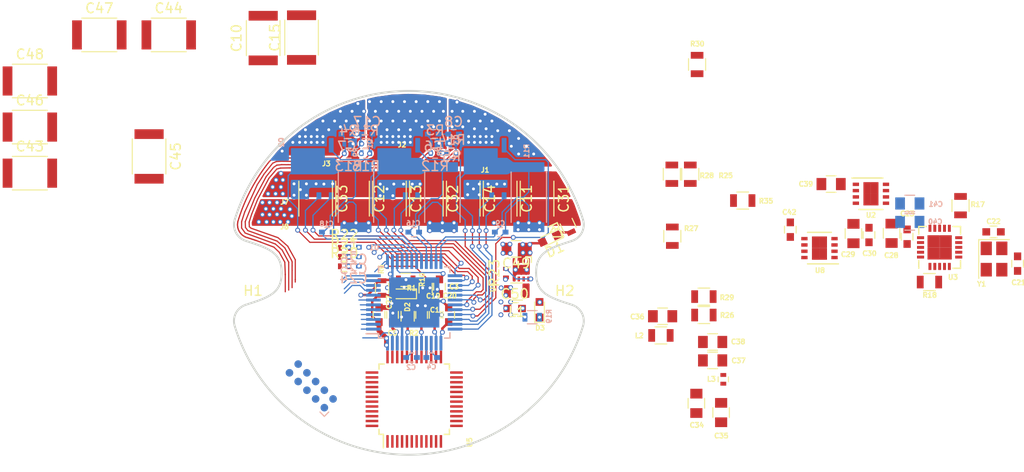
<source format=kicad_pcb>
(kicad_pcb (version 20171130) (host pcbnew "(5.1.5)-3")
  (layers (0 F.Cu signal) (1 In1.Cu power) (2 In2.Cu power) (31 B.Cu signal) (34 B.Paste user) (35 F.Paste user hide) (36 B.SilkS user hide) (37 F.SilkS user hide) (38 B.Mask user hide) (39 F.Mask user hide) (44 Edge.Cuts user))
  (net 0 "")
  (net 1 +BATT)
  (net 2 GND)
  (net 3 "Net-(C2-Pad1)")
  (net 4 "Net-(C2-Pad2)")
  (net 5 "Net-(C3-Pad1)")
  (net 6 "Net-(C4-Pad2)")
  (net 7 "Net-(C4-Pad1)")
  (net 8 "Net-(C5-Pad1)")
  (net 9 /TI_MCU/ADCINA3)
  (net 10 /TI_MCU/ADCINA1)
  (net 11 /TI_MCU/ADCINA7)
  (net 12 /Powertrain/SL_A)
  (net 13 /Powertrain/SP1)
  (net 14 /Powertrain/SP2)
  (net 15 /Powertrain/SL_B)
  (net 16 /TI_MCU/ADCINA0)
  (net 17 /Powertrain/SL_C)
  (net 18 /Powertrain/SP3)
  (net 19 "Net-(C19-Pad2)")
  (net 20 "Net-(C20-Pad1)")
  (net 21 "Net-(C21-Pad1)")
  (net 22 "Net-(C22-Pad1)")
  (net 23 +3V3)
  (net 24 /TI_MCU/ADCINB1)
  (net 25 /TI_MCU/ADCINB3)
  (net 26 /TI_MCU/ADCINB7)
  (net 27 "Net-(C34-Pad1)")
  (net 28 "Net-(C36-Pad1)")
  (net 29 "Net-(C37-Pad1)")
  (net 30 "Net-(C38-Pad1)")
  (net 31 "Net-(D1-Pad1)")
  (net 32 "Net-(D2-Pad1)")
  (net 33 "Net-(D3-Pad1)")
  (net 34 /Powertrain/Phase_A)
  (net 35 /Powertrain/Phase_B)
  (net 36 /Powertrain/Phase_C)
  (net 37 /TRST)
  (net 38 /TDI)
  (net 39 /TDO)
  (net 40 /GPIO29)
  (net 41 /TCK)
  (net 42 /GPIO28)
  (net 43 /TMS)
  (net 44 /CANL)
  (net 45 /CANH)
  (net 46 /Powertrain/GL_B)
  (net 47 /Powertrain/GH_B)
  (net 48 /Powertrain/SH_B)
  (net 49 /Powertrain/SH_C)
  (net 50 /Powertrain/GH_C)
  (net 51 /Powertrain/GL_C)
  (net 52 /Powertrain/SH_A)
  (net 53 /Powertrain/GH_A)
  (net 54 /Powertrain/GL_A)
  (net 55 /Powertrain/PWRGD)
  (net 56 "Net-(R2-Pad2)")
  (net 57 /TI_MCU/CAN_INT)
  (net 58 "Net-(R18-Pad2)")
  (net 59 /TI_MCU/GPIO34)
  (net 60 /TXCAN)
  (net 61 /RXCAN)
  (net 62 /TI_MCU/EPWM1A)
  (net 63 /TI_MCU/EPWM1B)
  (net 64 /TI_MCU/EPWM2A)
  (net 65 /TI_MCU/EPWM2B)
  (net 66 /TI_MCU/EPWM3A)
  (net 67 /TI_MCU/EPWM3B)
  (net 68 /Powertrain/SPI_CS_0)
  (net 69 /TI_MCU/SPI_CS_1)
  (net 70 /Powertrain/SPI_MOSI)
  (net 71 /Powertrain/SPI_MISO)
  (net 72 /Powertrain/SPI_CLK)
  (net 73 /TI_MCU/GPIO7)
  (net 74 /Powertrain/EN_GATE)
  (net 75 "Net-(U5-Pad46)")
  (net 76 "Net-(U5-Pad45)")
  (net 77 /TI_MCU/GPIO33)
  (net 78 /TI_MCU/ADCINB6)
  (net 79 /TI_MCU/ADCINB4)
  (net 80 /TI_MCU/ADCINB2)
  (net 81 /TI_MCU/ADCINA2)
  (net 82 /TI_MCU/ADCINA4)
  (net 83 /TI_MCU/ADCINA6)
  (net 84 "Net-(U3-Pad13)")
  (net 85 "Net-(U3-Pad10)")
  (net 86 "Net-(U3-Pad9)")
  (net 87 "Net-(U3-Pad5)")
  (net 88 "Net-(U3-Pad4)")
  (net 89 "Net-(U3-Pad3)")
  (net 90 "Net-(U3-Pad2)")
  (net 91 "Net-(U3-Pad1)")
  (net 92 "Net-(U2-Pad5)")
  (net 93 /Powertrain/SN1)
  (net 94 /Powertrain/SN2)
  (net 95 /Powertrain/SN3)
  (net 96 /Powertrain/ISEN_C_DRV)
  (net 97 /Powertrain/ISEN_A_DRV)
  (net 98 /Powertrain/ISEN_B_DRV)
  (net 99 +5V)
  (net 100 "Net-(U2-Pad7)")
  (net 101 "Net-(U2-Pad4)")
  (net 102 "Net-(U2-Pad2)")
  (net 103 "Net-(L1-Pad1)")
  (net 104 "Net-(R23-Pad2)")
  (module Thruster_Controller:DRV8305 (layer B.Cu) (at 100 102.5)
    (fp_text reference U1 (at -4.12 -5.66) (layer B.SilkS) (effects (font (size 0.5 0.5) (thickness 0.125)) (justify mirror)))
    (fp_text value DRV8305)
    (pad 49 smd rect (at 0 0) (size 5.17 5.17) (layers B.Cu B.Paste B.Mask) (net 2 GND))
    (pad 48 smd rect (at -2.75 4.2 270) (size 1.5 0.3) (layers B.Cu B.Paste B.Mask) (net 23 +3V3))
    (pad 47 smd rect (at -2.25 4.2 270) (size 1.5 0.3) (layers B.Cu B.Paste B.Mask) (net 73 /TI_MCU/GPIO7))
    (pad 46 smd rect (at -1.75 4.2 270) (size 1.5 0.3) (layers B.Cu B.Paste B.Mask) (net 8 "Net-(C5-Pad1)"))
    (pad 45 smd rect (at -1.25 4.2 270) (size 1.5 0.3) (layers B.Cu B.Paste B.Mask) (net 2 GND))
    (pad 44 smd rect (at -0.75 4.2 270) (size 1.5 0.3) (layers B.Cu B.Paste B.Mask) (net 56 "Net-(R2-Pad2)"))
    (pad 43 smd rect (at -0.25 4.2 270) (size 1.5 0.3) (layers B.Cu B.Paste B.Mask) (net 4 "Net-(C2-Pad2)"))
    (pad 42 smd rect (at 0.25 4.2 270) (size 1.5 0.3) (layers B.Cu B.Paste B.Mask) (net 3 "Net-(C2-Pad1)"))
    (pad 41 smd rect (at 0.75 4.2 270) (size 1.5 0.3) (layers B.Cu B.Paste B.Mask) (net 1 +BATT))
    (pad 40 smd rect (at 1.25 4.2 270) (size 1.5 0.3) (layers B.Cu B.Paste B.Mask) (net 7 "Net-(C4-Pad1)"))
    (pad 39 smd rect (at 1.75 4.2 270) (size 1.5 0.3) (layers B.Cu B.Paste B.Mask) (net 6 "Net-(C4-Pad2)"))
    (pad 38 smd rect (at 2.25 4.2 270) (size 1.5 0.3) (layers B.Cu B.Paste B.Mask) (net 19 "Net-(C19-Pad2)"))
    (pad 37 smd rect (at 2.75 4.2 270) (size 1.5 0.3) (layers B.Cu B.Paste B.Mask) (net 20 "Net-(C20-Pad1)"))
    (pad 36 smd rect (at 4.2 2.75) (size 1.5 0.3) (layers B.Cu B.Paste B.Mask) (net 53 /Powertrain/GH_A))
    (pad 35 smd rect (at 4.2 2.25) (size 1.5 0.3) (layers B.Cu B.Paste B.Mask) (net 52 /Powertrain/SH_A))
    (pad 34 smd rect (at 4.2 1.75) (size 1.5 0.3) (layers B.Cu B.Paste B.Mask) (net 12 /Powertrain/SL_A))
    (pad 33 smd rect (at 4.2 1.25) (size 1.5 0.3) (layers B.Cu B.Paste B.Mask) (net 54 /Powertrain/GL_A))
    (pad 32 smd rect (at 4.2 0.75) (size 1.5 0.3) (layers B.Cu B.Paste B.Mask) (net 46 /Powertrain/GL_B))
    (pad 31 smd rect (at 4.2 0.25) (size 1.5 0.3) (layers B.Cu B.Paste B.Mask) (net 15 /Powertrain/SL_B))
    (pad 30 smd rect (at 4.2 -0.25) (size 1.5 0.3) (layers B.Cu B.Paste B.Mask) (net 48 /Powertrain/SH_B))
    (pad 29 smd rect (at 4.2 -0.75) (size 1.5 0.3) (layers B.Cu B.Paste B.Mask) (net 47 /Powertrain/GH_B))
    (pad 28 smd rect (at 4.2 -1.25) (size 1.5 0.3) (layers B.Cu B.Paste B.Mask) (net 50 /Powertrain/GH_C))
    (pad 27 smd rect (at 4.2 -1.75) (size 1.5 0.3) (layers B.Cu B.Paste B.Mask) (net 49 /Powertrain/SH_C))
    (pad 26 smd rect (at 4.2 -2.25) (size 1.5 0.3) (layers B.Cu B.Paste B.Mask) (net 17 /Powertrain/SL_C))
    (pad 25 smd rect (at 4.2 -2.75) (size 1.5 0.3) (layers B.Cu B.Paste B.Mask) (net 51 /Powertrain/GL_C))
    (pad 24 smd rect (at 2.75 -4.2 270) (size 1.5 0.3) (layers B.Cu B.Paste B.Mask) (net 13 /Powertrain/SP1))
    (pad 23 smd rect (at 2.25 -4.2 270) (size 1.5 0.3) (layers B.Cu B.Paste B.Mask) (net 93 /Powertrain/SN1))
    (pad 22 smd rect (at 1.75 -4.2 270) (size 1.5 0.3) (layers B.Cu B.Paste B.Mask) (net 14 /Powertrain/SP2))
    (pad 21 smd rect (at 1.25 -4.2 270) (size 1.5 0.3) (layers B.Cu B.Paste B.Mask) (net 94 /Powertrain/SN2))
    (pad 20 smd rect (at 0.75 -4.2 270) (size 1.5 0.3) (layers B.Cu B.Paste B.Mask) (net 18 /Powertrain/SP3))
    (pad 19 smd rect (at 0.25 -4.2 270) (size 1.5 0.3) (layers B.Cu B.Paste B.Mask) (net 95 /Powertrain/SN3))
    (pad 18 smd rect (at -0.25 -4.2 270) (size 1.5 0.3) (layers B.Cu B.Paste B.Mask) (net 96 /Powertrain/ISEN_C_DRV))
    (pad 17 smd rect (at -0.75 -4.2 270) (size 1.5 0.3) (layers B.Cu B.Paste B.Mask) (net 98 /Powertrain/ISEN_B_DRV))
    (pad 16 smd rect (at -1.25 -4.2 270) (size 1.5 0.3) (layers B.Cu B.Paste B.Mask) (net 97 /Powertrain/ISEN_A_DRV))
    (pad 15 smd rect (at -1.75 -4.2 270) (size 1.5 0.3) (layers B.Cu B.Paste B.Mask) (net 5 "Net-(C3-Pad1)"))
    (pad 14 smd rect (at -2.25 -4.2 270) (size 1.5 0.3) (layers B.Cu B.Paste B.Mask) (net 2 GND))
    (pad 13 smd rect (at -2.75 -4.2 270) (size 1.5 0.3) (layers B.Cu B.Paste B.Mask) (net 55 /Powertrain/PWRGD))
    (pad 12 smd rect (at -4.2 -2.75) (size 1.5 0.3) (layers B.Cu B.Paste B.Mask) (net 72 /Powertrain/SPI_CLK))
    (pad 11 smd rect (at -4.2 -2.25) (size 1.5 0.3) (layers B.Cu B.Paste B.Mask) (net 71 /Powertrain/SPI_MISO))
    (pad 10 smd rect (at -4.2 -1.75) (size 1.5 0.3) (layers B.Cu B.Paste B.Mask) (net 70 /Powertrain/SPI_MOSI))
    (pad 9 smd rect (at -4.2 -1.25) (size 1.5 0.3) (layers B.Cu B.Paste B.Mask) (net 68 /Powertrain/SPI_CS_0))
    (pad 8 smd rect (at -4.2 -0.75) (size 1.5 0.3) (layers B.Cu B.Paste B.Mask) (net 42 /GPIO28))
    (pad 7 smd rect (at -4.2 -0.25) (size 1.5 0.3) (layers B.Cu B.Paste B.Mask) (net 67 /TI_MCU/EPWM3B))
    (pad 6 smd rect (at -4.2 0.25) (size 1.5 0.3) (layers B.Cu B.Paste B.Mask) (net 66 /TI_MCU/EPWM3A))
    (pad 5 smd rect (at -4.2 0.75) (size 1.5 0.3) (layers B.Cu B.Paste B.Mask) (net 65 /TI_MCU/EPWM2B))
    (pad 4 smd rect (at -4.2 1.25) (size 1.5 0.3) (layers B.Cu B.Paste B.Mask) (net 64 /TI_MCU/EPWM2A))
    (pad 3 smd rect (at -4.2 1.75) (size 1.5 0.3) (layers B.Cu B.Paste B.Mask) (net 63 /TI_MCU/EPWM1B))
    (pad 2 smd rect (at -4.2 2.25) (size 1.5 0.3) (layers B.Cu B.Paste B.Mask) (net 62 /TI_MCU/EPWM1A))
    (pad 1 smd rect (at -4.2 2.75) (size 1.5 0.3) (layers B.Cu B.Paste B.Mask) (net 74 /Powertrain/EN_GATE))
  )
  (module Thruster_Controller:Phase_Pad (layer F.Cu) (at 107.3 86)
    (fp_text reference J1 (at 0 2.85) (layer F.SilkS) (effects (font (size 0.5 0.5) (thickness 0.125))))
    (fp_text value PHASE_A)
    (pad 1 smd circle (at 0 0) (size 4 4) (layers F.Cu F.Paste F.Mask) (net 34 /Powertrain/Phase_A))
  )
  (module Thruster_Controller:Phase_Pad (layer F.Cu) (at 98.75 83.4)
    (fp_text reference J2 (at 0 2.85) (layer F.SilkS) (effects (font (size 0.5 0.5) (thickness 0.125))))
    (fp_text value PHASE_B)
    (pad 1 smd circle (at 0 0) (size 4 4) (layers F.Cu F.Paste F.Mask) (net 35 /Powertrain/Phase_B))
  )
  (module Thruster_Controller:Phase_Pad (layer F.Cu) (at 90.95 85.35)
    (fp_text reference J3 (at 0 2.85) (layer F.SilkS) (effects (font (size 0.5 0.5) (thickness 0.125))))
    (fp_text value PHASE_C)
    (pad 1 smd circle (at 0 0) (size 4 4) (layers F.Cu F.Paste F.Mask) (net 36 /Powertrain/Phase_C))
  )
  (module Thruster_Controller:SIZF906DT (layer B.Cu) (at 98.45 91.65 180)
    (fp_text reference Q1 (at 3 5.5 90) (layer B.SilkS) (effects (font (size 0.5 0.5) (thickness 0.125)) (justify mirror)))
    (fp_text value SIZF906DT)
    (pad 4 smd roundrect (at 0.635 0.154 180) (size 0.5 0.7) (layers B.Cu B.Paste B.Mask) (roundrect_rratio 0.1) (net 1 +BATT))
    (pad 2 smd roundrect (at -0.635 0.154 180) (size 0.5 0.7) (layers B.Cu B.Paste B.Mask) (roundrect_rratio 0.1) (net 48 /Powertrain/SH_B))
    (pad 4 smd roundrect (at 1.905 0.154 180) (size 0.5 0.7) (layers B.Cu B.Paste B.Mask) (roundrect_rratio 0.1) (net 1 +BATT))
    (pad 1 smd roundrect (at -1.905 0.154 180) (size 0.5 0.7) (layers B.Cu B.Paste B.Mask) (roundrect_rratio 0.1) (net 47 /Powertrain/GH_B))
    (pad 4 smd roundrect (at 0 1.38 180) (size 4.5 0.8) (layers B.Cu B.Paste B.Mask) (roundrect_rratio 0.05) (net 1 +BATT))
    (pad 6 smd custom (at 0 2.65 180) (size 0.5 0.5) (layers B.Cu B.Paste B.Mask) (net 15 /Powertrain/SL_B) (options (clearance outline) (anchor rect)) (primitives (gr_poly (pts (xy 0 -0.25) (xy -2.2 -0.25) (xy -2.2 1.35) (xy -1.2 1.35) (xy -1.2 2.35) (xy 2.2 2.35) (xy 2.2 -0.25)) (width 0.1))))
    (pad 5 smd roundrect (at 0.5 5.8 180) (size 3.4 0.6) (layers B.Cu B.Paste B.Mask) (roundrect_rratio 0.1) (net 35 /Powertrain/Phase_B))
    (pad 3 smd roundrect (at -1.905 5.35 180) (size 0.5 1.5) (layers B.Cu B.Paste B.Mask) (roundrect_rratio 0.1) (net 46 /Powertrain/GL_B))
  )
  (module Capacitors_SMD:C_1812 (layer F.Cu) (at 105.05 91.8 270)
    (fp_text reference C14 (at 0 -2.75 90) (layer F.SilkS))
    (fp_text value 22uF)
    (pad 2 smd rect (at 2.3 0 270) (size 1 3) (layers F.Cu F.Paste F.Mask) (net 2 GND))
    (pad 1 smd rect (at -2.3 0 270) (size 1 3) (layers F.Cu F.Paste F.Mask) (net 1 +BATT))
  )
  (module Capacitors_SMD:C_1812 (layer F.Cu) (at 101.25 91.8 270)
    (fp_text reference C32 (at 0 -2.75 90) (layer F.SilkS))
    (fp_text value 22uF)
    (pad 2 smd rect (at 2.3 0 270) (size 1 3) (layers F.Cu F.Paste F.Mask) (net 2 GND))
    (pad 1 smd rect (at -2.3 0 270) (size 1 3) (layers F.Cu F.Paste F.Mask) (net 1 +BATT))
  )
  (module Housings_QFP:LQFP-48_7x7mm_Pitch0.5mm (layer F.Cu) (at 100 112.475 90)
    (fp_text reference U5 (at -4.45 5.7 90) (layer F.SilkS) (effects (font (size 0.5 0.5) (thickness 0.125))))
    (fp_text value TMS320F28027F)
    (pad 48 smd rect (at -2.75 -4.35 180) (size 1.3 0.25) (layers F.Cu F.Paste F.Mask) (net 42 /GPIO28))
    (pad 47 smd rect (at -2.25 -4.35 180) (size 1.3 0.25) (layers F.Cu F.Paste F.Mask) (net 57 /TI_MCU/CAN_INT))
    (pad 46 smd rect (at -1.75 -4.35 180) (size 1.3 0.25) (layers F.Cu F.Paste F.Mask) (net 75 "Net-(U5-Pad46)"))
    (pad 45 smd rect (at -1.25 -4.35 180) (size 1.3 0.25) (layers F.Cu F.Paste F.Mask) (net 76 "Net-(U5-Pad45)"))
    (pad 44 smd rect (at -0.75 -4.35 180) (size 1.3 0.25) (layers F.Cu F.Paste F.Mask) (net 2 GND))
    (pad 43 smd rect (at -0.25 -4.35 180) (size 1.3 0.25) (layers F.Cu F.Paste F.Mask) (net 27 "Net-(C34-Pad1)"))
    (pad 42 smd rect (at 0.25 -4.35 180) (size 1.3 0.25) (layers F.Cu F.Paste F.Mask) (net 73 /TI_MCU/GPIO7))
    (pad 41 smd rect (at 0.75 -4.35 180) (size 1.3 0.25) (layers F.Cu F.Paste F.Mask) (net 74 /Powertrain/EN_GATE))
    (pad 40 smd rect (at 1.25 -4.35 180) (size 1.3 0.25) (layers F.Cu F.Paste F.Mask) (net 67 /TI_MCU/EPWM3B))
    (pad 39 smd rect (at 1.75 -4.35 180) (size 1.3 0.25) (layers F.Cu F.Paste F.Mask) (net 66 /TI_MCU/EPWM3A))
    (pad 38 smd rect (at 2.25 -4.35 180) (size 1.3 0.25) (layers F.Cu F.Paste F.Mask) (net 65 /TI_MCU/EPWM2B))
    (pad 37 smd rect (at 2.75 -4.35 180) (size 1.3 0.25) (layers F.Cu F.Paste F.Mask) (net 64 /TI_MCU/EPWM2A))
    (pad 36 smd rect (at 4.35 -2.75 90) (size 1.3 0.25) (layers F.Cu F.Paste F.Mask) (net 77 /TI_MCU/GPIO33))
    (pad 35 smd rect (at 4.35 -2.25 90) (size 1.3 0.25) (layers F.Cu F.Paste F.Mask) (net 29 "Net-(C37-Pad1)"))
    (pad 34 smd rect (at 4.35 -1.75 90) (size 1.3 0.25) (layers F.Cu F.Paste F.Mask) (net 2 GND))
    (pad 33 smd rect (at 4.35 -1.25 90) (size 1.3 0.25) (layers F.Cu F.Paste F.Mask) (net 2 GND))
    (pad 32 smd rect (at 4.35 -0.75 90) (size 1.3 0.25) (layers F.Cu F.Paste F.Mask) (net 30 "Net-(C38-Pad1)"))
    (pad 31 smd rect (at 4.35 -0.25 90) (size 1.3 0.25) (layers F.Cu F.Paste F.Mask) (net 69 /TI_MCU/SPI_CS_1))
    (pad 30 smd rect (at 4.35 0.25 90) (size 1.3 0.25) (layers F.Cu F.Paste F.Mask) (net 2 GND))
    (pad 29 smd rect (at 4.35 0.75 90) (size 1.3 0.25) (layers F.Cu F.Paste F.Mask) (net 62 /TI_MCU/EPWM1A))
    (pad 28 smd rect (at 4.35 1.25 90) (size 1.3 0.25) (layers F.Cu F.Paste F.Mask) (net 63 /TI_MCU/EPWM1B))
    (pad 27 smd rect (at 4.35 1.75 90) (size 1.3 0.25) (layers F.Cu F.Paste F.Mask) (net 70 /Powertrain/SPI_MOSI))
    (pad 26 smd rect (at 4.35 2.25 90) (size 1.3 0.25) (layers F.Cu F.Paste F.Mask) (net 71 /Powertrain/SPI_MISO))
    (pad 25 smd rect (at 4.35 2.75 90) (size 1.3 0.25) (layers F.Cu F.Paste F.Mask) (net 68 /Powertrain/SPI_CS_0))
    (pad 24 smd rect (at 2.75 4.35 180) (size 1.3 0.25) (layers F.Cu F.Paste F.Mask) (net 72 /Powertrain/SPI_CLK))
    (pad 23 smd rect (at 2.25 4.35 180) (size 1.3 0.25) (layers F.Cu F.Paste F.Mask) (net 41 /TCK))
    (pad 22 smd rect (at 1.75 4.35 180) (size 1.3 0.25) (layers F.Cu F.Paste F.Mask) (net 39 /TDO))
    (pad 21 smd rect (at 1.25 4.35 180) (size 1.3 0.25) (layers F.Cu F.Paste F.Mask) (net 43 /TMS))
    (pad 20 smd rect (at 0.75 4.35 180) (size 1.3 0.25) (layers F.Cu F.Paste F.Mask) (net 38 /TDI))
    (pad 19 smd rect (at 0.25 4.35 180) (size 1.3 0.25) (layers F.Cu F.Paste F.Mask) (net 59 /TI_MCU/GPIO34))
    (pad 18 smd rect (at -0.25 4.35 180) (size 1.3 0.25) (layers F.Cu F.Paste F.Mask) (net 26 /TI_MCU/ADCINB7))
    (pad 17 smd rect (at -0.75 4.35 180) (size 1.3 0.25) (layers F.Cu F.Paste F.Mask) (net 78 /TI_MCU/ADCINB6))
    (pad 16 smd rect (at -1.25 4.35 180) (size 1.3 0.25) (layers F.Cu F.Paste F.Mask) (net 79 /TI_MCU/ADCINB4))
    (pad 15 smd rect (at -1.75 4.35 180) (size 1.3 0.25) (layers F.Cu F.Paste F.Mask) (net 25 /TI_MCU/ADCINB3))
    (pad 14 smd rect (at -2.25 4.35 180) (size 1.3 0.25) (layers F.Cu F.Paste F.Mask) (net 80 /TI_MCU/ADCINB2))
    (pad 13 smd rect (at -2.75 4.35 180) (size 1.3 0.25) (layers F.Cu F.Paste F.Mask) (net 24 /TI_MCU/ADCINB1))
    (pad 12 smd rect (at -4.35 2.75 90) (size 1.3 0.25) (layers F.Cu F.Paste F.Mask) (net 2 GND))
    (pad 11 smd rect (at -4.35 2.25 90) (size 1.3 0.25) (layers F.Cu F.Paste F.Mask) (net 28 "Net-(C36-Pad1)"))
    (pad 10 smd rect (at -4.35 1.75 90) (size 1.3 0.25) (layers F.Cu F.Paste F.Mask) (net 16 /TI_MCU/ADCINA0))
    (pad 9 smd rect (at -4.35 1.25 90) (size 1.3 0.25) (layers F.Cu F.Paste F.Mask) (net 81 /TI_MCU/ADCINA2))
    (pad 8 smd rect (at -4.35 0.75 90) (size 1.3 0.25) (layers F.Cu F.Paste F.Mask) (net 10 /TI_MCU/ADCINA1))
    (pad 7 smd rect (at -4.35 0.25 90) (size 1.3 0.25) (layers F.Cu F.Paste F.Mask) (net 9 /TI_MCU/ADCINA3))
    (pad 6 smd rect (at -4.35 -0.25 90) (size 1.3 0.25) (layers F.Cu F.Paste F.Mask) (net 11 /TI_MCU/ADCINA7))
    (pad 5 smd rect (at -4.35 -0.75 90) (size 1.3 0.25) (layers F.Cu F.Paste F.Mask) (net 82 /TI_MCU/ADCINA4))
    (pad 4 smd rect (at -4.35 -1.25 90) (size 1.3 0.25) (layers F.Cu F.Paste F.Mask) (net 83 /TI_MCU/ADCINA6))
    (pad 3 smd rect (at -4.35 -1.75 90) (size 1.3 0.25) (layers F.Cu F.Paste F.Mask) (net 55 /Powertrain/PWRGD))
    (pad 2 smd rect (at -4.35 -2.25 90) (size 1.3 0.25) (layers F.Cu F.Paste F.Mask) (net 37 /TRST))
    (pad 1 smd rect (at -4.35 -2.75 90) (size 1.3 0.25) (layers F.Cu F.Paste F.Mask) (net 40 /GPIO29))
  )
  (module Capacitors_SMD:C_0603 (layer F.Cu) (at 100.76 103.79 90)
    (fp_text reference C1 (at 0.515 1.355 180) (layer F.SilkS) (effects (font (size 0.5 0.5) (thickness 0.125))))
    (fp_text value 4.7uF)
    (pad 1 smd rect (at -0.75 0 90) (size 0.8 0.75) (layers F.Cu F.Paste F.Mask) (net 1 +BATT))
    (pad 2 smd rect (at 0.75 0 90) (size 0.8 0.75) (layers F.Cu F.Paste F.Mask) (net 2 GND))
  )
  (module Capacitors_SMD:C_0603 (layer F.Cu) (at 102.6 100.875 270)
    (fp_text reference C3 (at 0 -1.5) (layer F.SilkS) (effects (font (size 0.5 0.5) (thickness 0.125))))
    (fp_text value 1uF)
    (pad 2 smd rect (at 0.75 0 270) (size 0.8 0.75) (layers F.Cu F.Paste F.Mask) (net 2 GND))
    (pad 1 smd rect (at -0.75 0 270) (size 0.8 0.75) (layers F.Cu F.Paste F.Mask) (net 5 "Net-(C3-Pad1)"))
  )
  (module Capacitors_SMD:C_0603 (layer F.Cu) (at 97.77 103.78 90)
    (fp_text reference C5 (at -1.86 0.005 180) (layer F.SilkS) (effects (font (size 0.5 0.5) (thickness 0.125))))
    (fp_text value 1uF)
    (pad 2 smd rect (at 0.75 0 90) (size 0.8 0.75) (layers F.Cu F.Paste F.Mask) (net 2 GND))
    (pad 1 smd rect (at -0.75 0 90) (size 0.8 0.75) (layers F.Cu F.Paste F.Mask) (net 8 "Net-(C5-Pad1)"))
  )
  (module Capacitors_SMD:C_0603 (layer F.Cu) (at 102.15 103.775 270)
    (fp_text reference C19 (at -1.94 0.195 180) (layer F.SilkS) (effects (font (size 0.5 0.5) (thickness 0.125))))
    (fp_text value 2.2uF)
    (pad 2 smd rect (at 0.75 0 270) (size 0.8 0.75) (layers F.Cu F.Paste F.Mask) (net 19 "Net-(C19-Pad2)"))
    (pad 1 smd rect (at -0.75 0 270) (size 0.8 0.75) (layers F.Cu F.Paste F.Mask) (net 1 +BATT))
  )
  (module Capacitors_SMD:C_0603 (layer F.Cu) (at 103.55 103.775 90)
    (fp_text reference C20 (at 1.965 0.105 180) (layer F.SilkS) (effects (font (size 0.5 0.5) (thickness 0.125))))
    (fp_text value 1uF)
    (pad 1 smd rect (at -0.75 0 90) (size 0.8 0.75) (layers F.Cu F.Paste F.Mask) (net 20 "Net-(C20-Pad1)"))
    (pad 2 smd rect (at 0.75 0 90) (size 0.8 0.75) (layers F.Cu F.Paste F.Mask) (net 2 GND))
  )
  (module Capacitors_SMD:C_0603 (layer F.Cu) (at 162.125 98.5 90)
    (fp_text reference C21 (at -1.95 0.1 180) (layer F.SilkS) (effects (font (size 0.5 0.5) (thickness 0.125))))
    (fp_text value 15pF)
    (pad 2 smd rect (at 0.75 0 90) (size 0.8 0.75) (layers F.Cu F.Paste F.Mask) (net 2 GND))
    (pad 1 smd rect (at -0.75 0 90) (size 0.8 0.75) (layers F.Cu F.Paste F.Mask) (net 21 "Net-(C21-Pad1)"))
  )
  (module Capacitors_SMD:C_0603 (layer F.Cu) (at 159.65 95.225)
    (fp_text reference C22 (at 0 -1.075) (layer F.SilkS) (effects (font (size 0.5 0.5) (thickness 0.125))))
    (fp_text value 15pF)
    (pad 1 smd rect (at -0.75 0) (size 0.8 0.75) (layers F.Cu F.Paste F.Mask) (net 22 "Net-(C22-Pad1)"))
    (pad 2 smd rect (at 0.75 0) (size 0.8 0.75) (layers F.Cu F.Paste F.Mask) (net 2 GND))
  )
  (module Capacitors_SMD:C_0603 (layer F.Cu) (at 150.75 95.725 90)
    (fp_text reference C23 (at 2.375 0.025 180) (layer F.SilkS) (effects (font (size 0.5 0.5) (thickness 0.125))))
    (fp_text value 0.1uF)
    (pad 2 smd rect (at 0.75 0 90) (size 0.8 0.75) (layers F.Cu F.Paste F.Mask) (net 2 GND))
    (pad 1 smd rect (at -0.75 0 90) (size 0.8 0.75) (layers F.Cu F.Paste F.Mask) (net 23 +3V3))
  )
  (module Capacitors_SMD:C_0603 (layer F.Cu) (at 96.375 103.775 90)
    (fp_text reference C27 (at 1.295 1.04 90) (layer F.SilkS) (effects (font (size 0.5 0.5) (thickness 0.125))))
    (fp_text value 1uF)
    (pad 1 smd rect (at -0.75 0 90) (size 0.8 0.75) (layers F.Cu F.Paste F.Mask) (net 23 +3V3))
    (pad 2 smd rect (at 0.75 0 90) (size 0.8 0.75) (layers F.Cu F.Paste F.Mask) (net 2 GND))
  )
  (module Capacitors_SMD:C_0805 (layer F.Cu) (at 149.15 95.375 90)
    (fp_text reference C28 (at -2.275 -0.025 180) (layer F.SilkS) (effects (font (size 0.5 0.5) (thickness 0.125))))
    (fp_text value 1uF)
    (pad 1 smd rect (at -1 0 90) (size 1 1.25) (layers F.Cu F.Paste F.Mask) (net 23 +3V3))
    (pad 2 smd rect (at 1 0 90) (size 1 1.25) (layers F.Cu F.Paste F.Mask) (net 2 GND))
  )
  (module Capacitors_SMD:C_0805 (layer F.Cu) (at 145.225 95.4 90)
    (fp_text reference C29 (at -2.15 -0.55 180) (layer F.SilkS) (effects (font (size 0.5 0.5) (thickness 0.125))))
    (fp_text value 1uF)
    (pad 2 smd rect (at 1 0 90) (size 1 1.25) (layers F.Cu F.Paste F.Mask) (net 2 GND))
    (pad 1 smd rect (at -1 0 90) (size 1 1.25) (layers F.Cu F.Paste F.Mask) (net 99 +5V))
  )
  (module Capacitors_SMD:C_0603 (layer F.Cu) (at 146.825 95.55 90)
    (fp_text reference C30 (at -1.9 0.05 180) (layer F.SilkS) (effects (font (size 0.5 0.5) (thickness 0.125))))
    (fp_text value 0.1uF)
    (pad 2 smd rect (at 0.75 0 90) (size 0.8 0.75) (layers F.Cu F.Paste F.Mask) (net 2 GND))
    (pad 1 smd rect (at -0.75 0 90) (size 0.8 0.75) (layers F.Cu F.Paste F.Mask) (net 99 +5V))
  )
  (module Capacitors_SMD:C_0805 (layer F.Cu) (at 129.05 112.9 270)
    (fp_text reference C34 (at 2.25 -0.05 180) (layer F.SilkS) (effects (font (size 0.5 0.5) (thickness 0.125))))
    (fp_text value 2.2uF)
    (pad 2 smd rect (at 1 0 270) (size 1 1.25) (layers F.Cu F.Paste F.Mask) (net 2 GND))
    (pad 1 smd rect (at -1 0 270) (size 1 1.25) (layers F.Cu F.Paste F.Mask) (net 27 "Net-(C34-Pad1)"))
  )
  (module Capacitors_SMD:C_0805 (layer F.Cu) (at 131.6 113.85 270)
    (fp_text reference C35 (at 2.4 -0.025) (layer F.SilkS) (effects (font (size 0.5 0.5) (thickness 0.125))))
    (fp_text value 2.2uF)
    (pad 2 smd rect (at 1 0 270) (size 1 1.25) (layers F.Cu F.Paste F.Mask) (net 2 GND))
    (pad 1 smd rect (at -1 0 270) (size 1 1.25) (layers F.Cu F.Paste F.Mask) (net 23 +3V3))
  )
  (module Capacitors_SMD:C_0805 (layer F.Cu) (at 125.575 103.925)
    (fp_text reference C36 (at -2.6 0.05 -180) (layer F.SilkS) (effects (font (size 0.5 0.5) (thickness 0.125))))
    (fp_text value 2.2uF)
    (pad 1 smd rect (at -1 0) (size 1 1.25) (layers F.Cu F.Paste F.Mask) (net 28 "Net-(C36-Pad1)"))
    (pad 2 smd rect (at 1 0) (size 1 1.25) (layers F.Cu F.Paste F.Mask) (net 2 GND))
  )
  (module Capacitors_SMD:C_0805 (layer F.Cu) (at 130.725 108.475 180)
    (fp_text reference C37 (at -2.675 -0.025) (layer F.SilkS) (effects (font (size 0.5 0.5) (thickness 0.125))))
    (fp_text value 2.2uF)
    (pad 2 smd rect (at 1 0 180) (size 1 1.25) (layers F.Cu F.Paste F.Mask) (net 2 GND))
    (pad 1 smd rect (at -1 0 180) (size 1 1.25) (layers F.Cu F.Paste F.Mask) (net 29 "Net-(C37-Pad1)"))
  )
  (module Capacitors_SMD:C_0805 (layer F.Cu) (at 130.725 106.575 180)
    (fp_text reference C38 (at -2.625 0.025) (layer F.SilkS) (effects (font (size 0.5 0.5) (thickness 0.125))))
    (fp_text value 2.2uF)
    (pad 1 smd rect (at -1 0 180) (size 1 1.25) (layers F.Cu F.Paste F.Mask) (net 30 "Net-(C38-Pad1)"))
    (pad 2 smd rect (at 1 0 180) (size 1 1.25) (layers F.Cu F.Paste F.Mask) (net 2 GND))
  )
  (module LEDs:LED_0603 (layer F.Cu) (at 98.935 101.615 180)
    (fp_text reference D2 (at -0.365 -1.36 270) (layer F.SilkS) (effects (font (size 0.5 0.5) (thickness 0.125))))
    (fp_text value RED)
    (pad 1 smd rect (at -0.8 0) (size 0.8 0.8) (layers F.Cu F.Paste F.Mask) (net 32 "Net-(D2-Pad1)"))
    (pad 2 smd rect (at 0.8 0) (size 0.8 0.8) (layers F.Cu F.Paste F.Mask) (net 23 +3V3))
  )
  (module LEDs:LED_0603 (layer F.Cu) (at 112.9 103.25 90)
    (fp_text reference D3 (at -1.88 0.06 180) (layer F.SilkS) (effects (font (size 0.5 0.5) (thickness 0.125))))
    (fp_text value GREEN)
    (pad 1 smd rect (at -0.8 0 270) (size 0.8 0.8) (layers F.Cu F.Paste F.Mask) (net 33 "Net-(D3-Pad1)"))
    (pad 2 smd rect (at 0.8 0 270) (size 0.8 0.8) (layers F.Cu F.Paste F.Mask) (net 23 +3V3))
  )
  (module Connectors:Tag-Connect_TC2050-IDC-NL (layer B.Cu) (at 89.4 111.1 135)
    (fp_text reference J5 hide)
    (fp_text value "Pogo Conn")
    (pad 10 connect circle (at -2.54 0.635 135) (size 0.7874 0.7874) (layers B.Cu B.Mask) (net 37 /TRST))
    (pad 9 connect circle (at -1.27 0.635 135) (size 0.7874 0.7874) (layers B.Cu B.Mask) (net 2 GND))
    (pad 8 connect circle (at 0 0.635 135) (size 0.7874 0.7874) (layers B.Cu B.Mask) (net 38 /TDI))
    (pad 7 connect circle (at 1.27 0.635 135) (size 0.7874 0.7874) (layers B.Cu B.Mask) (net 2 GND))
    (pad 6 connect circle (at 2.54 0.635 135) (size 0.7874 0.7874) (layers B.Cu B.Mask) (net 39 /TDO))
    (pad 5 connect circle (at 2.54 -0.635 135) (size 0.7874 0.7874) (layers B.Cu B.Mask) (net 40 /GPIO29))
    (pad 4 connect circle (at 1.27 -0.635 135) (size 0.7874 0.7874) (layers B.Cu B.Mask) (net 41 /TCK))
    (pad 3 connect circle (at 0 -0.635 135) (size 0.7874 0.7874) (layers B.Cu B.Mask) (net 42 /GPIO28))
    (pad 2 connect circle (at -1.27 -0.635 135) (size 0.7874 0.7874) (layers B.Cu B.Mask) (net 43 /TMS))
    (pad 1 connect circle (at -2.54 -0.635 135) (size 0.7874 0.7874) (layers B.Cu B.Mask) (net 23 +3V3))
    (pad "" np_thru_hole circle (at -3.81 0 135) (size 0.9906 0.9906) (drill 0.9906) (layers *.Cu *.Mask))
    (pad "" np_thru_hole circle (at 3.81 -1.016 135) (size 0.9906 0.9906) (drill 0.9906) (layers *.Cu *.Mask))
    (pad "" np_thru_hole circle (at 3.81 1.016 135) (size 0.9906 0.9906) (drill 0.9906) (layers *.Cu *.Mask))
  )
  (module Inductors_SMD:L_0805 (layer F.Cu) (at 125.4 105.9 180)
    (fp_text reference L2 (at 2.225 -0.025) (layer F.SilkS) (effects (font (size 0.5 0.5) (thickness 0.125))))
    (fp_text value FB)
    (pad 2 smd rect (at 0.95 0 180) (size 0.7 1.3) (layers F.Cu F.Paste F.Mask) (net 28 "Net-(C36-Pad1)"))
    (pad 1 smd rect (at -0.95 0 180) (size 0.7 1.3) (layers F.Cu F.Paste F.Mask) (net 23 +3V3))
  )
  (module Inductors_SMD:L_0402 (layer F.Cu) (at 131.825 110.425 90)
    (fp_text reference L3 (at 0.025 -1.225) (layer F.SilkS) (effects (font (size 0.5 0.5) (thickness 0.125))))
    (fp_text value FB)
    (pad 2 smd rect (at 0.45 0 90) (size 0.4 0.6) (layers F.Cu F.Paste F.Mask) (net 29 "Net-(C37-Pad1)"))
    (pad 1 smd rect (at -0.45 0 90) (size 0.4 0.6) (layers F.Cu F.Paste F.Mask) (net 23 +3V3))
  )
  (module Resistors_SMD:R_0603 (layer F.Cu) (at 101.175 101.025 90)
    (fp_text reference R1 (at 0 -1.45) (layer F.SilkS) (effects (font (size 0.5 0.5) (thickness 0.125))))
    (fp_text value 10k)
    (pad 1 smd rect (at -0.75 0 90) (size 0.5 0.9) (layers F.Cu F.Paste F.Mask) (net 23 +3V3))
    (pad 2 smd rect (at 0.75 0 90) (size 0.5 0.9) (layers F.Cu F.Paste F.Mask) (net 55 /Powertrain/PWRGD))
  )
  (module Resistors_SMD:R_0603 (layer F.Cu) (at 99.325 103.925 270)
    (fp_text reference R2 (at 1.74 -0.645 180) (layer F.SilkS) (effects (font (size 0.5 0.5) (thickness 0.125))))
    (fp_text value 100)
    (pad 2 smd rect (at 0.75 0 270) (size 0.5 0.9) (layers F.Cu F.Paste F.Mask) (net 56 "Net-(R2-Pad2)"))
    (pad 1 smd rect (at -0.75 0 270) (size 0.5 0.9) (layers F.Cu F.Paste F.Mask) (net 1 +BATT))
  )
  (module Resistors_SMD:R_0603 (layer F.Cu) (at 96.685 101.015 90)
    (fp_text reference R6 (at 1.94 -0.085 90) (layer F.SilkS) (effects (font (size 0.5 0.5) (thickness 0.125))))
    (fp_text value 10k)
    (pad 1 smd rect (at -0.75 0 90) (size 0.5 0.9) (layers F.Cu F.Paste F.Mask) (net 23 +3V3))
    (pad 2 smd rect (at 0.75 0 90) (size 0.5 0.9) (layers F.Cu F.Paste F.Mask) (net 42 /GPIO28))
  )
  (module MCU_Powertrain:R_2512_Sense (layer B.Cu) (at 102.9 91.65 270)
    (fp_text reference R8 (at -4.75 0.25 90) (layer B.SilkS) (effects (font (size 0.5 0.5) (thickness 0.125)) (justify mirror)))
    (fp_text value 5m)
    (pad 2 smd rect (at 3.1 0 270) (size 1 3.2) (layers B.Cu B.Paste B.Mask) (net 2 GND))
    (pad 1 smd rect (at -3.1 0 270) (size 1 3.2) (layers B.Cu B.Paste B.Mask) (net 15 /Powertrain/SL_B))
  )
  (module MCU_Powertrain:R_2512_Sense (layer B.Cu) (at 94 91.65 270)
    (fp_text reference R9 (at -4.625 0.025 90) (layer B.SilkS) (effects (font (size 0.5 0.5) (thickness 0.125)) (justify mirror)))
    (fp_text value 5m)
    (pad 1 smd rect (at -3.1 0 270) (size 1 3.2) (layers B.Cu B.Paste B.Mask) (net 17 /Powertrain/SL_C))
    (pad 2 smd rect (at 3.1 0 270) (size 1 3.2) (layers B.Cu B.Paste B.Mask) (net 2 GND))
  )
  (module Resistors_SMD:R_0603 (layer F.Cu) (at 99.125 100.175 180)
    (fp_text reference R10 (at -1.69 0.015 270) (layer F.SilkS) (effects (font (size 0.5 0.5) (thickness 0.125))))
    (fp_text value 330)
    (pad 2 smd rect (at 0.75 0 180) (size 0.5 0.9) (layers F.Cu F.Paste F.Mask) (net 42 /GPIO28))
    (pad 1 smd rect (at -0.75 0 180) (size 0.5 0.9) (layers F.Cu F.Paste F.Mask) (net 32 "Net-(D2-Pad1)"))
  )
  (module MCU_Powertrain:R_2512_Sense (layer B.Cu) (at 111.8 91.65 270)
    (fp_text reference R11 (at -4.75 0.225 90) (layer B.SilkS) (effects (font (size 0.5 0.5) (thickness 0.125)) (justify mirror)))
    (fp_text value 5m)
    (pad 1 smd rect (at -3.1 0 270) (size 1 3.2) (layers B.Cu B.Paste B.Mask) (net 12 /Powertrain/SL_A))
    (pad 2 smd rect (at 3.1 0 270) (size 1 3.2) (layers B.Cu B.Paste B.Mask) (net 2 GND))
  )
  (module Resistors_SMD:R_0805 (layer F.Cu) (at 156.25 92.525 270)
    (fp_text reference R17 (at -0.125 -1.775 180) (layer F.SilkS) (effects (font (size 0.5 0.5) (thickness 0.125))))
    (fp_text value 10k)
    (pad 2 smd rect (at 0.95 0 270) (size 0.7 1.3) (layers F.Cu F.Paste F.Mask) (net 57 /TI_MCU/CAN_INT))
    (pad 1 smd rect (at -0.95 0 270) (size 0.7 1.3) (layers F.Cu F.Paste F.Mask) (net 23 +3V3))
  )
  (module Resistors_SMD:R_0805 (layer F.Cu) (at 153.05 100.4 180)
    (fp_text reference R18 (at -0.025 -1.35) (layer F.SilkS) (effects (font (size 0.5 0.5) (thickness 0.125))))
    (fp_text value 10k)
    (pad 1 smd rect (at -0.95 0 180) (size 0.7 1.3) (layers F.Cu F.Paste F.Mask) (net 23 +3V3))
    (pad 2 smd rect (at 0.95 0 180) (size 0.7 1.3) (layers F.Cu F.Paste F.Mask) (net 58 "Net-(R18-Pad2)"))
  )
  (module Resistors_SMD:R_0603 (layer B.Cu) (at 112.15 104.025 180)
    (fp_text reference R19 (at -1.73 0.1 90) (layer B.SilkS) (effects (font (size 0.5 0.5) (thickness 0.125)) (justify mirror)))
    (fp_text value 330)
    (pad 1 smd rect (at -0.75 0 180) (size 0.5 0.9) (layers B.Cu B.Paste B.Mask) (net 33 "Net-(D3-Pad1)"))
    (pad 2 smd rect (at 0.75 0 180) (size 0.5 0.9) (layers B.Cu B.Paste B.Mask) (net 2 GND))
  )
  (module Resistors_SMD:R_0805 (layer F.Cu) (at 128.425 89.285 90)
    (fp_text reference R25 (at -0.14 3.65 180) (layer F.SilkS) (effects (font (size 0.5 0.5) (thickness 0.125))))
    (fp_text value 820)
    (pad 2 smd rect (at 0.95 0 90) (size 0.7 1.3) (layers F.Cu F.Paste F.Mask) (net 39 /TDO))
    (pad 1 smd rect (at -0.95 0 90) (size 0.7 1.3) (layers F.Cu F.Paste F.Mask) (net 23 +3V3))
  )
  (module Resistors_SMD:R_0805 (layer F.Cu) (at 129.825 103.8)
    (fp_text reference R26 (at 2.4 0.025) (layer F.SilkS) (effects (font (size 0.5 0.5) (thickness 0.125))))
    (fp_text value 820)
    (pad 1 smd rect (at -0.95 0) (size 0.7 1.3) (layers F.Cu F.Paste F.Mask) (net 23 +3V3))
    (pad 2 smd rect (at 0.95 0) (size 0.7 1.3) (layers F.Cu F.Paste F.Mask) (net 59 /TI_MCU/GPIO34))
  )
  (module Resistors_SMD:R_0805 (layer F.Cu) (at 126.575 95.675 270)
    (fp_text reference R27 (at -0.8 -1.95 180) (layer F.SilkS) (effects (font (size 0.5 0.5) (thickness 0.125))))
    (fp_text value 2.2k)
    (pad 1 smd rect (at -0.95 0 270) (size 0.7 1.3) (layers F.Cu F.Paste F.Mask) (net 37 /TRST))
    (pad 2 smd rect (at 0.95 0 270) (size 0.7 1.3) (layers F.Cu F.Paste F.Mask) (net 2 GND))
  )
  (module Resistors_SMD:R_0805 (layer F.Cu) (at 126.525 89.285 270)
    (fp_text reference R28 (at 0.14 -3.6 180) (layer F.SilkS) (effects (font (size 0.5 0.5) (thickness 0.125))))
    (fp_text value 2.2k)
    (pad 2 smd rect (at 0.95 0 270) (size 0.7 1.3) (layers F.Cu F.Paste F.Mask) (net 2 GND))
    (pad 1 smd rect (at -0.95 0 270) (size 0.7 1.3) (layers F.Cu F.Paste F.Mask) (net 39 /TDO))
  )
  (module Resistors_SMD:R_0805 (layer F.Cu) (at 129.825 101.9 180)
    (fp_text reference R29 (at -2.375 -0.1) (layer F.SilkS) (effects (font (size 0.5 0.5) (thickness 0.125))))
    (fp_text value 2.2k)
    (pad 1 smd rect (at -0.95 0 180) (size 0.7 1.3) (layers F.Cu F.Paste F.Mask) (net 59 /TI_MCU/GPIO34))
    (pad 2 smd rect (at 0.95 0 180) (size 0.7 1.3) (layers F.Cu F.Paste F.Mask) (net 2 GND))
  )
  (module Resistors_SMD:R_0805 (layer F.Cu) (at 129.125 77.975 270)
    (fp_text reference R30 (at -2.125 -0.025 180) (layer F.SilkS) (effects (font (size 0.5 0.5) (thickness 0.125))))
    (fp_text value 2.2k)
    (pad 2 smd rect (at 0.95 0 270) (size 0.7 1.3) (layers F.Cu F.Paste F.Mask) (net 55 /Powertrain/PWRGD))
    (pad 1 smd rect (at -0.95 0 270) (size 0.7 1.3) (layers F.Cu F.Paste F.Mask) (net 23 +3V3))
  )
  (module Crystals:Crystal_SMD_SeikoEpson_TSX3225-4pin_3.2x2.5mm (layer F.Cu) (at 159.7 98.025 270)
    (fp_text reference Y1 (at 2.575 1.275 180) (layer F.SilkS) (effects (font (size 0.5 0.5) (thickness 0.125))))
    (fp_text value 20MHz)
    (pad 4 smd rect (at -1.1 -0.8 270) (size 1.4 1.15) (layers F.Cu F.Paste F.Mask) (net 2 GND))
    (pad 3 smd rect (at 1.1 -0.8 270) (size 1.4 1.15) (layers F.Cu F.Paste F.Mask) (net 21 "Net-(C21-Pad1)"))
    (pad 2 smd rect (at 1.1 0.8 270) (size 1.4 1.15) (layers F.Cu F.Paste F.Mask) (net 2 GND))
    (pad 1 smd rect (at -1.1 0.8 270) (size 1.4 1.15) (layers F.Cu F.Paste F.Mask) (net 22 "Net-(C22-Pad1)"))
  )
  (module Housings_DFN_QFN:QFN-20-1EP_4x4mm_Pitch0.5mm (layer F.Cu) (at 154.1 96.825 90)
    (fp_text reference U3 (at -3.075 1.375 180) (layer F.SilkS) (effects (font (size 0.5 0.5) (thickness 0.125))))
    (fp_text value MCP2515)
    (pad 21 smd rect (at -0.625 -0.625 90) (size 1.25 1.25) (layers F.Cu F.Paste F.Mask) (net 2 GND))
    (pad 21 smd rect (at -0.625 0.625 90) (size 1.25 1.25) (layers F.Cu F.Paste F.Mask) (net 2 GND))
    (pad 21 smd rect (at 0.625 -0.625 90) (size 1.25 1.25) (layers F.Cu F.Paste F.Mask) (net 2 GND))
    (pad 21 smd rect (at 0.625 0.625 90) (size 1.25 1.25) (layers F.Cu F.Paste F.Mask) (net 2 GND))
    (pad 20 smd rect (at -1 -1.965 180) (size 0.73 0.3) (layers F.Cu F.Paste F.Mask) (net 61 /RXCAN))
    (pad 19 smd rect (at -0.5 -1.965 180) (size 0.73 0.3) (layers F.Cu F.Paste F.Mask) (net 60 /TXCAN))
    (pad 18 smd rect (at 0 -1.965 180) (size 0.73 0.3) (layers F.Cu F.Paste F.Mask) (net 23 +3V3))
    (pad 17 smd rect (at 0.5 -1.965 180) (size 0.73 0.3) (layers F.Cu F.Paste F.Mask) (net 58 "Net-(R18-Pad2)"))
    (pad 16 smd rect (at 1 -1.965 180) (size 0.73 0.3) (layers F.Cu F.Paste F.Mask) (net 69 /TI_MCU/SPI_CS_1))
    (pad 15 smd rect (at 1.965 -1 90) (size 0.73 0.3) (layers F.Cu F.Paste F.Mask) (net 71 /Powertrain/SPI_MISO))
    (pad 14 smd rect (at 1.965 -0.5 90) (size 0.73 0.3) (layers F.Cu F.Paste F.Mask) (net 70 /Powertrain/SPI_MOSI))
    (pad 13 smd rect (at 1.965 0 90) (size 0.73 0.3) (layers F.Cu F.Paste F.Mask) (net 84 "Net-(U3-Pad13)"))
    (pad 12 smd rect (at 1.965 0.5 90) (size 0.73 0.3) (layers F.Cu F.Paste F.Mask) (net 72 /Powertrain/SPI_CLK))
    (pad 11 smd rect (at 1.965 1 90) (size 0.73 0.3) (layers F.Cu F.Paste F.Mask) (net 57 /TI_MCU/CAN_INT))
    (pad 10 smd rect (at 1 1.965 180) (size 0.73 0.3) (layers F.Cu F.Paste F.Mask) (net 85 "Net-(U3-Pad10)"))
    (pad 9 smd rect (at 0.5 1.965 180) (size 0.73 0.3) (layers F.Cu F.Paste F.Mask) (net 86 "Net-(U3-Pad9)"))
    (pad 8 smd rect (at 0 1.965 180) (size 0.73 0.3) (layers F.Cu F.Paste F.Mask) (net 2 GND))
    (pad 7 smd rect (at -0.5 1.965 180) (size 0.73 0.3) (layers F.Cu F.Paste F.Mask) (net 22 "Net-(C22-Pad1)"))
    (pad 6 smd rect (at -1 1.965 180) (size 0.73 0.3) (layers F.Cu F.Paste F.Mask) (net 21 "Net-(C21-Pad1)"))
    (pad 5 smd rect (at -1.965 1 90) (size 0.73 0.3) (layers F.Cu F.Paste F.Mask) (net 87 "Net-(U3-Pad5)"))
    (pad 4 smd rect (at -1.965 0.5 90) (size 0.73 0.3) (layers F.Cu F.Paste F.Mask) (net 88 "Net-(U3-Pad4)"))
    (pad 3 smd rect (at -1.965 0 90) (size 0.73 0.3) (layers F.Cu F.Paste F.Mask) (net 89 "Net-(U3-Pad3)"))
    (pad 2 smd rect (at -1.965 -0.5 90) (size 0.73 0.3) (layers F.Cu F.Paste F.Mask) (net 90 "Net-(U3-Pad2)"))
    (pad 1 smd rect (at -1.965 -1 90) (size 0.73 0.3) (layers F.Cu F.Paste F.Mask) (net 91 "Net-(U3-Pad1)"))
  )
  (module MCU_Powertrain:NetTie-2_SMD_5mil (layer B.Cu) (at 102.9 93.5595 270)
    (fp_text reference NT1 hide)
    (fp_text value Net-Tie_2)
    (fp_poly (pts (xy -0.1905 0.0635) (xy 0.1905 0.0635) (xy 0.1905 -0.0635) (xy -0.1905 -0.0635)) (layer B.Cu) (width 0))
    (pad 2 smd circle (at 0.1905 0 270) (size 0.127 0.127) (layers B.Cu) (net 2 GND))
    (pad 1 smd circle (at -0.1905 0 270) (size 0.127 0.127) (layers B.Cu) (net 14 /Powertrain/SP2))
  )
  (module MCU_Powertrain:NetTie-2_SMD_5mil (layer B.Cu) (at 94 93.55 270)
    (fp_text reference NT2 hide)
    (fp_text value Net-Tie_2)
    (fp_poly (pts (xy -0.1905 0.0635) (xy 0.1905 0.0635) (xy 0.1905 -0.0635) (xy -0.1905 -0.0635)) (layer B.Cu) (width 0))
    (pad 1 smd circle (at -0.1905 0 270) (size 0.127 0.127) (layers B.Cu) (net 18 /Powertrain/SP3))
    (pad 2 smd circle (at 0.1905 0 270) (size 0.127 0.127) (layers B.Cu) (net 2 GND))
  )
  (module MCU_Powertrain:NetTie-2_SMD_5mil (layer B.Cu) (at 111.8 93.55 270)
    (fp_text reference NT3 hide)
    (fp_text value Net-Tie_2)
    (fp_poly (pts (xy -0.1905 0.0635) (xy 0.1905 0.0635) (xy 0.1905 -0.0635) (xy -0.1905 -0.0635)) (layer B.Cu) (width 0))
    (pad 1 smd circle (at -0.1905 0 270) (size 0.127 0.127) (layers B.Cu) (net 13 /Powertrain/SP1))
    (pad 2 smd circle (at 0.1905 0 270) (size 0.127 0.127) (layers B.Cu) (net 2 GND))
  )
  (module MCU_Powertrain:NetTie-2_SMD_5mil (layer B.Cu) (at 102.9 89.85 90)
    (fp_text reference NT4 hide)
    (fp_text value Net-Tie_2)
    (fp_poly (pts (xy -0.1905 0.0635) (xy 0.1905 0.0635) (xy 0.1905 -0.0635) (xy -0.1905 -0.0635)) (layer B.Cu) (width 0))
    (pad 2 smd circle (at 0.1905 0 90) (size 0.127 0.127) (layers B.Cu) (net 15 /Powertrain/SL_B))
    (pad 1 smd circle (at -0.1905 0 90) (size 0.127 0.127) (layers B.Cu) (net 94 /Powertrain/SN2))
  )
  (module MCU_Powertrain:NetTie-2_SMD_5mil (layer B.Cu) (at 93.95 89.85 90)
    (fp_text reference NT5 hide)
    (fp_text value Net-Tie_2)
    (fp_poly (pts (xy -0.1905 0.0635) (xy 0.1905 0.0635) (xy 0.1905 -0.0635) (xy -0.1905 -0.0635)) (layer B.Cu) (width 0))
    (pad 1 smd circle (at -0.1905 0 90) (size 0.127 0.127) (layers B.Cu) (net 95 /Powertrain/SN3))
    (pad 2 smd circle (at 0.1905 0 90) (size 0.127 0.127) (layers B.Cu) (net 17 /Powertrain/SL_C))
  )
  (module MCU_Powertrain:NetTie-2_SMD_5mil (layer B.Cu) (at 111.8 89.85 90)
    (fp_text reference NT6 hide)
    (fp_text value Net-Tie_2)
    (fp_poly (pts (xy -0.1905 0.0635) (xy 0.1905 0.0635) (xy 0.1905 -0.0635) (xy -0.1905 -0.0635)) (layer B.Cu) (width 0))
    (pad 2 smd circle (at 0.1905 0 90) (size 0.127 0.127) (layers B.Cu) (net 12 /Powertrain/SL_A))
    (pad 1 smd circle (at -0.1905 0 90) (size 0.127 0.127) (layers B.Cu) (net 93 /Powertrain/SN1))
  )
  (module Capacitors_SMD:C_0402 (layer B.Cu) (at 108.85 95.25)
    (fp_text reference C9 (at 0.005 -0.91) (layer B.SilkS) (effects (font (size 0.5 0.5) (thickness 0.125)) (justify mirror)))
    (fp_text value 1000pF)
    (pad 2 smd rect (at 0.55 0) (size 0.6 0.5) (layers B.Cu B.Paste B.Mask) (net 13 /Powertrain/SP1))
    (pad 1 smd rect (at -0.55 0) (size 0.6 0.5) (layers B.Cu B.Paste B.Mask) (net 93 /Powertrain/SN1))
  )
  (module Capacitors_SMD:C_0402 (layer B.Cu) (at 99.95 95.25)
    (fp_text reference C16 (at -0.045 -0.91) (layer B.SilkS) (effects (font (size 0.5 0.5) (thickness 0.125)) (justify mirror)))
    (fp_text value 1000pF)
    (pad 1 smd rect (at -0.55 0) (size 0.6 0.5) (layers B.Cu B.Paste B.Mask) (net 94 /Powertrain/SN2))
    (pad 2 smd rect (at 0.55 0) (size 0.6 0.5) (layers B.Cu B.Paste B.Mask) (net 14 /Powertrain/SP2))
  )
  (module Capacitors_SMD:C_0402 (layer B.Cu) (at 91.05 95.25)
    (fp_text reference C18 (at -0.07 -0.86) (layer B.SilkS) (effects (font (size 0.5 0.5) (thickness 0.125)) (justify mirror)))
    (fp_text value 1000pF)
    (pad 2 smd rect (at 0.55 0) (size 0.6 0.5) (layers B.Cu B.Paste B.Mask) (net 18 /Powertrain/SP3))
    (pad 1 smd rect (at -0.55 0) (size 0.6 0.5) (layers B.Cu B.Paste B.Mask) (net 95 /Powertrain/SN3))
  )
  (module Capacitors_SMD:C_0402 (layer B.Cu) (at 99.725 108.175 180)
    (fp_text reference C2 (at 0.045 -1.015) (layer B.SilkS) (effects (font (size 0.5 0.5) (thickness 0.125)) (justify mirror)))
    (fp_text value 0.047uF)
    (pad 1 smd rect (at -0.55 0 180) (size 0.6 0.5) (layers B.Cu B.Paste B.Mask) (net 3 "Net-(C2-Pad1)"))
    (pad 2 smd rect (at 0.55 0 180) (size 0.6 0.5) (layers B.Cu B.Paste B.Mask) (net 4 "Net-(C2-Pad2)"))
  )
  (module Capacitors_SMD:C_0402 (layer B.Cu) (at 101.8 108.175)
    (fp_text reference C4 (at -0.02 0.965) (layer B.SilkS) (effects (font (size 0.5 0.5) (thickness 0.125)) (justify mirror)))
    (fp_text value 0.047uF)
    (pad 2 smd rect (at 0.55 0) (size 0.6 0.5) (layers B.Cu B.Paste B.Mask) (net 6 "Net-(C4-Pad2)"))
    (pad 1 smd rect (at -0.55 0) (size 0.6 0.5) (layers B.Cu B.Paste B.Mask) (net 7 "Net-(C4-Pad1)"))
  )
  (module Capacitors_SMD:C_0805 (layer F.Cu) (at 142.925 90.3 180)
    (fp_text reference C39 (at 2.6 0) (layer F.SilkS) (effects (font (size 0.5 0.5) (thickness 0.125))))
    (fp_text value 1uF)
    (pad 1 smd rect (at -1 0 180) (size 1 1.25) (layers F.Cu F.Paste F.Mask) (net 1 +BATT))
    (pad 2 smd rect (at 1 0 180) (size 1 1.25) (layers F.Cu F.Paste F.Mask) (net 2 GND))
  )
  (module Capacitors_SMD:C_0805 (layer B.Cu) (at 151.025 94.2)
    (fp_text reference C40 (at 2.625 -0.025) (layer B.SilkS) (effects (font (size 0.5 0.5) (thickness 0.125)) (justify mirror)))
    (fp_text value 1uF)
    (pad 2 smd rect (at 1 0) (size 1 1.25) (layers B.Cu B.Paste B.Mask) (net 2 GND))
    (pad 1 smd rect (at -1 0) (size 1 1.25) (layers B.Cu B.Paste B.Mask) (net 99 +5V))
  )
  (module Capacitors_SMD:C_0805 (layer B.Cu) (at 151.025 92.3)
    (fp_text reference C41 (at 2.675 0.075 180) (layer B.SilkS) (effects (font (size 0.5 0.5) (thickness 0.125)) (justify mirror)))
    (fp_text value 1uF)
    (pad 1 smd rect (at -1 0) (size 1 1.25) (layers B.Cu B.Paste B.Mask) (net 99 +5V))
    (pad 2 smd rect (at 1 0) (size 1 1.25) (layers B.Cu B.Paste B.Mask) (net 2 GND))
  )
  (module Capacitors_SMD:C_0603 (layer F.Cu) (at 138.725 95 90)
    (fp_text reference C42 (at 1.8 -0.1 180) (layer F.SilkS) (effects (font (size 0.5 0.5) (thickness 0.125))))
    (fp_text value 0.1uF)
    (pad 1 smd rect (at -0.75 0 90) (size 0.8 0.75) (layers F.Cu F.Paste F.Mask) (net 23 +3V3))
    (pad 2 smd rect (at 0.75 0 90) (size 0.8 0.75) (layers F.Cu F.Paste F.Mask) (net 2 GND))
  )
  (module Resistors_SMD:R_0805 (layer F.Cu) (at 133.825 92 180)
    (fp_text reference R35 (at -2.4 -0.05) (layer F.SilkS) (effects (font (size 0.5 0.5) (thickness 0.125))))
    (fp_text value 120)
    (pad 2 smd rect (at 0.95 0 180) (size 0.7 1.3) (layers F.Cu F.Paste F.Mask) (net 45 /CANH))
    (pad 1 smd rect (at -0.95 0 180) (size 0.7 1.3) (layers F.Cu F.Paste F.Mask) (net 44 /CANL))
  )
  (module Housings_DFN_QFN:DFN-8-1EP_3x3mm_Pitch0.65mm (layer F.Cu) (at 147.025 91.3)
    (fp_text reference U2 (at 0 2.2) (layer F.SilkS) (effects (font (size 0.5 0.5) (thickness 0.125))))
    (fp_text value RTQ2569-50GQW)
    (pad 9 smd rect (at -0.3875 -0.6) (size 0.775 1.2) (layers F.Cu F.Paste F.Mask) (net 2 GND))
    (pad 9 smd rect (at -0.3875 0.6) (size 0.775 1.2) (layers F.Cu F.Paste F.Mask) (net 2 GND))
    (pad 9 smd rect (at 0.3875 -0.6) (size 0.775 1.2) (layers F.Cu F.Paste F.Mask) (net 2 GND))
    (pad 9 smd rect (at 0.3875 0.6) (size 0.775 1.2) (layers F.Cu F.Paste F.Mask) (net 2 GND))
    (pad 8 smd rect (at 1.55 -0.975) (size 0.65 0.35) (layers F.Cu F.Paste F.Mask) (net 1 +BATT))
    (pad 7 smd rect (at 1.55 -0.325) (size 0.65 0.35) (layers F.Cu F.Paste F.Mask) (net 100 "Net-(U2-Pad7)"))
    (pad 6 smd rect (at 1.55 0.325) (size 0.65 0.35) (layers F.Cu F.Paste F.Mask) (net 99 +5V))
    (pad 5 smd rect (at 1.55 0.975) (size 0.65 0.35) (layers F.Cu F.Paste F.Mask) (net 92 "Net-(U2-Pad5)"))
    (pad 4 smd rect (at -1.55 0.975) (size 0.65 0.35) (layers F.Cu F.Paste F.Mask) (net 101 "Net-(U2-Pad4)"))
    (pad 3 smd rect (at -1.55 0.325) (size 0.65 0.35) (layers F.Cu F.Paste F.Mask) (net 2 GND))
    (pad 2 smd rect (at -1.55 -0.325) (size 0.65 0.35) (layers F.Cu F.Paste F.Mask) (net 102 "Net-(U2-Pad2)"))
    (pad 1 smd rect (at -1.55 -0.975) (size 0.65 0.35) (layers F.Cu F.Paste F.Mask) (net 1 +BATT))
  )
  (module Housings_DFN_QFN:DFN-8-1EP_3x3mm_Pitch0.65mm (layer F.Cu) (at 141.725 96.9 180)
    (fp_text reference U8 (at -0.05 -2.3) (layer F.SilkS) (effects (font (size 0.5 0.5) (thickness 0.125))))
    (fp_text value MCP2562)
    (pad 1 smd rect (at -1.55 -0.975 180) (size 0.65 0.35) (layers F.Cu F.Paste F.Mask) (net 60 /TXCAN))
    (pad 2 smd rect (at -1.55 -0.325 180) (size 0.65 0.35) (layers F.Cu F.Paste F.Mask) (net 2 GND))
    (pad 3 smd rect (at -1.55 0.325 180) (size 0.65 0.35) (layers F.Cu F.Paste F.Mask) (net 99 +5V))
    (pad 4 smd rect (at -1.55 0.975 180) (size 0.65 0.35) (layers F.Cu F.Paste F.Mask) (net 61 /RXCAN))
    (pad 5 smd rect (at 1.55 0.975 180) (size 0.65 0.35) (layers F.Cu F.Paste F.Mask) (net 23 +3V3))
    (pad 6 smd rect (at 1.55 0.325 180) (size 0.65 0.35) (layers F.Cu F.Paste F.Mask) (net 44 /CANL))
    (pad 7 smd rect (at 1.55 -0.325 180) (size 0.65 0.35) (layers F.Cu F.Paste F.Mask) (net 45 /CANH))
    (pad 8 smd rect (at 1.55 -0.975 180) (size 0.65 0.35) (layers F.Cu F.Paste F.Mask) (net 2 GND))
    (pad 9 smd rect (at 0.3875 0.6 180) (size 0.775 1.2) (layers F.Cu F.Paste F.Mask) (net 2 GND))
    (pad 9 smd rect (at 0.3875 -0.6 180) (size 0.775 1.2) (layers F.Cu F.Paste F.Mask) (net 2 GND))
    (pad 9 smd rect (at -0.3875 0.6 180) (size 0.775 1.2) (layers F.Cu F.Paste F.Mask) (net 2 GND))
    (pad 9 smd rect (at -0.3875 -0.6 180) (size 0.775 1.2) (layers F.Cu F.Paste F.Mask) (net 2 GND))
  )
  (module Capacitors_SMD:C_1812 (layer F.Cu) (at 84.45 75.25 90)
    (fp_text reference C10 (at 0 -2.75 90) (layer F.SilkS))
    (fp_text value 22uF)
    (pad 1 smd rect (at -2.3 0 90) (size 1 3) (layers F.Cu F.Paste F.Mask) (net 1 +BATT))
    (pad 2 smd rect (at 2.3 0 90) (size 1 3) (layers F.Cu F.Paste F.Mask) (net 2 GND))
  )
  (module Capacitors_SMD:C_1812 (layer F.Cu) (at 108.85 91.8 270)
    (fp_text reference C11 (at 0 -2.75 90) (layer F.SilkS))
    (fp_text value 22uF)
    (pad 1 smd rect (at -2.3 0 270) (size 1 3) (layers F.Cu F.Paste F.Mask) (net 1 +BATT))
    (pad 2 smd rect (at 2.3 0 270) (size 1 3) (layers F.Cu F.Paste F.Mask) (net 2 GND))
  )
  (module Capacitors_SMD:C_1812 (layer F.Cu) (at 93.65 91.8 270)
    (fp_text reference C12 (at 0 -2.75 90) (layer F.SilkS))
    (fp_text value 22uF)
    (pad 1 smd rect (at -2.3 0 270) (size 1 3) (layers F.Cu F.Paste F.Mask) (net 1 +BATT))
    (pad 2 smd rect (at 2.3 0 270) (size 1 3) (layers F.Cu F.Paste F.Mask) (net 2 GND))
  )
  (module Capacitors_SMD:C_1812 (layer F.Cu) (at 97.45 91.8 270)
    (fp_text reference C13 (at 0 -2.75 90) (layer F.SilkS))
    (fp_text value 22uF)
    (pad 2 smd rect (at 2.3 0 270) (size 1 3) (layers F.Cu F.Paste F.Mask) (net 2 GND))
    (pad 1 smd rect (at -2.3 0 270) (size 1 3) (layers F.Cu F.Paste F.Mask) (net 1 +BATT))
  )
  (module Capacitors_SMD:C_1812 (layer F.Cu) (at 88.4 75.2 90)
    (fp_text reference C15 (at 0 -2.75 90) (layer F.SilkS))
    (fp_text value 22uF)
    (pad 2 smd rect (at 2.3 0 90) (size 1 3) (layers F.Cu F.Paste F.Mask) (net 2 GND))
    (pad 1 smd rect (at -2.3 0 90) (size 1 3) (layers F.Cu F.Paste F.Mask) (net 1 +BATT))
  )
  (module Capacitors_SMD:C_1812 (layer F.Cu) (at 112.65 91.8 270)
    (fp_text reference C31 (at 0 -2.75 90) (layer F.SilkS))
    (fp_text value 22uF)
    (pad 1 smd rect (at -2.3 0 270) (size 1 3) (layers F.Cu F.Paste F.Mask) (net 1 +BATT))
    (pad 2 smd rect (at 2.3 0 270) (size 1 3) (layers F.Cu F.Paste F.Mask) (net 2 GND))
  )
  (module Capacitors_SMD:C_1812 (layer F.Cu) (at 89.85 91.8 270)
    (fp_text reference C33 (at 0 -2.75 90) (layer F.SilkS))
    (fp_text value 22uF)
    (pad 1 smd rect (at -2.3 0 270) (size 1 3) (layers F.Cu F.Paste F.Mask) (net 1 +BATT))
    (pad 2 smd rect (at 2.3 0 270) (size 1 3) (layers F.Cu F.Paste F.Mask) (net 2 GND))
  )
  (module Capacitors_SMD:C_1812 (layer F.Cu) (at 60.425001 89.175001)
    (fp_text reference C43 (at 0 -2.75) (layer F.SilkS))
    (fp_text value 22uF)
    (pad 1 smd rect (at -2.3 0) (size 1 3) (layers F.Cu F.Paste F.Mask) (net 1 +BATT))
    (pad 2 smd rect (at 2.3 0) (size 1 3) (layers F.Cu F.Paste F.Mask) (net 2 GND))
  )
  (module Capacitors_SMD:C_1812 (layer F.Cu) (at 74.725001 74.925001)
    (fp_text reference C44 (at 0 -2.75) (layer F.SilkS))
    (fp_text value 22uF)
    (pad 1 smd rect (at -2.3 0) (size 1 3) (layers F.Cu F.Paste F.Mask) (net 1 +BATT))
    (pad 2 smd rect (at 2.3 0) (size 1 3) (layers F.Cu F.Paste F.Mask) (net 2 GND))
  )
  (module Capacitors_SMD:C_1812 (layer F.Cu) (at 72.7 87.45 270)
    (fp_text reference C45 (at 0 -2.75 90) (layer F.SilkS))
    (fp_text value 22uF)
    (pad 2 smd rect (at 2.3 0 270) (size 1 3) (layers F.Cu F.Paste F.Mask) (net 2 GND))
    (pad 1 smd rect (at -2.3 0 270) (size 1 3) (layers F.Cu F.Paste F.Mask) (net 1 +BATT))
  )
  (module Capacitors_SMD:C_1812 (layer F.Cu) (at 60.425001 84.425001)
    (fp_text reference C46 (at 0 -2.75) (layer F.SilkS))
    (fp_text value 22uF)
    (pad 2 smd rect (at 2.3 0) (size 1 3) (layers F.Cu F.Paste F.Mask) (net 2 GND))
    (pad 1 smd rect (at -2.3 0) (size 1 3) (layers F.Cu F.Paste F.Mask) (net 1 +BATT))
  )
  (module Capacitors_SMD:C_1812 (layer F.Cu) (at 67.575001 74.925001)
    (fp_text reference C47 (at 0 -2.75) (layer F.SilkS))
    (fp_text value 22uF)
    (pad 2 smd rect (at 2.3 0) (size 1 3) (layers F.Cu F.Paste F.Mask) (net 2 GND))
    (pad 1 smd rect (at -2.3 0) (size 1 3) (layers F.Cu F.Paste F.Mask) (net 1 +BATT))
  )
  (module Capacitors_SMD:C_1812 (layer F.Cu) (at 60.425001 79.675001)
    (fp_text reference C48 (at 0 -2.75) (layer F.SilkS))
    (fp_text value 22uF)
    (pad 2 smd rect (at 2.3 0) (size 1 3) (layers F.Cu F.Paste F.Mask) (net 2 GND))
    (pad 1 smd rect (at -2.3 0) (size 1 3) (layers F.Cu F.Paste F.Mask) (net 1 +BATT))
  )
  (module LEDs:LED_0603 (layer F.Cu) (at 113.95 95.925 205)
    (fp_text reference D1 (at 0 -1.25 25) (layer F.SilkS))
    (fp_text value BLUE)
    (pad 1 smd rect (at -0.8 0 25) (size 0.8 0.8) (layers F.Cu F.Paste F.Mask) (net 31 "Net-(D1-Pad1)"))
    (pad 2 smd rect (at 0.8 0 25) (size 0.8 0.8) (layers F.Cu F.Paste F.Mask) (net 1 +BATT))
  )
  (module Resistors_SMD:R_0603 (layer F.Cu) (at 115.85 94.575 115)
    (fp_text reference R7 (at 0 -1.45 115) (layer F.SilkS))
    (fp_text value 2.7k)
    (pad 2 smd rect (at 0.75 0 115) (size 0.5 0.9) (layers F.Cu F.Paste F.Mask) (net 2 GND))
    (pad 1 smd rect (at -0.75 0 115) (size 0.5 0.9) (layers F.Cu F.Paste F.Mask) (net 31 "Net-(D1-Pad1)"))
  )
  (module Capacitors_SMD:C_0805 (layer F.Cu) (at 110.5 96.975 180)
    (fp_text reference C49 (at 0 -1.5) (layer F.SilkS))
    (fp_text value 10uF)
    (pad 2 smd rect (at 1 0 180) (size 1 1.25) (layers F.Cu F.Paste F.Mask) (net 2 GND))
    (pad 1 smd rect (at -1 0 180) (size 1 1.25) (layers F.Cu F.Paste F.Mask) (net 1 +BATT))
  )
  (module Capacitors_SMD:C_0603 (layer F.Cu) (at 110.35 103.125)
    (fp_text reference C50 (at 0 -1.5) (layer F.SilkS))
    (fp_text value 22uF)
    (pad 1 smd rect (at -0.75 0) (size 0.8 0.75) (layers F.Cu F.Paste F.Mask) (net 23 +3V3))
    (pad 2 smd rect (at 0.75 0) (size 0.8 0.75) (layers F.Cu F.Paste F.Mask) (net 2 GND))
  )
  (module Inductors_SMD:L_0805 (layer F.Cu) (at 110.55 101.375 180)
    (fp_text reference L1 (at 0 -2.1) (layer F.SilkS))
    (fp_text value 2.2uH)
    (pad 2 smd rect (at 0.95 0 180) (size 0.7 1.3) (layers F.Cu F.Paste F.Mask) (net 23 +3V3))
    (pad 1 smd rect (at -0.95 0 180) (size 0.7 1.3) (layers F.Cu F.Paste F.Mask) (net 103 "Net-(L1-Pad1)"))
  )
  (module Resistors_SMD:R_0402_NoSilk (layer F.Cu) (at 109.45 99.475 90)
    (fp_text reference R23 (at 0 -1.2 90) (layer F.SilkS))
    (fp_text value 100k)
    (pad 2 smd rect (at 0.45 0 90) (size 0.4 0.6) (layers F.Cu F.Paste F.Mask) (net 104 "Net-(R23-Pad2)"))
    (pad 1 smd rect (at -0.45 0 90) (size 0.4 0.6) (layers F.Cu F.Paste F.Mask) (net 23 +3V3))
  )
  (module Thruster_Controller:8-Pin_WSON (layer F.Cu) (at 111.019999 99.135001 270)
    (fp_text reference U4 (at 1.8 2.9 90) (layer F.SilkS) (effects (font (size 0.5 0.5) (thickness 0.125))))
    (fp_text value TPS62172DSGR)
    (pad 4 smd roundrect (at 0 0 270) (size 0.9 1.6) (layers F.Cu F.Paste F.Mask) (roundrect_rratio 0.1) (net 2 GND))
    (pad 1 smd roundrect (at -0.95 -0.75 270) (size 0.5 0.25) (layers F.Cu F.Paste F.Mask) (roundrect_rratio 0.1) (net 2 GND))
    (pad 2 smd roundrect (at -0.95 -0.25 270) (size 0.5 0.25) (layers F.Cu F.Paste F.Mask) (roundrect_rratio 0.1) (net 1 +BATT))
    (pad 3 smd roundrect (at -0.95 0.25 270) (size 0.5 0.25) (layers F.Cu F.Paste F.Mask) (roundrect_rratio 0.1) (net 1 +BATT))
    (pad 4 smd roundrect (at -0.95 0.75 270) (size 0.5 0.25) (layers F.Cu F.Paste F.Mask) (roundrect_rratio 0.1) (net 2 GND))
    (pad 5 smd roundrect (at 0.95 0.75 270) (size 0.5 0.25) (layers F.Cu F.Paste F.Mask) (roundrect_rratio 0.1) (net 2 GND))
    (pad 6 smd roundrect (at 0.95 0.25 270) (size 0.5 0.25) (layers F.Cu F.Paste F.Mask) (roundrect_rratio 0.1) (net 23 +3V3))
    (pad 7 smd roundrect (at 0.95 -0.25 270) (size 0.5 0.25) (layers F.Cu F.Paste F.Mask) (roundrect_rratio 0.1) (net 103 "Net-(L1-Pad1)"))
    (pad 8 smd roundrect (at 0.95 -0.75 270) (size 0.5 0.25) (layers F.Cu F.Paste F.Mask) (roundrect_rratio 0.1) (net 104 "Net-(R23-Pad2)"))
  )
  (module Capacitors_SMD:C_0402 (layer B.Cu) (at 101.95 85.15)
    (fp_text reference C6 (at 0 1.27 -180) (layer B.SilkS) (effects (justify mirror)))
    (fp_text value 0.1uF)
    (pad 2 smd rect (at 0.55 0) (size 0.6 0.5) (layers B.Cu B.Paste B.Mask) (net 2 GND))
    (pad 1 smd rect (at -0.55 0) (size 0.6 0.5) (layers B.Cu B.Paste B.Mask) (net 9 /TI_MCU/ADCINA3))
  )
  (module Capacitors_SMD:C_0402 (layer B.Cu) (at 93.05 85.15)
    (fp_text reference C7 (at 0 1.27 180) (layer B.SilkS) (effects (justify mirror)))
    (fp_text value 0.1uF)
    (pad 1 smd rect (at -0.55 0) (size 0.6 0.5) (layers B.Cu B.Paste B.Mask) (net 10 /TI_MCU/ADCINA1))
    (pad 2 smd rect (at 0.55 0) (size 0.6 0.5) (layers B.Cu B.Paste B.Mask) (net 2 GND))
  )
  (module Capacitors_SMD:C_0402 (layer B.Cu) (at 104.05 85.15 180)
    (fp_text reference C8 (at 0 1.27 180) (layer B.SilkS) (effects (justify mirror)))
    (fp_text value 0.1uF)
    (pad 1 smd rect (at -0.55 0 180) (size 0.6 0.5) (layers B.Cu B.Paste B.Mask) (net 11 /TI_MCU/ADCINA7))
    (pad 2 smd rect (at 0.55 0 180) (size 0.6 0.5) (layers B.Cu B.Paste B.Mask) (net 2 GND))
  )
  (module Capacitors_SMD:C_0402 (layer B.Cu) (at 95.15 85.15 180)
    (fp_text reference C17 (at 0 1.27 180) (layer B.SilkS) (effects (justify mirror)))
    (fp_text value 0.1uF)
    (pad 2 smd rect (at 0.55 0 180) (size 0.6 0.5) (layers B.Cu B.Paste B.Mask) (net 2 GND))
    (pad 1 smd rect (at -0.55 0 180) (size 0.6 0.5) (layers B.Cu B.Paste B.Mask) (net 16 /TI_MCU/ADCINA0))
  )
  (module Capacitors_SMD:C_0402 (layer B.Cu) (at 93.75 98.75)
    (fp_text reference C24 (at 0 1.27) (layer B.SilkS) (effects (justify mirror)))
    (fp_text value 2200pF)
    (pad 2 smd rect (at 0.55 0) (size 0.6 0.5) (layers B.Cu B.Paste B.Mask) (net 2 GND))
    (pad 1 smd rect (at -0.55 0) (size 0.6 0.5) (layers B.Cu B.Paste B.Mask) (net 24 /TI_MCU/ADCINB1))
  )
  (module Capacitors_SMD:C_0402 (layer B.Cu) (at 93.75 97.775)
    (fp_text reference C25 (at 0 1.27) (layer B.SilkS) (effects (justify mirror)))
    (fp_text value 2200pF)
    (pad 1 smd rect (at -0.55 0) (size 0.6 0.5) (layers B.Cu B.Paste B.Mask) (net 25 /TI_MCU/ADCINB3))
    (pad 2 smd rect (at 0.55 0) (size 0.6 0.5) (layers B.Cu B.Paste B.Mask) (net 2 GND))
  )
  (module Capacitors_SMD:C_0402 (layer B.Cu) (at 93.75 96.8)
    (fp_text reference C26 (at 0 1.27) (layer B.SilkS) (effects (justify mirror)))
    (fp_text value 2200pF)
    (pad 2 smd rect (at 0.55 0) (size 0.6 0.5) (layers B.Cu B.Paste B.Mask) (net 2 GND))
    (pad 1 smd rect (at -0.55 0) (size 0.6 0.5) (layers B.Cu B.Paste B.Mask) (net 26 /TI_MCU/ADCINB7))
  )
  (module Resistors_SMD:R_0402 (layer B.Cu) (at 102.15 86.1 180)
    (fp_text reference R3 (at 0 1.35 180) (layer B.SilkS) (effects (justify mirror)))
    (fp_text value 22.0k)
    (pad 2 smd rect (at 0.45 0 180) (size 0.4 0.6) (layers B.Cu B.Paste B.Mask) (net 9 /TI_MCU/ADCINA3))
    (pad 1 smd rect (at -0.45 0 180) (size 0.4 0.6) (layers B.Cu B.Paste B.Mask) (net 35 /Powertrain/Phase_B))
  )
  (module Resistors_SMD:R_0402 (layer B.Cu) (at 93.25 86.125 180)
    (fp_text reference R4 (at 0 1.35 180) (layer B.SilkS) (effects (justify mirror)))
    (fp_text value 22.0k)
    (pad 2 smd rect (at 0.45 0 180) (size 0.4 0.6) (layers B.Cu B.Paste B.Mask) (net 10 /TI_MCU/ADCINA1))
    (pad 1 smd rect (at -0.45 0 180) (size 0.4 0.6) (layers B.Cu B.Paste B.Mask) (net 36 /Powertrain/Phase_C))
  )
  (module Resistors_SMD:R_0402 (layer B.Cu) (at 103.85 86.1)
    (fp_text reference R5 (at 0 1.35 180) (layer B.SilkS) (effects (justify mirror)))
    (fp_text value 22.0k)
    (pad 1 smd rect (at -0.45 0) (size 0.4 0.6) (layers B.Cu B.Paste B.Mask) (net 34 /Powertrain/Phase_A))
    (pad 2 smd rect (at 0.45 0) (size 0.4 0.6) (layers B.Cu B.Paste B.Mask) (net 11 /TI_MCU/ADCINA7))
  )
  (module Resistors_SMD:R_0402 (layer B.Cu) (at 102.15 87.1)
    (fp_text reference R12 (at 0 1.35 180) (layer B.SilkS) (effects (justify mirror)))
    (fp_text value 4.99k)
    (pad 1 smd rect (at -0.45 0) (size 0.4 0.6) (layers B.Cu B.Paste B.Mask) (net 9 /TI_MCU/ADCINA3))
    (pad 2 smd rect (at 0.45 0) (size 0.4 0.6) (layers B.Cu B.Paste B.Mask) (net 2 GND))
  )
  (module Resistors_SMD:R_0402 (layer B.Cu) (at 93.25 87.1)
    (fp_text reference R13 (at 0 1.35 180) (layer B.SilkS) (effects (justify mirror)))
    (fp_text value 4.99k)
    (pad 1 smd rect (at -0.45 0) (size 0.4 0.6) (layers B.Cu B.Paste B.Mask) (net 10 /TI_MCU/ADCINA1))
    (pad 2 smd rect (at 0.45 0) (size 0.4 0.6) (layers B.Cu B.Paste B.Mask) (net 2 GND))
  )
  (module Resistors_SMD:R_0402 (layer B.Cu) (at 103.85 87.1 180)
    (fp_text reference R14 (at 0 1.35 180) (layer B.SilkS) (effects (justify mirror)))
    (fp_text value 4.99k)
    (pad 2 smd rect (at 0.45 0 180) (size 0.4 0.6) (layers B.Cu B.Paste B.Mask) (net 2 GND))
    (pad 1 smd rect (at -0.45 0 180) (size 0.4 0.6) (layers B.Cu B.Paste B.Mask) (net 11 /TI_MCU/ADCINA7))
  )
  (module Resistors_SMD:R_0402 (layer B.Cu) (at 95.025 87.1)
    (fp_text reference R15 (at 0 1.35) (layer B.SilkS) (effects (justify mirror)))
    (fp_text value 22.0k)
    (pad 2 smd rect (at 0.45 0) (size 0.4 0.6) (layers B.Cu B.Paste B.Mask) (net 16 /TI_MCU/ADCINA0))
    (pad 1 smd rect (at -0.45 0) (size 0.4 0.6) (layers B.Cu B.Paste B.Mask) (net 1 +BATT))
  )
  (module Resistors_SMD:R_0402 (layer B.Cu) (at 94.95 86.125 180)
    (fp_text reference R16 (at 0 1.35 180) (layer B.SilkS) (effects (justify mirror)))
    (fp_text value 4.99k)
    (pad 1 smd rect (at -0.45 0 180) (size 0.4 0.6) (layers B.Cu B.Paste B.Mask) (net 16 /TI_MCU/ADCINA0))
    (pad 2 smd rect (at 0.45 0 180) (size 0.4 0.6) (layers B.Cu B.Paste B.Mask) (net 2 GND))
  )
  (module Resistors_SMD:R_0402 (layer F.Cu) (at 92.8 98.775)
    (fp_text reference R20 (at 0 -1.35) (layer F.SilkS))
    (fp_text value 56)
    (pad 2 smd rect (at 0.45 0) (size 0.4 0.6) (layers F.Cu F.Paste F.Mask) (net 24 /TI_MCU/ADCINB1))
    (pad 1 smd rect (at -0.45 0) (size 0.4 0.6) (layers F.Cu F.Paste F.Mask) (net 97 /Powertrain/ISEN_A_DRV))
  )
  (module Resistors_SMD:R_0402 (layer F.Cu) (at 92.8 97.8)
    (fp_text reference R21 (at 0 -1.35) (layer F.SilkS))
    (fp_text value 56)
    (pad 2 smd rect (at 0.45 0) (size 0.4 0.6) (layers F.Cu F.Paste F.Mask) (net 25 /TI_MCU/ADCINB3))
    (pad 1 smd rect (at -0.45 0) (size 0.4 0.6) (layers F.Cu F.Paste F.Mask) (net 98 /Powertrain/ISEN_B_DRV))
  )
  (module Resistors_SMD:R_0402 (layer F.Cu) (at 92.8 96.875)
    (fp_text reference R22 (at 0 -1.35) (layer F.SilkS))
    (fp_text value 56)
    (pad 1 smd rect (at -0.45 0) (size 0.4 0.6) (layers F.Cu F.Paste F.Mask) (net 96 /Powertrain/ISEN_C_DRV))
    (pad 2 smd rect (at 0.45 0) (size 0.4 0.6) (layers F.Cu F.Paste F.Mask) (net 26 /TI_MCU/ADCINB7))
  )
  (module Thruster_Controller:SIZF906DT (layer B.Cu) (at 89.55 91.65 180)
    (fp_text reference Q2 (at 3.225 5.65 90) (layer B.SilkS) (effects (font (size 0.5 0.5) (thickness 0.125)) (justify mirror)))
    (fp_text value SIZF906DT)
    (pad 4 smd roundrect (at 0.635 0.154 180) (size 0.5 0.7) (layers B.Cu B.Paste B.Mask) (roundrect_rratio 0.1) (net 1 +BATT))
    (pad 2 smd roundrect (at -0.635 0.154 180) (size 0.5 0.7) (layers B.Cu B.Paste B.Mask) (roundrect_rratio 0.1) (net 49 /Powertrain/SH_C))
    (pad 4 smd roundrect (at 1.905 0.154 180) (size 0.5 0.7) (layers B.Cu B.Paste B.Mask) (roundrect_rratio 0.1) (net 1 +BATT))
    (pad 1 smd roundrect (at -1.905 0.154 180) (size 0.5 0.7) (layers B.Cu B.Paste B.Mask) (roundrect_rratio 0.1) (net 50 /Powertrain/GH_C))
    (pad 4 smd roundrect (at 0 1.38 180) (size 4.5 0.8) (layers B.Cu B.Paste B.Mask) (roundrect_rratio 0.05) (net 1 +BATT))
    (pad 6 smd custom (at 0 2.65 180) (size 0.5 0.5) (layers B.Cu B.Paste B.Mask) (net 17 /Powertrain/SL_C) (options (clearance outline) (anchor rect)) (primitives (gr_poly (pts (xy 0 -0.25) (xy -2.2 -0.25) (xy -2.2 1.35) (xy -1.2 1.35) (xy -1.2 2.35) (xy 2.2 2.35) (xy 2.2 -0.25)) (width 0.1))))
    (pad 5 smd roundrect (at 0.5 5.8 180) (size 3.4 0.6) (layers B.Cu B.Paste B.Mask) (roundrect_rratio 0.1) (net 36 /Powertrain/Phase_C))
    (pad 3 smd roundrect (at -1.905 5.35 180) (size 0.5 1.5) (layers B.Cu B.Paste B.Mask) (roundrect_rratio 0.1) (net 51 /Powertrain/GL_C))
  )
  (module Thruster_Controller:SIZF906DT (layer B.Cu) (at 107.35 91.65 180)
    (fp_text reference Q3 (at 3 5.95 270) (layer B.SilkS) (effects (font (size 0.5 0.5) (thickness 0.125)) (justify mirror)))
    (fp_text value SIZF906DT)
    (pad 3 smd roundrect (at -1.905 5.35 180) (size 0.5 1.5) (layers B.Cu B.Paste B.Mask) (roundrect_rratio 0.1) (net 54 /Powertrain/GL_A))
    (pad 5 smd roundrect (at 0.5 5.8 180) (size 3.4 0.6) (layers B.Cu B.Paste B.Mask) (roundrect_rratio 0.1) (net 34 /Powertrain/Phase_A))
    (pad 6 smd custom (at 0 2.65 180) (size 0.5 0.5) (layers B.Cu B.Paste B.Mask) (net 12 /Powertrain/SL_A) (options (clearance outline) (anchor rect)) (primitives (gr_poly (pts (xy 0 -0.25) (xy -2.2 -0.25) (xy -2.2 1.35) (xy -1.2 1.35) (xy -1.2 2.35) (xy 2.2 2.35) (xy 2.2 -0.25)) (width 0.1))))
    (pad 4 smd roundrect (at 0 1.38 180) (size 4.5 0.8) (layers B.Cu B.Paste B.Mask) (roundrect_rratio 0.05) (net 1 +BATT))
    (pad 1 smd roundrect (at -1.905 0.154 180) (size 0.5 0.7) (layers B.Cu B.Paste B.Mask) (roundrect_rratio 0.1) (net 53 /Powertrain/GH_A))
    (pad 4 smd roundrect (at 1.905 0.154 180) (size 0.5 0.7) (layers B.Cu B.Paste B.Mask) (roundrect_rratio 0.1) (net 1 +BATT))
    (pad 2 smd roundrect (at -0.635 0.154 180) (size 0.5 0.7) (layers B.Cu B.Paste B.Mask) (roundrect_rratio 0.1) (net 52 /Powertrain/SH_A))
    (pad 4 smd roundrect (at 0.635 0.154 180) (size 0.5 0.7) (layers B.Cu B.Paste B.Mask) (roundrect_rratio 0.1) (net 1 +BATT))
  )
  (module Thruster_Controller:Bus_Pad (layer F.Cu) (at 86.65 90.65)
    (fp_text reference J7 (at 0 1.5) (layer F.SilkS) (effects (font (size 0.5 0.5) (thickness 0.125))))
    (fp_text value Conn_01x01)
    (pad 1 smd rect (at 0 0) (size 2.5 1.85) (layers F.Cu F.Paste F.Mask) (net 1 +BATT))
  )
  (module Thruster_Controller:Bus_Pad (layer F.Cu) (at 86.65 93.2)
    (fp_text reference J8 (at 0 1.5) (layer F.SilkS) (effects (font (size 0.5 0.5) (thickness 0.125))))
    (fp_text value Conn_01x01)
    (pad 1 smd rect (at 0 0) (size 2.5 1.85) (layers F.Cu F.Paste F.Mask) (net 2 GND))
  )
  (module Thruster_Controller:MountingHole_M2 (layer F.Cu) (at 83.4 104.5)
    (fp_text reference H1 (at 0 -3.2) (layer F.SilkS))
    (fp_text value MountingHole)
    (pad 1 np_thru_hole circle (at 0 0) (size 2.2 2.2) (drill 2.2) (layers *.Cu *.Mask))
  )
  (module Thruster_Controller:MountingHole_M2 (layer F.Cu) (at 115.5 104.5)
    (fp_text reference H2 (at 0 -3.2) (layer F.SilkS))
    (fp_text value MountingHole)
    (pad 1 np_thru_hole circle (at 0 0) (size 2.2 2.2) (drill 2.2) (layers *.Cu *.Mask))
  )
  (gr_arc (start 99.45 99.45) (end 117.383949 93.978624) (angle -146.0676954) (layer Edge.Cuts) (width 0.2))
  (gr_arc (start 115.710114 94.489285) (end 116.234887 96.15875) (angle -89.51633891) (layer Edge.Cuts) (width 0.2))
  (gr_curve (pts (xy 112.55 99.45) (xy 112.55 97.412118) (xy 113.743629 96.941842) (xy 116.234887 96.15875)) (layer Edge.Cuts) (width 0.2))
  (gr_curve (pts (xy 116.234887 102.741249) (xy 113.747364 101.959331) (xy 112.55 101.489521) (xy 112.55 99.45)) (layer Edge.Cuts) (width 0.2))
  (gr_arc (start 115.710114 104.410714) (end 117.383949 104.921375) (angle -89.51633891) (layer Edge.Cuts) (width 0.2))
  (gr_arc (start 99.45 99.45) (end 81.51605 104.921375) (angle -146.0676954) (layer Edge.Cuts) (width 0.2))
  (gr_arc (start 83.189885 104.410714) (end 82.665112 102.741249) (angle -89.51633891) (layer Edge.Cuts) (width 0.2))
  (gr_curve (pts (xy 86.35 99.45) (xy 86.35 101.487881) (xy 85.15637 101.958157) (xy 82.665112 102.741249)) (layer Edge.Cuts) (width 0.2))
  (gr_curve (pts (xy 82.665112 96.15875) (xy 85.152635 96.940668) (xy 86.35 97.410478) (xy 86.35 99.45)) (layer Edge.Cuts) (width 0.2))
  (gr_arc (start 83.189885 94.489285) (end 81.51605 93.978624) (angle -89.51633891) (layer Edge.Cuts) (width 0.2))
  (gr_text 5V (at 189.7 108.725) (layer F.SilkS) (effects (font (size 0.5 0.5) (thickness 0.125))))
  (gr_text "3V3\n" (at 225.975 80.6) (layer F.SilkS) (effects (font (size 0.5 0.5) (thickness 0.125))))
  (gr_text GND (at 219.6 78.525) (layer F.SilkS) (effects (font (size 0.5 0.5) (thickness 0.125))))
  (gr_text "Mark Belbin -- 2020" (at 235.5 119.05) (layer F.SilkS) (effects (font (size 0.75 0.75))))
  (gr_text CANBUS (at 177.45 96.725) (layer F.SilkS) (effects (font (size 0.75 0.75) (thickness 0.125))))
  (gr_text CL (at 178.65 102.025) (layer F.SilkS) (effects (font (size 0.5 0.5) (thickness 0.125))))
  (gr_text GND (at 178.925 99.5) (layer F.SilkS) (effects (font (size 0.5 0.5) (thickness 0.125))))
  (gr_text CH (at 178.625 104.625) (layer F.SilkS) (effects (font (size 0.5 0.5) (thickness 0.125))))
  (gr_text PH_A (at 267.1 109.325) (layer F.SilkS) (effects (font (size 0.5 0.5) (thickness 0.125))))
  (gr_text PH_B (at 263.35 109.3) (layer F.SilkS) (effects (font (size 0.5 0.5) (thickness 0.125))))
  (gr_text PH_C (at 259.65 109.225) (layer F.SilkS) (effects (font (size 0.5 0.5) (thickness 0.125))))
  (gr_text GND (at 256 109.275) (layer F.SilkS) (effects (font (size 0.5 0.5) (thickness 0.125))))
  (gr_text SPI_CS_0 (at 228.65 104.925) (layer F.SilkS) (effects (font (size 0.5 0.5) (thickness 0.125))))
  (gr_text "EPWM\n3B" (at 227.55 99.25) (layer F.SilkS) (effects (font (size 0.5 0.5) (thickness 0.125))))
  (gr_text GND (at 224.5 104.95) (layer F.SilkS) (effects (font (size 0.5 0.5) (thickness 0.125))))
  (gr_text "EPWM\n3A" (at 227.55 96.2) (layer F.SilkS) (effects (font (size 0.5 0.5) (thickness 0.125))))
  (gr_text "EPWM\n2B" (at 227.4 92.775) (layer F.SilkS) (effects (font (size 0.5 0.5) (thickness 0.125))))
  (gr_text "EPWM\n2A" (at 227.4 89.75) (layer F.SilkS) (effects (font (size 0.5 0.5) (thickness 0.125))))
  (gr_text "EPWM\n1B" (at 222.225 86.2) (layer F.SilkS) (effects (font (size 0.5 0.5) (thickness 0.125))))
  (gr_text "EPWM\n1A" (at 222.05 83.475) (layer F.SilkS) (effects (font (size 0.5 0.5) (thickness 0.125))))
  (gr_text +V_IN (at 260.225 69) (layer F.SilkS) (effects (font (size 0.5 0.5) (thickness 0.125))))
  (gr_text GND (at 263.7 76.325) (layer F.SilkS) (effects (font (size 0.5 0.5) (thickness 0.125))))
  (gr_text I_C (at 217.35 98.55) (layer F.SilkS) (effects (font (size 0.5 0.5) (thickness 0.125))))
  (gr_text I_B (at 214.15 98.55) (layer F.SilkS) (effects (font (size 0.5 0.5) (thickness 0.125))))
  (gr_text I_A (at 211 98.55) (layer F.SilkS) (effects (font (size 0.5 0.5) (thickness 0.125))))
  (gr_text GND (at 204.45 100.75) (layer F.SilkS) (effects (font (size 0.5 0.5) (thickness 0.125))))
  (gr_text V_BUS (at 204.15 97.15) (layer F.SilkS) (effects (font (size 0.5 0.5) (thickness 0.125))))
  (gr_text V_C (at 204.6 93.65) (layer F.SilkS) (effects (font (size 0.5 0.5) (thickness 0.125))))
  (gr_text V_B (at 204.65 90.45) (layer F.SilkS) (effects (font (size 0.5 0.5) (thickness 0.125))))
  (gr_text V_A (at 204.7 87.15) (layer F.SilkS) (effects (font (size 0.5 0.5) (thickness 0.125))))
  (gr_text CAN_INT (at 203.9 108.4) (layer F.SilkS) (effects (font (size 0.5 0.5) (thickness 0.125))))
  (gr_text RESET (at 201.75 70) (layer F.SilkS) (effects (font (size 0.5 0.5) (thickness 0.125))))
  (gr_text CAN_INT_TEST (at 211.9 112.1) (layer F.SilkS) (effects (font (size 0.5 0.5) (thickness 0.125))))
  (gr_text RXCAN (at 178.95 108.75) (layer F.SilkS) (effects (font (size 0.5 0.5) (thickness 0.125))))
  (gr_text TXCAN (at 188.15 116) (layer F.SilkS) (effects (font (size 0.5 0.5) (thickness 0.125))))
  (gr_text CANL (at 176.275 113.775) (layer F.SilkS) (effects (font (size 0.5 0.5) (thickness 0.125))))
  (gr_text CANH (at 176.3 115.125) (layer F.SilkS) (effects (font (size 0.5 0.5) (thickness 0.125))))
  (gr_text "120 Ohm Termination" (at 167.15 108.85) (layer F.SilkS) (effects (font (size 0.5 0.5) (thickness 0.125))))
  (gr_text SPI_CLK (at 198.35 102.35) (layer F.SilkS) (effects (font (size 0.5 0.5) (thickness 0.125))))
  (gr_text SPI_MOSI (at 194.75 102.35) (layer F.SilkS) (effects (font (size 0.5 0.5) (thickness 0.125))))
  (gr_text SPI_MISO (at 191.2 102.35) (layer F.SilkS) (effects (font (size 0.5 0.5) (thickness 0.125))))
  (gr_text SPI_CS_1 (at 187.65 102.35) (layer F.SilkS) (effects (font (size 0.5 0.5) (thickness 0.125))))
  (gr_text GND (at 184.5 102.35) (layer F.SilkS) (effects (font (size 0.5 0.5) (thickness 0.125))))
  (gr_text GND (at 180.85 102.45) (layer F.SilkS) (effects (font (size 0.5 0.5) (thickness 0.125))))
  (gr_text TRST (at 192.05 90.55) (layer F.SilkS) (effects (font (size 0.5 0.5) (thickness 0.125))))
  (gr_text TDI (at 192.05 88.8) (layer F.SilkS) (effects (font (size 0.5 0.5) (thickness 0.125))))
  (gr_line (start 173.05 78.5) (end 173.45 78.8) (layer F.SilkS) (width 0.12))
  (gr_line (start 173.05 78.5) (end 173.45 78.2) (layer F.SilkS) (width 0.12))
  (gr_line (start 175.05 78.5) (end 173.05 78.5) (layer F.SilkS) (width 0.12))
  (gr_line (start 183.05 80.3) (end 183.4 79.9) (layer F.SilkS) (width 0.12))
  (gr_line (start 183.05 80.3) (end 182.65 79.9) (layer F.SilkS) (width 0.12))
  (gr_line (start 183.05 78.6) (end 183.05 80.3) (layer F.SilkS) (width 0.12))
  (gr_line (start 180.8 78.6) (end 183.05 78.6) (layer F.SilkS) (width 0.12))
  (gr_text TDO (at 192 84.25) (layer F.SilkS) (effects (font (size 0.5 0.5) (thickness 0.125))))
  (gr_text TCK (at 192 82) (layer F.SilkS) (effects (font (size 0.5 0.5) (thickness 0.125))))
  (gr_text TMS (at 192 78.6) (layer F.SilkS) (effects (font (size 0.5 0.5) (thickness 0.125))))
  (gr_text GND (at 188.5 73.5) (layer F.SilkS) (effects (font (size 0.5 0.5) (thickness 0.125))))
  (gr_text GND (at 181.6 73.45) (layer F.SilkS) (effects (font (size 0.5 0.5) (thickness 0.125))))
  (gr_text "JTAG\nPROGRAMMING" (at 177.85 78.55) (layer F.SilkS) (effects (font (size 0.5 0.5) (thickness 0.125))))
  (gr_text GPIO29 (at 178.6 90.95) (layer F.SilkS) (effects (font (size 0.5 0.5) (thickness 0.125))))
  (gr_text GPIO28 (at 178.6 87.25) (layer F.SilkS) (effects (font (size 0.5 0.5) (thickness 0.125))))
  (via (at 98.96 100.93) (size 0.5) (drill 0.3) (layers F.Cu B.Cu) (net 2))
  (via (at 99.15 100.16) (size 0.5) (drill 0.3) (layers F.Cu B.Cu) (net 2))
  (via (at 102.25 101.95) (size 0.5) (drill 0.3) (layers F.Cu B.Cu) (net 2))
  (via (at 101.15 102.85) (size 0.5) (drill 0.3) (layers F.Cu B.Cu) (net 2))
  (via (at 97.8 103.6) (size 0.5) (drill 0.3) (layers F.Cu B.Cu) (net 2))
  (via (at 101.625 101) (size 0.5) (drill 0.3) (layers F.Cu B.Cu) (net 2))
  (via (at 100.875 101) (size 0.5) (drill 0.3) (layers F.Cu B.Cu) (net 2))
  (via (at 102.375 101.15) (size 0.5) (drill 0.3) (layers F.Cu B.Cu) (net 2))
  (via (at 100.35 102.825) (size 0.5) (drill 0.3) (layers F.Cu B.Cu) (net 2))
  (via (at 109.925 100.975) (size 0.5) (drill 0.3) (layers F.Cu B.Cu) (net 23))
  (via (at 109.425 101.775) (size 0.5) (drill 0.3) (layers F.Cu B.Cu) (net 23))
  (via (at 109.425 103.1) (size 0.5) (drill 0.3) (layers F.Cu B.Cu) (net 23))
  (via (at 111.175 103.1) (size 0.5) (drill 0.3) (layers F.Cu B.Cu) (net 2))
  (via (at 108.925 103.775) (size 0.5) (drill 0.3) (layers F.Cu B.Cu) (net 23))
  (via (at 109.4 100.125) (size 0.5) (drill 0.3) (layers F.Cu B.Cu) (net 23))
  (via (at 111.575 99.125) (size 0.5) (drill 0.3) (layers F.Cu B.Cu) (net 2))
  (via (at 110.425 99.125) (size 0.5) (drill 0.3) (layers F.Cu B.Cu) (net 2))
  (via (at 111.2 97.375) (size 0.5) (drill 0.3) (layers F.Cu B.Cu) (net 1))
  (via (at 111.925 97.375) (size 0.5) (drill 0.3) (layers F.Cu B.Cu) (net 1))
  (via (at 111.9 96.525) (size 0.5) (drill 0.3) (layers F.Cu B.Cu) (net 1))
  (via (at 111.175 96.525) (size 0.5) (drill 0.3) (layers F.Cu B.Cu) (net 1))
  (via (at 109.875 97.45) (size 0.5) (drill 0.3) (layers F.Cu B.Cu) (net 2))
  (via (at 109.15 97.425) (size 0.5) (drill 0.3) (layers F.Cu B.Cu) (net 2))
  (via (at 109.85 96.5) (size 0.5) (drill 0.3) (layers F.Cu B.Cu) (net 2))
  (via (at 109.125 96.5) (size 0.5) (drill 0.3) (layers F.Cu B.Cu) (net 2))
  (via (at 97.7 102.6) (size 0.5) (drill 0.3) (layers F.Cu B.Cu) (net 2))
  (via (at 92.8 95.1) (size 0.5) (drill 0.3) (layers F.Cu B.Cu) (net 2))
  (via (at 95.3 95.1) (size 0.5) (drill 0.3) (layers F.Cu B.Cu) (net 2))
  (via (at 101.6 95.1) (size 0.5) (drill 0.3) (layers F.Cu B.Cu) (net 2))
  (via (at 102.9 95.1) (size 0.5) (drill 0.3) (layers F.Cu B.Cu) (net 2))
  (via (at 104.1 95.1) (size 0.5) (drill 0.3) (layers F.Cu B.Cu) (net 2))
  (via (at 112.9 95) (size 0.5) (drill 0.3) (layers F.Cu B.Cu) (net 2))
  (via (at 111.8 95) (size 0.5) (drill 0.3) (layers F.Cu B.Cu) (net 2))
  (via (at 110.7 95) (size 0.5) (drill 0.3) (layers F.Cu B.Cu) (net 2))
  (via (at 112.9 94.3) (size 0.5) (drill 0.3) (layers F.Cu B.Cu) (net 2))
  (via (at 110.7 94.3) (size 0.5) (drill 0.3) (layers F.Cu B.Cu) (net 2))
  (via (at 108.2 94.3) (size 0.5) (drill 0.3) (layers F.Cu B.Cu) (net 2))
  (via (at 104.1 94.3) (size 0.5) (drill 0.3) (layers F.Cu B.Cu) (net 2))
  (via (at 101.6 94.3) (size 0.5) (drill 0.3) (layers F.Cu B.Cu) (net 2))
  (via (at 102.9 94.3) (size 0.5) (drill 0.3) (layers F.Cu B.Cu) (net 2))
  (via (at 95.3 94.3) (size 0.5) (drill 0.3) (layers F.Cu B.Cu) (net 2))
  (via (at 94 94.3) (size 0.5) (drill 0.3) (layers F.Cu B.Cu) (net 2))
  (via (at 92.8 94.3) (size 0.5) (drill 0.3) (layers F.Cu B.Cu) (net 2))
  (via (at 109.3 90.3) (size 0.5) (drill 0.3) (layers F.Cu B.Cu) (net 1))
  (via (at 108.5 90.3) (size 0.5) (drill 0.3) (layers F.Cu B.Cu) (net 1))
  (via (at 107.6 90.3) (size 0.5) (drill 0.3) (layers F.Cu B.Cu) (net 1))
  (via (at 106.7 90.3) (size 0.5) (drill 0.3) (layers F.Cu B.Cu) (net 1))
  (via (at 105.5 90.3) (size 0.5) (drill 0.3) (layers F.Cu B.Cu) (net 1))
  (via (at 106.7 91.4) (size 0.5) (drill 0.3) (layers F.Cu B.Cu) (net 1))
  (via (at 105.5 91.4) (size 0.5) (drill 0.3) (layers F.Cu B.Cu) (net 1))
  (via (at 90.7 90.3) (size 0.5) (drill 0.3) (layers F.Cu B.Cu) (net 1))
  (via (at 100.6 90.3) (size 0.5) (drill 0.3) (layers F.Cu B.Cu) (net 1))
  (via (at 99.8 90.3) (size 0.5) (drill 0.3) (layers F.Cu B.Cu) (net 1))
  (via (at 98.9 90.3) (size 0.5) (drill 0.3) (layers F.Cu B.Cu) (net 1))
  (via (at 97.9 90.3) (size 0.5) (drill 0.3) (layers F.Cu B.Cu) (net 1))
  (via (at 97.8 91.5) (size 0.5) (drill 0.3) (layers F.Cu B.Cu) (net 1))
  (via (at 96.5 90.3) (size 0.5) (drill 0.3) (layers F.Cu B.Cu) (net 1))
  (via (at 96.5 91.5) (size 0.5) (drill 0.3) (layers F.Cu B.Cu) (net 1))
  (via (at 92.4 84.4) (size 0.5) (drill 0.3) (layers F.Cu B.Cu) (net 36))
  (via (at 87 94.2) (size 0.5) (drill 0.3) (layers F.Cu B.Cu) (net 2))
  (via (at 86.2 94.2) (size 0.5) (drill 0.3) (layers F.Cu B.Cu) (net 2))
  (via (at 85.5 94.2) (size 0.5) (drill 0.3) (layers F.Cu B.Cu) (net 2))
  (via (at 84.8 94.2) (size 0.5) (drill 0.3) (layers F.Cu B.Cu) (net 2))
  (via (at 87.4 93.6) (size 0.5) (drill 0.3) (layers F.Cu B.Cu) (net 2))
  (via (at 87.2 92.9) (size 0.5) (drill 0.3) (layers F.Cu B.Cu) (net 2))
  (via (at 91.6 90.275) (size 0.5) (drill 0.3) (layers F.Cu B.Cu) (net 1))
  (via (at 89.9 90.275) (size 0.5) (drill 0.3) (layers F.Cu B.Cu) (net 1))
  (via (at 88.9 90.275) (size 0.5) (drill 0.3) (layers F.Cu B.Cu) (net 1))
  (via (at 88.9 91.45) (size 0.5) (drill 0.3) (layers F.Cu B.Cu) (net 1))
  (via (at 87.625 91.45) (size 0.5) (drill 0.3) (layers F.Cu B.Cu) (net 1))
  (via (at 87.625 90.275) (size 0.5) (drill 0.3) (layers F.Cu B.Cu) (net 1))
  (via (at 105.6 85.4) (size 0.5) (drill 0.3) (layers F.Cu B.Cu) (net 34))
  (via (at 106.2 85.4) (size 0.5) (drill 0.3) (layers F.Cu B.Cu) (net 34))
  (via (at 106.8 85.4) (size 0.5) (drill 0.3) (layers F.Cu B.Cu) (net 34))
  (via (at 107.4 85.4) (size 0.5) (drill 0.3) (layers F.Cu B.Cu) (net 34))
  (via (at 108 85.4) (size 0.5) (drill 0.3) (layers F.Cu B.Cu) (net 34))
  (via (at 107.4 86) (size 0.5) (drill 0.3) (layers F.Cu B.Cu) (net 34))
  (via (at 106.2 86) (size 0.5) (drill 0.3) (layers F.Cu B.Cu) (net 34))
  (via (at 99.6 86) (size 0.5) (drill 0.3) (layers F.Cu B.Cu) (net 35))
  (via (at 98.4 86) (size 0.5) (drill 0.3) (layers F.Cu B.Cu) (net 35))
  (via (at 97.2 86) (size 0.5) (drill 0.3) (layers F.Cu B.Cu) (net 35))
  (via (at 89.4 85.4) (size 0.5) (drill 0.3) (layers F.Cu B.Cu) (net 36))
  (via (at 90 85.4) (size 0.5) (drill 0.3) (layers F.Cu B.Cu) (net 36))
  (via (at 90.6 85.4) (size 0.5) (drill 0.3) (layers F.Cu B.Cu) (net 36))
  (via (at 90 86) (size 0.5) (drill 0.3) (layers F.Cu B.Cu) (net 36))
  (via (at 88.8 86) (size 0.5) (drill 0.3) (layers F.Cu B.Cu) (net 36))
  (via (at 87.5 86) (size 0.5) (drill 0.3) (layers F.Cu B.Cu) (net 36))
  (via (at 88.2 86) (size 0.5) (drill 0.3) (layers F.Cu B.Cu) (net 36))
  (via (at 89.4 86) (size 0.5) (drill 0.3) (layers F.Cu B.Cu) (net 36))
  (via (at 90.6 86) (size 0.5) (drill 0.3) (layers F.Cu B.Cu) (net 36))
  (via (at 90 84.7) (size 0.5) (drill 0.3) (layers F.Cu B.Cu) (net 36))
  (via (at 91.2 84.7) (size 0.5) (drill 0.3) (layers F.Cu B.Cu) (net 36))
  (via (at 90.6 83.8) (size 0.5) (drill 0.3) (layers F.Cu B.Cu) (net 36))
  (via (at 91.8 83.8) (size 0.5) (drill 0.3) (layers F.Cu B.Cu) (net 36))
  (via (at 99 86) (size 0.5) (drill 0.3) (layers F.Cu B.Cu) (net 35))
  (via (at 97.8 86) (size 0.5) (drill 0.3) (layers F.Cu B.Cu) (net 35))
  (via (at 96.6 86) (size 0.5) (drill 0.3) (layers F.Cu B.Cu) (net 35))
  (via (at 98.4 84.7) (size 0.5) (drill 0.3) (layers F.Cu B.Cu) (net 35))
  (via (at 99.6 84.7) (size 0.5) (drill 0.3) (layers F.Cu B.Cu) (net 35))
  (via (at 97.8 81.8) (size 0.5) (drill 0.3) (layers F.Cu B.Cu) (net 35))
  (via (at 99 81.8) (size 0.5) (drill 0.3) (layers F.Cu B.Cu) (net 35))
  (via (at 97.2 82.8) (size 0.5) (drill 0.3) (layers F.Cu B.Cu) (net 35))
  (via (at 98.4 82.8) (size 0.5) (drill 0.3) (layers F.Cu B.Cu) (net 35))
  (via (at 99.6 82.8) (size 0.5) (drill 0.3) (layers F.Cu B.Cu) (net 35))
  (via (at 97.8 83.8) (size 0.5) (drill 0.3) (layers F.Cu B.Cu) (net 35))
  (via (at 99 83.8) (size 0.5) (drill 0.3) (layers F.Cu B.Cu) (net 35))
  (via (at 100.2 83.8) (size 0.5) (drill 0.3) (layers F.Cu B.Cu) (net 35))
  (via (at 105.6 86) (size 0.5) (drill 0.3) (layers F.Cu B.Cu) (net 34))
  (via (at 106.8 86) (size 0.5) (drill 0.3) (layers F.Cu B.Cu) (net 34))
  (via (at 106.2 84.6) (size 0.5) (drill 0.3) (layers F.Cu B.Cu) (net 34))
  (via (at 108 86) (size 0.5) (drill 0.3) (layers F.Cu B.Cu) (net 34))
  (via (at 107.4 84.6) (size 0.5) (drill 0.3) (layers F.Cu B.Cu) (net 34))
  (via (at 108.6 84.8) (size 0.5) (drill 0.3) (layers F.Cu B.Cu) (net 34))
  (via (at 103.6 86.1) (size 0.5) (drill 0.3) (layers F.Cu B.Cu) (net 34))
  (via (at 102.55 86.1) (size 0.5) (drill 0.3) (layers F.Cu B.Cu) (net 35))
  (via (at 94.55 87.15) (size 0.5) (drill 0.3) (layers F.Cu B.Cu) (net 1))
  (via (at 88.275 90.875) (size 0.5) (drill 0.3) (layers F.Cu B.Cu) (net 1))
  (via (at 84.95 91.3) (size 0.5) (drill 0.3) (layers F.Cu B.Cu) (net 1))
  (via (at 85.725 91.3) (size 0.5) (drill 0.3) (layers F.Cu B.Cu) (net 1))
  (via (at 86.475 91.3) (size 0.5) (drill 0.3) (layers F.Cu B.Cu) (net 1))
  (via (at 86.275 90.6) (size 0.5) (drill 0.3) (layers F.Cu B.Cu) (net 1))
  (via (at 85.425 90.6) (size 0.5) (drill 0.3) (layers F.Cu B.Cu) (net 1))
  (via (at 86.475 89.875) (size 0.5) (drill 0.3) (layers F.Cu B.Cu) (net 1))
  (via (at 86.275 89.2) (size 0.5) (drill 0.3) (layers F.Cu B.Cu) (net 1))
  (via (at 85.775 89.875) (size 0.5) (drill 0.3) (layers F.Cu B.Cu) (net 1))
  (via (at 97.2 90.8) (size 0.5) (drill 0.3) (layers F.Cu B.Cu) (net 1))
  (via (at 106.1 90.8) (size 0.5) (drill 0.3) (layers F.Cu B.Cu) (net 1))
  (via (at 100.74 105.57) (size 0.5) (drill 0.3) (layers F.Cu B.Cu) (net 1))
  (segment (start 100.75 106.7) (end 100.75 105.58) (width 0.127) (layer B.Cu) (net 1))
  (segment (start 100.75 105.58) (end 100.74 105.57) (width 0.127) (layer B.Cu) (net 1))
  (segment (start 100.74 104.56) (end 100.76 104.54) (width 0.25) (layer F.Cu) (net 1))
  (segment (start 100.74 105.57) (end 100.74 104.56) (width 0.25) (layer F.Cu) (net 1))
  (segment (start 100.76 104.415) (end 102.15 103.025) (width 0.25) (layer F.Cu) (net 1))
  (segment (start 100.76 104.54) (end 100.76 104.415) (width 0.25) (layer F.Cu) (net 1))
  (segment (start 99.395 103.175) (end 100.76 104.54) (width 0.25) (layer F.Cu) (net 1))
  (segment (start 99.325 103.175) (end 99.395 103.175) (width 0.25) (layer F.Cu) (net 1))
  (segment (start 112.075 96.4) (end 111.5 96.975) (width 0.25) (layer F.Cu) (net 1))
  (segment (start 113.33218 96.4) (end 112.075 96.4) (width 0.25) (layer F.Cu) (net 1))
  (segment (start 94 94.8) (end 94 94.8) (width 0.127) (layer B.Cu) (net 2))
  (segment (start 111.8 94.75) (end 111.8 94.3) (width 0.127) (layer B.Cu) (net 2))
  (segment (start 97.75 100.25) (end 97.75 100.25) (width 0.25) (layer B.Cu) (net 2))
  (segment (start 97.75 100.25) (end 100 102.5) (width 0.25) (layer B.Cu) (net 2))
  (segment (start 102.9 93.75) (end 102.9 94.75) (width 0.127) (layer B.Cu) (net 2))
  (segment (start 94.6 86.25) (end 94.6 86.15) (width 0.127) (layer B.Cu) (net 2))
  (segment (start 93.8 87.15) (end 93.8 87.15) (width 0.127) (layer B.Cu) (net 2))
  (segment (start 93.8 87.15) (end 93.8 87.05) (width 0.127) (layer B.Cu) (net 2))
  (segment (start 94.6 86.15) (end 94.6 86.15) (width 0.127) (layer B.Cu) (net 2))
  (via (at 94.6 86.15) (size 0.5) (drill 0.3) (layers F.Cu B.Cu) (net 2))
  (segment (start 102.6 87.1) (end 102.6 87.1) (width 0.127) (layer B.Cu) (net 2))
  (segment (start 102.6 87.1) (end 103.4 87.1) (width 0.127) (layer B.Cu) (net 2))
  (via (at 102.95 87.1) (size 0.5) (drill 0.3) (layers F.Cu B.Cu) (net 2))
  (segment (start 102.5 85.15) (end 103 85.15) (width 0.127) (layer B.Cu) (net 2))
  (segment (start 103 85.15) (end 103.5 85.15) (width 0.127) (layer B.Cu) (net 2))
  (segment (start 93.6 85.15) (end 94.1 85.15) (width 0.127) (layer B.Cu) (net 2))
  (segment (start 94.1 85.15) (end 94.6 85.15) (width 0.127) (layer B.Cu) (net 2))
  (via (at 84.375 92.2) (size 0.5) (drill 0.3) (layers F.Cu B.Cu) (net 2))
  (via (at 85.1 92.2) (size 0.5) (drill 0.3) (layers F.Cu B.Cu) (net 2))
  (via (at 85.875 92.2) (size 0.5) (drill 0.3) (layers F.Cu B.Cu) (net 2))
  (via (at 86.625 92.2) (size 0.5) (drill 0.3) (layers F.Cu B.Cu) (net 2))
  (via (at 84.725 92.85) (size 0.5) (drill 0.3) (layers F.Cu B.Cu) (net 2))
  (via (at 85.5 92.85) (size 0.5) (drill 0.3) (layers F.Cu B.Cu) (net 2))
  (via (at 86.275 92.85) (size 0.5) (drill 0.3) (layers F.Cu B.Cu) (net 2))
  (via (at 84.375 93.45) (size 0.5) (drill 0.3) (layers F.Cu B.Cu) (net 2))
  (via (at 85.1 93.45) (size 0.5) (drill 0.3) (layers F.Cu B.Cu) (net 2))
  (via (at 85.875 93.425) (size 0.5) (drill 0.3) (layers F.Cu B.Cu) (net 2))
  (via (at 86.625 93.5) (size 0.5) (drill 0.3) (layers F.Cu B.Cu) (net 2))
  (segment (start 94.5 85.25) (end 94.6 85.15) (width 0.127) (layer B.Cu) (net 2))
  (segment (start 94.5 86.125) (end 94.5 85.25) (width 0.127) (layer B.Cu) (net 2))
  (segment (start 94.1 85.15) (end 94.1 85.15) (width 0.127) (layer B.Cu) (net 2))
  (via (at 94.1 85.15) (size 0.5) (drill 0.3) (layers F.Cu B.Cu) (net 2))
  (segment (start 93.7 87.05) (end 93.7 87.1) (width 0.127) (layer B.Cu) (net 2))
  (segment (start 94.6 86.15) (end 93.7 87.05) (width 0.127) (layer B.Cu) (net 2))
  (via (at 84 94.2) (size 0.5) (drill 0.3) (layers F.Cu B.Cu) (net 2))
  (segment (start 111.8 94.3) (end 111.8 93.7405) (width 0.127) (layer B.Cu) (net 2))
  (via (at 111.8 94.3) (size 0.5) (drill 0.3) (layers F.Cu B.Cu) (net 2))
  (segment (start 94 94.8) (end 94 93.7405) (width 0.127) (layer B.Cu) (net 2))
  (via (at 94 95.1) (size 0.5) (drill 0.3) (layers F.Cu B.Cu) (net 2))
  (via (at 98.7 104) (size 0.5) (drill 0.3) (layers F.Cu B.Cu) (net 2))
  (segment (start 100 102.7) (end 98.949999 103.750001) (width 0.25) (layer B.Cu) (net 2))
  (segment (start 100 102.5) (end 100 102.7) (width 0.25) (layer B.Cu) (net 2))
  (segment (start 98.949999 103.750001) (end 98.7 104) (width 0.25) (layer B.Cu) (net 2))
  (segment (start 98.75 106.7) (end 98.75 104.05) (width 0.25) (layer B.Cu) (net 2))
  (segment (start 98.75 104.05) (end 98.7 104) (width 0.25) (layer B.Cu) (net 2))
  (segment (start 97.745 103.025) (end 97.75 103.02) (width 0.5) (layer F.Cu) (net 2))
  (segment (start 96.375 103.025) (end 97.745 103.025) (width 0.5) (layer F.Cu) (net 2))
  (via (at 102.999998 102.368476) (size 0.5) (drill 0.3) (layers F.Cu B.Cu) (net 2))
  (segment (start 102.2 102.5) (end 100 102.5) (width 0.25) (layer B.Cu) (net 2))
  (segment (start 102.999998 102.368476) (end 102.331524 102.368476) (width 0.25) (layer B.Cu) (net 2))
  (segment (start 102.331524 102.368476) (end 102.2 102.5) (width 0.25) (layer B.Cu) (net 2))
  (segment (start 102.999998 102.474998) (end 103.55 103.025) (width 0.25) (layer F.Cu) (net 2))
  (segment (start 102.999998 102.368476) (end 102.999998 102.474998) (width 0.25) (layer F.Cu) (net 2))
  (segment (start 99.9 102.5) (end 100 102.5) (width 0.25) (layer B.Cu) (net 2))
  (segment (start 97.75 98.3) (end 97.75 100.35) (width 0.25) (layer B.Cu) (net 2))
  (segment (start 97.75 100.35) (end 99.9 102.5) (width 0.25) (layer B.Cu) (net 2))
  (via (at 94.3 96.8135) (size 0.5) (drill 0.3) (layers F.Cu B.Cu) (net 2))
  (segment (start 94.3 96.8) (end 94.3 96.8135) (width 0.127) (layer B.Cu) (net 2))
  (via (at 94.3 97.8) (size 0.5) (drill 0.3) (layers F.Cu B.Cu) (net 2))
  (segment (start 94.3 97.775) (end 94.3 97.8) (width 0.127) (layer B.Cu) (net 2))
  (via (at 94.3 98.75) (size 0.5) (drill 0.3) (layers F.Cu B.Cu) (net 2))
  (via (at 111.4 104) (size 0.5) (drill 0.3) (layers F.Cu B.Cu) (net 2))
  (segment (start 111.4 104.025) (end 111.4 104) (width 0.127) (layer B.Cu) (net 2))
  (segment (start 97.77 102.67) (end 97.7 102.6) (width 0.25) (layer F.Cu) (net 2))
  (segment (start 97.77 103.03) (end 97.77 102.67) (width 0.25) (layer F.Cu) (net 2))
  (segment (start 100 102.5) (end 100.65 102.5) (width 0.127) (layer B.Cu) (net 2))
  (via (at 102.807845 103.775) (size 0.5) (drill 0.3) (layers F.Cu B.Cu) (net 2))
  (segment (start 100.65 102.5) (end 101.925 103.775) (width 0.127) (layer B.Cu) (net 2))
  (segment (start 101.925 103.775) (end 102.807845 103.775) (width 0.127) (layer B.Cu) (net 2))
  (via (at 97.25 100.99) (size 0.5) (drill 0.3) (layers F.Cu B.Cu) (net 2))
  (via (at 97.54 99.58) (size 0.5) (drill 0.3) (layers F.Cu B.Cu) (net 2))
  (segment (start 100.275 106.725) (end 100.25 106.7) (width 0.127) (layer B.Cu) (net 3))
  (segment (start 100.275 108.175) (end 100.275 106.725) (width 0.127) (layer B.Cu) (net 3))
  (segment (start 99.225 108.175) (end 99.175 108.175) (width 0.127) (layer B.Cu) (net 4))
  (segment (start 99.75 107.65) (end 99.225 108.175) (width 0.127) (layer B.Cu) (net 4))
  (segment (start 99.75 106.7) (end 99.75 107.65) (width 0.127) (layer B.Cu) (net 4))
  (via (at 102.975 99.525) (size 0.5) (drill 0.3) (layers F.Cu B.Cu) (net 5))
  (segment (start 102.975 99.75) (end 102.6 100.125) (width 0.127) (layer F.Cu) (net 5))
  (segment (start 102.975 99.525) (end 102.975 99.75) (width 0.127) (layer F.Cu) (net 5))
  (segment (start 102.875 99.425) (end 102.975 99.525) (width 0.127) (layer B.Cu) (net 5))
  (segment (start 98.500698 99.425) (end 102.875 99.425) (width 0.127) (layer B.Cu) (net 5))
  (segment (start 98.25 98.3) (end 98.25 99.174302) (width 0.127) (layer B.Cu) (net 5))
  (segment (start 98.25 99.174302) (end 98.500698 99.425) (width 0.127) (layer B.Cu) (net 5))
  (segment (start 102.3 108.175) (end 102.35 108.175) (width 0.127) (layer B.Cu) (net 6))
  (segment (start 101.75 107.625) (end 102.3 108.175) (width 0.127) (layer B.Cu) (net 6))
  (segment (start 101.75 106.7) (end 101.75 107.625) (width 0.127) (layer B.Cu) (net 6))
  (segment (start 101.25 107.798) (end 101.25 106.7) (width 0.127) (layer B.Cu) (net 7))
  (segment (start 101.25 108.175) (end 101.25 107.798) (width 0.127) (layer B.Cu) (net 7))
  (via (at 98.175 105.535002) (size 0.5) (drill 0.3) (layers F.Cu B.Cu) (net 8))
  (segment (start 98.25 106.7) (end 98.25 105.610002) (width 0.127) (layer B.Cu) (net 8))
  (segment (start 98.25 105.610002) (end 98.175 105.535002) (width 0.127) (layer B.Cu) (net 8))
  (segment (start 98.175 105.525) (end 97.95 105.3) (width 0.25) (layer F.Cu) (net 8))
  (segment (start 98.175 105.535002) (end 98.175 105.525) (width 0.25) (layer F.Cu) (net 8))
  (segment (start 97.95 105.3) (end 97.925001 105.285003) (width 0.127) (layer F.Cu) (net 8))
  (segment (start 97.89 105.3) (end 97.77 105.18) (width 0.25) (layer F.Cu) (net 8))
  (segment (start 97.77 105.18) (end 97.77 104.53) (width 0.25) (layer F.Cu) (net 8))
  (segment (start 97.95 105.3) (end 97.89 105.3) (width 0.25) (layer F.Cu) (net 8))
  (segment (start 101.7 86.1) (end 101.7 85.65) (width 0.127) (layer B.Cu) (net 9))
  (segment (start 101.4 85.35) (end 101.4 85.15) (width 0.127) (layer B.Cu) (net 9))
  (segment (start 101.7 85.65) (end 101.4 85.35) (width 0.127) (layer B.Cu) (net 9))
  (segment (start 101.7 86.1) (end 101.7 87.1) (width 0.127) (layer B.Cu) (net 9))
  (segment (start 101.7 87.1) (end 101.7 87.1) (width 0.127) (layer B.Cu) (net 9))
  (via (at 101.7 87.1) (size 0.5) (drill 0.3) (layers F.Cu B.Cu) (net 9))
  (segment (start 87.425 98.725) (end 87.425 99.2) (width 0.127) (layer F.Cu) (net 9))
  (segment (start 87.375 98.175) (end 87.427096 98.313806) (width 0.127) (layer F.Cu) (net 9))
  (segment (start 87.35 98.125) (end 87.375 98.175) (width 0.127) (layer F.Cu) (net 9))
  (segment (start 85.875 96.175) (end 86.675 96.875) (width 0.127) (layer F.Cu) (net 9))
  (segment (start 87.425 99.2) (end 87.425 100.975) (width 0.127) (layer F.Cu) (net 9))
  (segment (start 82.875 95.1) (end 85.875 96.175) (width 0.127) (layer F.Cu) (net 9))
  (segment (start 83.575 91.75) (end 82.6 94.175) (width 0.127) (layer F.Cu) (net 9))
  (segment (start 87.0209 88.30402) (end 86.35 88.3) (width 0.127) (layer F.Cu) (net 9))
  (segment (start 100.16898 88.30402) (end 87.0209 88.30402) (width 0.127) (layer F.Cu) (net 9))
  (segment (start 101.7 87.1) (end 101.373 87.1) (width 0.127) (layer F.Cu) (net 9))
  (segment (start 101.373 87.1) (end 100.16898 88.30402) (width 0.127) (layer F.Cu) (net 9))
  (segment (start 85.525 88.575) (end 84.759021 89.528519) (width 0.127) (layer F.Cu) (net 9))
  (segment (start 86.675 96.875) (end 87.35 98.125) (width 0.127) (layer F.Cu) (net 9))
  (segment (start 86.35 88.3) (end 85.85 88.35) (width 0.127) (layer F.Cu) (net 9))
  (segment (start 85.85 88.35) (end 85.525 88.575) (width 0.127) (layer F.Cu) (net 9))
  (segment (start 82.625 94.775) (end 82.875 95.1) (width 0.127) (layer F.Cu) (net 9))
  (segment (start 84.759021 89.528519) (end 83.575 91.75) (width 0.127) (layer F.Cu) (net 9))
  (segment (start 87.427096 98.313806) (end 87.425 98.725) (width 0.127) (layer F.Cu) (net 9))
  (segment (start 82.6 94.175) (end 82.625 94.775) (width 0.127) (layer F.Cu) (net 9))
  (segment (start 92.9 87) (end 92.9 87) (width 0.127) (layer B.Cu) (net 10))
  (segment (start 92.8 85.45) (end 92.5 85.15) (width 0.127) (layer B.Cu) (net 10))
  (segment (start 92.8 86.15) (end 92.8 85.45) (width 0.127) (layer B.Cu) (net 10))
  (segment (start 92.9 87) (end 92.9 86.15) (width 0.127) (layer B.Cu) (net 10))
  (via (at 92.8 87.15) (size 0.5) (drill 0.3) (layers F.Cu B.Cu) (net 10))
  (segment (start 86.1 97.325) (end 86.675 98.35) (width 0.127) (layer F.Cu) (net 10))
  (segment (start 85.55 96.8) (end 86.1 97.325) (width 0.127) (layer F.Cu) (net 10))
  (segment (start 84.177609 96.282296) (end 85.55 96.8) (width 0.127) (layer F.Cu) (net 10))
  (segment (start 83.744916 96.126241) (end 84.176758 96.280498) (width 0.127) (layer F.Cu) (net 10))
  (segment (start 83.743159 96.127074) (end 83.744916 96.126241) (width 0.127) (layer F.Cu) (net 10))
  (segment (start 83.587034 96.072909) (end 83.743159 96.127074) (width 0.127) (layer F.Cu) (net 10))
  (segment (start 83.585566 96.073621) (end 83.587034 96.072909) (width 0.127) (layer F.Cu) (net 10))
  (segment (start 83.430405 96.022121) (end 83.431606 96.021527) (width 0.127) (layer F.Cu) (net 10))
  (segment (start 83.272497 95.969799) (end 83.430405 96.022121) (width 0.127) (layer F.Cu) (net 10))
  (segment (start 83.116429 95.91977) (end 83.271528 95.970286) (width 0.127) (layer F.Cu) (net 10))
  (segment (start 83.115666 95.920158) (end 83.116429 95.91977) (width 0.127) (layer F.Cu) (net 10))
  (segment (start 82.956894 95.869151) (end 83.115666 95.920158) (width 0.127) (layer F.Cu) (net 10))
  (segment (start 82.956304 95.869454) (end 82.956894 95.869151) (width 0.127) (layer F.Cu) (net 10))
  (segment (start 82.797384 95.818945) (end 82.956304 95.869454) (width 0.127) (layer F.Cu) (net 10))
  (segment (start 82.796952 95.819169) (end 82.797384 95.818945) (width 0.127) (layer F.Cu) (net 10))
  (segment (start 82.77841 95.813322) (end 82.796952 95.819169) (width 0.127) (layer F.Cu) (net 10))
  (segment (start 82.712023 95.790714) (end 82.77841 95.813322) (width 0.127) (layer F.Cu) (net 10))
  (segment (start 82.650967 95.766641) (end 82.712023 95.790714) (width 0.127) (layer F.Cu) (net 10))
  (segment (start 82.591125 95.739708) (end 82.650967 95.766641) (width 0.127) (layer F.Cu) (net 10))
  (segment (start 82.532615 95.709967) (end 82.591125 95.739708) (width 0.127) (layer F.Cu) (net 10))
  (segment (start 82.475557 95.67748) (end 82.532615 95.709967) (width 0.127) (layer F.Cu) (net 10))
  (segment (start 82.420141 95.642353) (end 82.475557 95.67748) (width 0.127) (layer F.Cu) (net 10))
  (segment (start 82.366444 95.60464) (end 82.420141 95.642353) (width 0.127) (layer F.Cu) (net 10))
  (segment (start 82.314577 95.564415) (end 82.366444 95.60464) (width 0.127) (layer F.Cu) (net 10))
  (segment (start 82.264681 95.52179) (end 82.314577 95.564415) (width 0.127) (layer F.Cu) (net 10))
  (segment (start 82.216841 95.476835) (end 82.264681 95.52179) (width 0.127) (layer F.Cu) (net 10))
  (segment (start 82.171184 95.429668) (end 82.216841 95.476835) (width 0.127) (layer F.Cu) (net 10))
  (segment (start 82.086854 95.329162) (end 82.127839 95.380425) (width 0.127) (layer F.Cu) (net 10))
  (segment (start 82.048334 95.276007) (end 82.086854 95.329162) (width 0.127) (layer F.Cu) (net 10))
  (segment (start 82.012384 95.221106) (end 82.048334 95.276007) (width 0.127) (layer F.Cu) (net 10))
  (segment (start 81.979058 95.164541) (end 82.012384 95.221106) (width 0.127) (layer F.Cu) (net 10))
  (segment (start 81.948464 95.106495) (end 81.979058 95.164541) (width 0.127) (layer F.Cu) (net 10))
  (segment (start 86.675 98.35) (end 86.725 99.6) (width 0.127) (layer F.Cu) (net 10))
  (segment (start 81.920644 95.047047) (end 81.948464 95.106495) (width 0.127) (layer F.Cu) (net 10))
  (segment (start 81.895668 94.98635) (end 81.920644 95.047047) (width 0.127) (layer F.Cu) (net 10))
  (segment (start 81.873599 94.924557) (end 81.895668 94.98635) (width 0.127) (layer F.Cu) (net 10))
  (segment (start 83.314904 90.634029) (end 83.18818 90.870029) (width 0.127) (layer F.Cu) (net 10))
  (segment (start 81.854468 94.861753) (end 81.873599 94.924557) (width 0.127) (layer F.Cu) (net 10))
  (segment (start 85.55 87.65) (end 85.4 87.725) (width 0.127) (layer F.Cu) (net 10))
  (segment (start 83.855726 89.709297) (end 83.715477 89.937511) (width 0.127) (layer F.Cu) (net 10))
  (segment (start 84.176758 96.280498) (end 84.177609 96.282296) (width 0.127) (layer F.Cu) (net 10))
  (segment (start 92.8 87.2) (end 92.375 87.625) (width 0.127) (layer F.Cu) (net 10))
  (segment (start 81.86463 94.081888) (end 81.846176 94.14794) (width 0.127) (layer F.Cu) (net 10))
  (segment (start 83.999286 89.483149) (end 83.855726 89.709297) (width 0.127) (layer F.Cu) (net 10))
  (segment (start 83.578583 90.167718) (end 83.445022 90.399954) (width 0.127) (layer F.Cu) (net 10))
  (segment (start 84.449488 88.817631) (end 84.296175 89.037304) (width 0.127) (layer F.Cu) (net 10))
  (segment (start 84.605942 88.600271) (end 84.449488 88.817631) (width 0.127) (layer F.Cu) (net 10))
  (segment (start 84.765587 88.385161) (end 84.605942 88.600271) (width 0.127) (layer F.Cu) (net 10))
  (segment (start 82.945156 91.34736) (end 82.828843 91.588715) (width 0.127) (layer F.Cu) (net 10))
  (segment (start 83.715477 89.937511) (end 83.578583 90.167718) (width 0.127) (layer F.Cu) (net 10))
  (segment (start 86 87.6) (end 85.7 87.625) (width 0.127) (layer F.Cu) (net 10))
  (segment (start 81.805942 94.406988) (end 81.803598 94.472588) (width 0.127) (layer F.Cu) (net 10))
  (segment (start 83.271528 95.970286) (end 83.272497 95.969799) (width 0.127) (layer F.Cu) (net 10))
  (segment (start 92.375 87.625) (end 89.05 87.625) (width 0.127) (layer F.Cu) (net 10))
  (segment (start 82.027499 93.574703) (end 81.943781 93.829062) (width 0.127) (layer F.Cu) (net 10))
  (segment (start 83.18818 90.870029) (end 83.064916 91.107837) (width 0.127) (layer F.Cu) (net 10))
  (segment (start 92.8 87.15) (end 92.8 87.2) (width 0.127) (layer F.Cu) (net 10))
  (segment (start 89.05 87.625) (end 86 87.6) (width 0.127) (layer F.Cu) (net 10))
  (segment (start 83.431606 96.021527) (end 83.585566 96.073621) (width 0.127) (layer F.Cu) (net 10))
  (segment (start 85.7 87.625) (end 85.55 87.65) (width 0.127) (layer F.Cu) (net 10))
  (segment (start 81.943781 93.829062) (end 81.86463 94.081888) (width 0.127) (layer F.Cu) (net 10))
  (segment (start 81.803598 94.472588) (end 81.804359 94.5382) (width 0.127) (layer F.Cu) (net 10))
  (segment (start 83.445022 90.399954) (end 83.314904 90.634029) (width 0.127) (layer F.Cu) (net 10))
  (segment (start 84.296175 89.037304) (end 84.146094 89.259163) (width 0.127) (layer F.Cu) (net 10))
  (segment (start 85.094167 87.962061) (end 84.928298 88.172463) (width 0.127) (layer F.Cu) (net 10))
  (segment (start 84.146094 89.259163) (end 83.999286 89.483149) (width 0.127) (layer F.Cu) (net 10))
  (segment (start 82.399233 92.570025) (end 82.300837 92.819097) (width 0.127) (layer F.Cu) (net 10))
  (segment (start 82.127839 95.380425) (end 82.171184 95.429668) (width 0.127) (layer F.Cu) (net 10))
  (segment (start 84.928298 88.172463) (end 84.765587 88.385161) (width 0.127) (layer F.Cu) (net 10))
  (segment (start 86.725 99.6) (end 86.725 99.625) (width 0.127) (layer F.Cu) (net 10))
  (segment (start 81.804359 94.5382) (end 81.808226 94.603715) (width 0.127) (layer F.Cu) (net 10))
  (segment (start 83.064916 91.107837) (end 82.945156 91.34736) (width 0.127) (layer F.Cu) (net 10))
  (segment (start 82.716114 91.831619) (end 82.60688 92.076263) (width 0.127) (layer F.Cu) (net 10))
  (segment (start 82.828843 91.588715) (end 82.716114 91.831619) (width 0.127) (layer F.Cu) (net 10))
  (segment (start 82.60688 92.076263) (end 82.501264 92.322377) (width 0.127) (layer F.Cu) (net 10))
  (segment (start 82.501264 92.322377) (end 82.399233 92.570025) (width 0.127) (layer F.Cu) (net 10))
  (segment (start 82.300837 92.819097) (end 82.206055 93.069638) (width 0.127) (layer F.Cu) (net 10))
  (segment (start 85.4 87.725) (end 85.225 87.85) (width 0.127) (layer F.Cu) (net 10))
  (segment (start 82.206055 93.069638) (end 82.11496 93.321456) (width 0.127) (layer F.Cu) (net 10))
  (segment (start 85.225 87.85) (end 85.094167 87.962061) (width 0.127) (layer F.Cu) (net 10))
  (segment (start 82.11496 93.321456) (end 82.027499 93.574703) (width 0.127) (layer F.Cu) (net 10))
  (segment (start 81.831523 94.211933) (end 81.819923 94.276506) (width 0.127) (layer F.Cu) (net 10))
  (segment (start 81.846176 94.14794) (end 81.831523 94.211933) (width 0.127) (layer F.Cu) (net 10))
  (segment (start 86.725 99.625) (end 86.725 101.4) (width 0.127) (layer F.Cu) (net 10))
  (segment (start 81.819923 94.276506) (end 81.811386 94.3416) (width 0.127) (layer F.Cu) (net 10))
  (segment (start 81.811386 94.3416) (end 81.805942 94.406988) (width 0.127) (layer F.Cu) (net 10))
  (segment (start 81.808226 94.603715) (end 81.815189 94.668963) (width 0.127) (layer F.Cu) (net 10))
  (segment (start 81.815189 94.668963) (end 81.825235 94.733838) (width 0.127) (layer F.Cu) (net 10))
  (segment (start 81.825235 94.733838) (end 81.838337 94.79814) (width 0.127) (layer F.Cu) (net 10))
  (segment (start 81.838337 94.79814) (end 81.854468 94.861753) (width 0.127) (layer F.Cu) (net 10))
  (segment (start 104.3 87.1) (end 104.3 87.1) (width 0.127) (layer B.Cu) (net 11))
  (segment (start 104.6 85.3) (end 104.6 85.15) (width 0.127) (layer B.Cu) (net 11))
  (segment (start 104.3 86.1) (end 104.3 85.6) (width 0.127) (layer B.Cu) (net 11))
  (segment (start 104.3 85.6) (end 104.6 85.3) (width 0.127) (layer B.Cu) (net 11))
  (segment (start 104.3 87.1) (end 104.3 86.1) (width 0.127) (layer B.Cu) (net 11))
  (via (at 104.3 87.1) (size 0.5) (drill 0.3) (layers F.Cu B.Cu) (net 11))
  (segment (start 87.754791 100.145209) (end 87.75201 100.14799) (width 0.127) (layer F.Cu) (net 11))
  (segment (start 87.754791 98.1) (end 87.754791 100.145209) (width 0.127) (layer F.Cu) (net 11))
  (segment (start 86.975 96.7) (end 87.754791 98.1) (width 0.127) (layer F.Cu) (net 11))
  (segment (start 86.55 96.325) (end 86.975 96.7) (width 0.127) (layer F.Cu) (net 11))
  (segment (start 85.975 95.825) (end 86.55 96.325) (width 0.127) (layer F.Cu) (net 11))
  (segment (start 83.2 94.85) (end 85.975 95.825) (width 0.127) (layer F.Cu) (net 11))
  (segment (start 83.025 94.7) (end 83.2 94.85) (width 0.127) (layer F.Cu) (net 11))
  (segment (start 83 94.225) (end 83.025 94.7) (width 0.127) (layer F.Cu) (net 11))
  (segment (start 87.154389 88.631835) (end 86.225 88.65) (width 0.127) (layer F.Cu) (net 11))
  (segment (start 104.3 87.1) (end 103.973 87.1) (width 0.127) (layer F.Cu) (net 11))
  (segment (start 87.75201 100.14799) (end 87.75201 100.4) (width 0.127) (layer F.Cu) (net 11))
  (segment (start 85.85 88.75) (end 85.207043 89.492957) (width 0.127) (layer F.Cu) (net 11))
  (segment (start 87.155204 88.63103) (end 87.154389 88.631835) (width 0.127) (layer F.Cu) (net 11))
  (segment (start 86.225 88.65) (end 85.85 88.75) (width 0.127) (layer F.Cu) (net 11))
  (segment (start 85.207043 89.492957) (end 85.033173 89.709397) (width 0.127) (layer F.Cu) (net 11))
  (segment (start 103.973 87.1) (end 102.44197 88.63103) (width 0.127) (layer F.Cu) (net 11))
  (segment (start 83.871845 91.888302) (end 83.26031 93.409299) (width 0.127) (layer F.Cu) (net 11))
  (segment (start 102.44197 88.63103) (end 87.155204 88.63103) (width 0.127) (layer F.Cu) (net 11))
  (segment (start 85.033173 89.709397) (end 83.871845 91.888302) (width 0.127) (layer F.Cu) (net 11))
  (segment (start 83.26031 93.409299) (end 83 94.225) (width 0.127) (layer F.Cu) (net 11))
  (segment (start 111.8 88.55) (end 111.8 89.6595) (width 0.127) (layer B.Cu) (net 12))
  (via (at 106 95.1) (size 0.5) (drill 0.3) (layers F.Cu B.Cu) (net 12))
  (segment (start 106 93.6) (end 106 95.1) (width 0.127) (layer B.Cu) (net 12))
  (segment (start 104.75 92.35) (end 106 93.6) (width 0.127) (layer B.Cu) (net 12))
  (segment (start 104.75 89.7) (end 104.75 92.35) (width 0.127) (layer B.Cu) (net 12))
  (segment (start 107.5 89) (end 105.45 89) (width 0.127) (layer B.Cu) (net 12))
  (segment (start 105.45 89) (end 104.75 89.7) (width 0.127) (layer B.Cu) (net 12))
  (segment (start 106 95.1) (end 106 96.699865) (width 0.127) (layer F.Cu) (net 12))
  (via (at 105.97554 96.724325) (size 0.5) (drill 0.3) (layers F.Cu B.Cu) (net 12))
  (segment (start 106 96.699865) (end 105.97554 96.724325) (width 0.127) (layer F.Cu) (net 12))
  (segment (start 106.439549 104.422989) (end 107.35 103.512538) (width 0.127) (layer B.Cu) (net 12))
  (segment (start 105.640016 104.25) (end 105.813005 104.422989) (width 0.127) (layer B.Cu) (net 12))
  (segment (start 107.35 98.452338) (end 105.97554 97.077878) (width 0.127) (layer B.Cu) (net 12))
  (segment (start 104.2 104.25) (end 105.640016 104.25) (width 0.127) (layer B.Cu) (net 12))
  (segment (start 105.97554 97.077878) (end 105.97554 96.724325) (width 0.127) (layer B.Cu) (net 12))
  (segment (start 107.35 103.512538) (end 107.35 98.452338) (width 0.127) (layer B.Cu) (net 12))
  (segment (start 105.813005 104.422989) (end 106.439549 104.422989) (width 0.127) (layer B.Cu) (net 12))
  (segment (start 111.8 93.3595) (end 111.8 92.55) (width 0.127) (layer B.Cu) (net 13))
  (segment (start 111.8 92.55) (end 111.25 92) (width 0.127) (layer B.Cu) (net 13))
  (segment (start 110.712462 92) (end 109.4 93.312462) (width 0.127) (layer B.Cu) (net 13))
  (segment (start 111.25 92) (end 110.712462 92) (width 0.127) (layer B.Cu) (net 13))
  (segment (start 109.4 93.312462) (end 109.4 95.25) (width 0.127) (layer B.Cu) (net 13))
  (segment (start 108.525 96.075) (end 109.35 95.25) (width 0.127) (layer B.Cu) (net 13))
  (segment (start 109.35 95.25) (end 109.4 95.25) (width 0.127) (layer B.Cu) (net 13))
  (segment (start 103.375 96.075) (end 108.525 96.075) (width 0.127) (layer B.Cu) (net 13))
  (segment (start 102.75 97.8) (end 102.75 96.7) (width 0.127) (layer B.Cu) (net 13))
  (segment (start 102.75 96.7) (end 103.375 96.075) (width 0.127) (layer B.Cu) (net 13))
  (segment (start 102.427011 92.177011) (end 102.9 92.65) (width 0.127) (layer B.Cu) (net 14))
  (segment (start 101.75 96.65) (end 100.477011 95.377011) (width 0.127) (layer B.Cu) (net 14))
  (segment (start 101.75 97.8) (end 101.75 96.65) (width 0.127) (layer B.Cu) (net 14))
  (segment (start 100.477011 95.377011) (end 100.477011 93.58545) (width 0.127) (layer B.Cu) (net 14))
  (segment (start 102.9 92.65) (end 102.9 93.4) (width 0.127) (layer B.Cu) (net 14))
  (segment (start 100.477011 93.58545) (end 101.88545 92.177011) (width 0.127) (layer B.Cu) (net 14))
  (segment (start 101.88545 92.177011) (end 102.427011 92.177011) (width 0.127) (layer B.Cu) (net 14))
  (segment (start 102.9 88.5405) (end 102.9 89.65) (width 0.127) (layer B.Cu) (net 15))
  (segment (start 97.125 93.875) (end 97.125 94.696593) (width 0.127) (layer B.Cu) (net 15))
  (segment (start 95.9 89.8) (end 95.9 92.65) (width 0.127) (layer B.Cu) (net 15))
  (segment (start 95.9 92.65) (end 97.125 93.875) (width 0.127) (layer B.Cu) (net 15))
  (segment (start 97.125 94.696593) (end 97.125 95.050146) (width 0.127) (layer B.Cu) (net 15))
  (via (at 97.125 95.050146) (size 0.5) (drill 0.3) (layers F.Cu B.Cu) (net 15))
  (segment (start 96.7 89) (end 95.9 89.8) (width 0.127) (layer B.Cu) (net 15))
  (segment (start 98.6 89) (end 96.7 89) (width 0.127) (layer B.Cu) (net 15))
  (via (at 105.415454 102.73649) (size 0.5) (drill 0.3) (layers F.Cu B.Cu) (net 15))
  (segment (start 104.2 102.75) (end 105.401944 102.75) (width 0.127) (layer B.Cu) (net 15))
  (segment (start 105.401944 102.75) (end 105.415454 102.73649) (width 0.127) (layer B.Cu) (net 15))
  (segment (start 105.415454 102.382937) (end 105.415454 102.73649) (width 0.127) (layer F.Cu) (net 15))
  (segment (start 106.398391 101.4) (end 105.415454 102.382937) (width 0.127) (layer F.Cu) (net 15))
  (segment (start 106.875 101.4) (end 106.398391 101.4) (width 0.127) (layer F.Cu) (net 15))
  (segment (start 107.091956 101.183044) (end 106.875 101.4) (width 0.127) (layer F.Cu) (net 15))
  (segment (start 97.125 95.2) (end 98.75 96.825) (width 0.127) (layer F.Cu) (net 15))
  (segment (start 98.75 96.825) (end 103.962614 96.825) (width 0.127) (layer F.Cu) (net 15))
  (segment (start 103.962614 96.825) (end 107.091956 99.954342) (width 0.127) (layer F.Cu) (net 15))
  (segment (start 97.125 95.050146) (end 97.125 95.2) (width 0.127) (layer F.Cu) (net 15))
  (segment (start 107.091956 99.954342) (end 107.091956 101.183044) (width 0.127) (layer F.Cu) (net 15))
  (segment (start 95.4 87.15) (end 95.4 87.15) (width 0.127) (layer B.Cu) (net 16))
  (segment (start 95.65 85.25) (end 95.7 85.2) (width 0.127) (layer B.Cu) (net 16))
  (segment (start 95.65 85.8) (end 95.65 85.25) (width 0.127) (layer B.Cu) (net 16))
  (segment (start 95.4 86.15) (end 95.4 86.05) (width 0.127) (layer B.Cu) (net 16))
  (segment (start 95.4 86.05) (end 95.65 85.8) (width 0.127) (layer B.Cu) (net 16))
  (segment (start 95.4 87.15) (end 95.4 86.15) (width 0.127) (layer B.Cu) (net 16))
  (via (at 95.4 87.15) (size 0.5) (drill 0.3) (layers F.Cu B.Cu) (net 16))
  (segment (start 82.6 95.35) (end 85.7 96.475) (width 0.127) (layer F.Cu) (net 16))
  (segment (start 82.225 94.825) (end 82.6 95.35) (width 0.127) (layer F.Cu) (net 16))
  (segment (start 85.8 87.975) (end 85.425 88.15) (width 0.127) (layer F.Cu) (net 16))
  (segment (start 87.075 98.35) (end 87.075 101.225) (width 0.127) (layer F.Cu) (net 16))
  (segment (start 85.425 88.15) (end 84.541026 89.258974) (width 0.127) (layer F.Cu) (net 16))
  (segment (start 83.84668 90.357483) (end 82.55 93.175) (width 0.127) (layer F.Cu) (net 16))
  (segment (start 95.4 87.25) (end 94.67299 87.97701) (width 0.127) (layer F.Cu) (net 16))
  (segment (start 88.95 87.975) (end 86.25 87.95) (width 0.127) (layer F.Cu) (net 16))
  (segment (start 95.4 87.15) (end 95.4 87.25) (width 0.127) (layer F.Cu) (net 16))
  (segment (start 82.55 93.175) (end 82.225 94.175) (width 0.127) (layer F.Cu) (net 16))
  (segment (start 94.67299 87.97701) (end 89.61455 87.97701) (width 0.127) (layer F.Cu) (net 16))
  (segment (start 86.25 87.95) (end 85.8 87.975) (width 0.127) (layer F.Cu) (net 16))
  (segment (start 89.61455 87.97701) (end 88.95 87.975) (width 0.127) (layer F.Cu) (net 16))
  (segment (start 84.541026 89.258974) (end 84.3 89.65) (width 0.127) (layer F.Cu) (net 16))
  (segment (start 84.3 89.65) (end 83.84668 90.357483) (width 0.127) (layer F.Cu) (net 16))
  (segment (start 82.225 94.175) (end 82.225 94.825) (width 0.127) (layer F.Cu) (net 16))
  (segment (start 85.7 96.475) (end 86.4 97.1) (width 0.127) (layer F.Cu) (net 16))
  (segment (start 86.4 97.1) (end 87.075 98.35) (width 0.127) (layer F.Cu) (net 16))
  (segment (start 93.95 88.5905) (end 93.95 89.65) (width 0.127) (layer B.Cu) (net 17))
  (via (at 88 95.05) (size 0.5) (drill 0.3) (layers F.Cu B.Cu) (net 17))
  (segment (start 87.025 91.875) (end 88 92.85) (width 0.127) (layer B.Cu) (net 17))
  (segment (start 87.025 89.425) (end 87.025 91.875) (width 0.127) (layer B.Cu) (net 17))
  (segment (start 88 92.85) (end 88 95.05) (width 0.127) (layer B.Cu) (net 17))
  (segment (start 89.7 89) (end 87.45 89) (width 0.127) (layer B.Cu) (net 17))
  (segment (start 87.45 89) (end 87.025 89.425) (width 0.127) (layer B.Cu) (net 17))
  (segment (start 104.2 100.25) (end 105.108123 100.25) (width 0.127) (layer B.Cu) (net 17))
  (segment (start 105.108123 100.25) (end 105.400366 99.957757) (width 0.127) (layer B.Cu) (net 17))
  (via (at 105.400366 99.957757) (size 0.5) (drill 0.3) (layers F.Cu B.Cu) (net 17))
  (segment (start 105.142609 99.7) (end 105.400366 99.957757) (width 0.127) (layer F.Cu) (net 17))
  (segment (start 89.25 96.3) (end 95.925 96.3) (width 0.127) (layer F.Cu) (net 17))
  (segment (start 88 95.05) (end 89.25 96.3) (width 0.127) (layer F.Cu) (net 17))
  (segment (start 95.925 96.3) (end 97.8 98.175) (width 0.127) (layer F.Cu) (net 17))
  (segment (start 97.8 98.175) (end 102.825 98.175) (width 0.127) (layer F.Cu) (net 17))
  (segment (start 104.35 99.7) (end 105.142609 99.7) (width 0.127) (layer F.Cu) (net 17))
  (segment (start 102.825 98.175) (end 104.35 99.7) (width 0.127) (layer F.Cu) (net 17))
  (segment (start 94 93.35) (end 94 92.4405) (width 0.127) (layer B.Cu) (net 18))
  (segment (start 91.7 95.05) (end 91.65 95.1) (width 0.127) (layer B.Cu) (net 18))
  (segment (start 93.7 92.15) (end 93.25 92.15) (width 0.127) (layer B.Cu) (net 18))
  (segment (start 98.876369 95.651444) (end 100.75 97.525075) (width 0.127) (layer B.Cu) (net 18))
  (segment (start 91.774444 95.651444) (end 98.876369 95.651444) (width 0.127) (layer B.Cu) (net 18))
  (segment (start 91.65 95.527) (end 91.774444 95.651444) (width 0.127) (layer B.Cu) (net 18))
  (segment (start 91.65 95.1) (end 91.65 95.527) (width 0.127) (layer B.Cu) (net 18))
  (segment (start 100.75 97.525075) (end 100.75 97.8) (width 0.127) (layer B.Cu) (net 18))
  (segment (start 93.25 92.15) (end 91.7 93.7) (width 0.127) (layer B.Cu) (net 18))
  (segment (start 91.7 93.7) (end 91.7 95.05) (width 0.127) (layer B.Cu) (net 18))
  (segment (start 94 92.45) (end 93.7 92.15) (width 0.127) (layer B.Cu) (net 18))
  (via (at 102.101247 105.547506) (size 0.5) (drill 0.3) (layers F.Cu B.Cu) (net 19))
  (segment (start 102.25 106.7) (end 102.25 105.696259) (width 0.127) (layer B.Cu) (net 19))
  (segment (start 102.25 105.696259) (end 102.101247 105.547506) (width 0.127) (layer B.Cu) (net 19))
  (segment (start 102.101247 104.573753) (end 102.15 104.525) (width 0.25) (layer F.Cu) (net 19))
  (segment (start 102.101247 105.547506) (end 102.101247 104.573753) (width 0.25) (layer F.Cu) (net 19))
  (via (at 102.9 105.575) (size 0.5) (drill 0.3) (layers F.Cu B.Cu) (net 20))
  (segment (start 102.75 106.7) (end 102.75 105.725) (width 0.127) (layer B.Cu) (net 20))
  (segment (start 102.75 105.725) (end 102.9 105.575) (width 0.127) (layer B.Cu) (net 20))
  (segment (start 102.9 105.175) (end 103.55 104.525) (width 0.25) (layer F.Cu) (net 20))
  (segment (start 102.9 105.575) (end 102.9 105.175) (width 0.25) (layer F.Cu) (net 20))
  (via (at 109.925 103.775) (size 0.5) (drill 0.3) (layers F.Cu B.Cu) (net 23))
  (via (at 109.925 102.45) (size 0.5) (drill 0.3) (layers F.Cu B.Cu) (net 23))
  (via (at 108.925 102.45) (size 0.5) (drill 0.3) (layers F.Cu B.Cu) (net 23))
  (via (at 108.95 101) (size 0.5) (drill 0.3) (layers F.Cu B.Cu) (net 23))
  (via (at 97.14996 106.2) (size 0.5) (drill 0.3) (layers F.Cu B.Cu) (net 23))
  (segment (start 96.899961 105.950001) (end 97.14996 106.2) (width 0.5) (layer F.Cu) (net 23))
  (segment (start 96.375 105.42504) (end 96.899961 105.950001) (width 0.5) (layer F.Cu) (net 23))
  (segment (start 96.375 104.525) (end 96.375 105.42504) (width 0.5) (layer F.Cu) (net 23))
  (segment (start 97.14996 106.42496) (end 97.14996 106.2) (width 0.127) (layer B.Cu) (net 23))
  (segment (start 97.25 106.7) (end 97.25 106.525) (width 0.127) (layer B.Cu) (net 23))
  (segment (start 97.25 106.525) (end 97.14996 106.42496) (width 0.127) (layer B.Cu) (net 23))
  (via (at 97.149998 106.9) (size 0.5) (drill 0.3) (layers F.Cu B.Cu) (net 23))
  (segment (start 97.25 106.7) (end 97.25 106.799998) (width 0.127) (layer B.Cu) (net 23))
  (segment (start 97.25 106.799998) (end 97.149998 106.9) (width 0.127) (layer B.Cu) (net 23))
  (segment (start 97.14996 106.899962) (end 97.149998 106.9) (width 0.5) (layer F.Cu) (net 23))
  (segment (start 97.14996 106.2) (end 97.14996 106.899962) (width 0.5) (layer F.Cu) (net 23))
  (segment (start 95.674999 102.364999) (end 95.674999 103.949999) (width 0.25) (layer F.Cu) (net 23))
  (segment (start 96.685 101.765) (end 96.274998 101.765) (width 0.25) (layer F.Cu) (net 23))
  (segment (start 96.274998 101.765) (end 95.674999 102.364999) (width 0.25) (layer F.Cu) (net 23))
  (segment (start 95.674999 103.949999) (end 95.975 104.25) (width 0.25) (layer F.Cu) (net 23))
  (segment (start 96.1 104.25) (end 96.375 104.525) (width 0.25) (layer F.Cu) (net 23))
  (segment (start 95.975 104.25) (end 96.1 104.25) (width 0.25) (layer F.Cu) (net 23))
  (segment (start 97.985 101.765) (end 98.135 101.615) (width 0.25) (layer F.Cu) (net 23))
  (segment (start 96.685 101.765) (end 97.985 101.765) (width 0.25) (layer F.Cu) (net 23))
  (segment (start 98.271501 102.278501) (end 98.135 102.142) (width 0.127) (layer F.Cu) (net 23))
  (segment (start 98.135 102.142) (end 98.135 101.615) (width 0.127) (layer F.Cu) (net 23))
  (segment (start 101.048499 102.278501) (end 98.271501 102.278501) (width 0.127) (layer F.Cu) (net 23))
  (segment (start 101.175 102.152) (end 101.048499 102.278501) (width 0.127) (layer F.Cu) (net 23))
  (segment (start 101.175 101.775) (end 101.175 102.152) (width 0.127) (layer F.Cu) (net 23))
  (via (at 112.925 102.475) (size 0.5) (drill 0.3) (layers F.Cu B.Cu) (net 23))
  (segment (start 112.9 102.45) (end 112.925 102.475) (width 0.127) (layer F.Cu) (net 23))
  (via (at 93.25 98.775) (size 0.5) (drill 0.3) (layers F.Cu B.Cu) (net 24))
  (segment (start 93.2 98.75) (end 93.225 98.75) (width 0.127) (layer B.Cu) (net 24))
  (segment (start 93.225 98.75) (end 93.25 98.775) (width 0.127) (layer B.Cu) (net 24))
  (via (at 93.275 97.8) (size 0.5) (drill 0.3) (layers F.Cu B.Cu) (net 25))
  (segment (start 93.35 97.925) (end 93.275 97.85) (width 0.25) (layer B.Cu) (net 25))
  (segment (start 93.275 97.85) (end 93.275 97.8) (width 0.25) (layer B.Cu) (net 25))
  (segment (start 93.2 97.775) (end 93.225 97.8) (width 0.127) (layer B.Cu) (net 25))
  (segment (start 93.225 97.8) (end 93.275 97.8) (width 0.127) (layer B.Cu) (net 25))
  (via (at 93.25 96.825) (size 0.5) (drill 0.3) (layers F.Cu B.Cu) (net 26))
  (segment (start 93.2 96.8) (end 93.225 96.8) (width 0.127) (layer B.Cu) (net 26))
  (segment (start 93.225 96.8) (end 93.25 96.825) (width 0.127) (layer B.Cu) (net 26))
  (segment (start 116.146695 95.275) (end 116.166964 95.254731) (width 0.25) (layer F.Cu) (net 31))
  (segment (start 115.025 95.275) (end 116.146695 95.275) (width 0.25) (layer F.Cu) (net 31))
  (segment (start 114.675046 95.586905) (end 114.713095 95.586905) (width 0.25) (layer F.Cu) (net 31))
  (segment (start 114.713095 95.586905) (end 115.025 95.275) (width 0.25) (layer F.Cu) (net 31))
  (segment (start 99.84 100.21) (end 99.875 100.175) (width 0.25) (layer F.Cu) (net 32))
  (segment (start 99.735 101.615) (end 99.84 101.51) (width 0.25) (layer F.Cu) (net 32))
  (segment (start 99.84 101.51) (end 99.84 100.21) (width 0.25) (layer F.Cu) (net 32))
  (via (at 112.9 104.025) (size 0.5) (drill 0.3) (layers F.Cu B.Cu) (net 33))
  (segment (start 112.9 104.05) (end 112.9 104.025) (width 0.127) (layer F.Cu) (net 33))
  (via (at 112.3 87.2) (size 0.5) (drill 0.3) (layers F.Cu B.Cu) (net 34))
  (via (at 110.75 87.2) (size 0.5) (drill 0.3) (layers F.Cu B.Cu) (net 34))
  (via (at 111.55 86.4) (size 0.5) (drill 0.3) (layers F.Cu B.Cu) (net 34))
  (via (at 110 86.4) (size 0.5) (drill 0.3) (layers F.Cu B.Cu) (net 34))
  (via (at 110.75 85.6) (size 0.5) (drill 0.3) (layers F.Cu B.Cu) (net 34))
  (via (at 109.8 84.8) (size 0.5) (drill 0.3) (layers F.Cu B.Cu) (net 34))
  (via (at 108 83.8) (size 0.5) (drill 0.3) (layers F.Cu B.Cu) (net 34))
  (via (at 106.8 83.8) (size 0.5) (drill 0.3) (layers F.Cu B.Cu) (net 34))
  (via (at 105.6 83.8) (size 0.5) (drill 0.3) (layers F.Cu B.Cu) (net 34))
  (via (at 104.4 83.8) (size 0.5) (drill 0.3) (layers F.Cu B.Cu) (net 34))
  (via (at 105 82.8) (size 0.5) (drill 0.3) (layers F.Cu B.Cu) (net 34))
  (via (at 106.2 82.8) (size 0.5) (drill 0.3) (layers F.Cu B.Cu) (net 34))
  (via (at 104.4 81.85) (size 0.5) (drill 0.3) (layers F.Cu B.Cu) (net 34))
  (via (at 105 84.4) (size 0.5) (drill 0.3) (layers F.Cu B.Cu) (net 34))
  (via (at 103.9 82.8) (size 0.5) (drill 0.3) (layers F.Cu B.Cu) (net 34))
  (via (at 103.9 84.4) (size 0.5) (drill 0.3) (layers F.Cu B.Cu) (net 34))
  (via (at 107.3 83.1) (size 0.5) (drill 0.3) (layers F.Cu B.Cu) (net 34))
  (via (at 102.6 83.8) (size 0.5) (drill 0.3) (layers F.Cu B.Cu) (net 35))
  (via (at 102.6 81.8) (size 0.5) (drill 0.3) (layers F.Cu B.Cu) (net 35))
  (via (at 102 82.8) (size 0.5) (drill 0.3) (layers F.Cu B.Cu) (net 35))
  (via (at 101.4 83.8) (size 0.5) (drill 0.3) (layers F.Cu B.Cu) (net 35))
  (via (at 101.4 81.8) (size 0.5) (drill 0.3) (layers F.Cu B.Cu) (net 35))
  (via (at 96.6 83.8) (size 0.5) (drill 0.3) (layers F.Cu B.Cu) (net 35))
  (via (at 95.4 83.8) (size 0.5) (drill 0.3) (layers F.Cu B.Cu) (net 35))
  (via (at 100.8 82.8) (size 0.5) (drill 0.3) (layers F.Cu B.Cu) (net 35))
  (via (at 96 82.8) (size 0.5) (drill 0.3) (layers F.Cu B.Cu) (net 35))
  (via (at 100.2 81.8) (size 0.5) (drill 0.3) (layers F.Cu B.Cu) (net 35))
  (via (at 96.6 81.8) (size 0.5) (drill 0.3) (layers F.Cu B.Cu) (net 35))
  (via (at 95.4 81.8) (size 0.5) (drill 0.3) (layers F.Cu B.Cu) (net 35))
  (via (at 97.2 84.7) (size 0.5) (drill 0.3) (layers F.Cu B.Cu) (net 35))
  (via (at 99.6 85.4) (size 0.5) (drill 0.3) (layers F.Cu B.Cu) (net 35))
  (via (at 99 85.4) (size 0.5) (drill 0.3) (layers F.Cu B.Cu) (net 35))
  (via (at 98.4 85.4) (size 0.5) (drill 0.3) (layers F.Cu B.Cu) (net 35))
  (via (at 97.8 85.4) (size 0.5) (drill 0.3) (layers F.Cu B.Cu) (net 35))
  (via (at 97.2 85.4) (size 0.5) (drill 0.3) (layers F.Cu B.Cu) (net 35))
  (via (at 96.6 85.4) (size 0.5) (drill 0.3) (layers F.Cu B.Cu) (net 35))
  (via (at 96 84.4) (size 0.5) (drill 0.3) (layers F.Cu B.Cu) (net 35))
  (via (at 100.8 84.4) (size 0.5) (drill 0.3) (layers F.Cu B.Cu) (net 35))
  (via (at 102 84.4) (size 0.5) (drill 0.3) (layers F.Cu B.Cu) (net 35))
  (via (at 103 82.8) (size 0.5) (drill 0.3) (layers F.Cu B.Cu) (net 35))
  (segment (start 93.8 86.15) (end 93.8 85.95) (width 0.127) (layer B.Cu) (net 36))
  (via (at 94.2 83.8) (size 0.5) (drill 0.3) (layers F.Cu B.Cu) (net 36))
  (via (at 94.8 82.8) (size 0.5) (drill 0.3) (layers F.Cu B.Cu) (net 36))
  (via (at 93 83.8) (size 0.5) (drill 0.3) (layers F.Cu B.Cu) (net 36))
  (via (at 92.4 82.8) (size 0.5) (drill 0.3) (layers F.Cu B.Cu) (net 36))
  (via (at 93.6 82.8) (size 0.5) (drill 0.3) (layers F.Cu B.Cu) (net 36))
  (via (at 94.2 82) (size 0.5) (drill 0.3) (layers F.Cu B.Cu) (net 36))
  (via (at 88.8 84.7) (size 0.5) (drill 0.3) (layers F.Cu B.Cu) (net 36))
  (via (at 88.8 85.4) (size 0.5) (drill 0.3) (layers F.Cu B.Cu) (net 36))
  (via (at 88.2 85.4) (size 0.5) (drill 0.3) (layers F.Cu B.Cu) (net 36))
  (via (at 93.7 86.15) (size 0.5) (drill 0.3) (layers F.Cu B.Cu) (net 36))
  (via (at 93.7 84.4) (size 0.5) (drill 0.3) (layers F.Cu B.Cu) (net 36))
  (via (at 86.4 86.9) (size 0.5) (drill 0.3) (layers F.Cu B.Cu) (net 36))
  (segment (start 95.8 101.75) (end 94.515662 101.75) (width 0.127) (layer B.Cu) (net 42))
  (via (at 94.502162 101.7365) (size 0.5) (drill 0.3) (layers F.Cu B.Cu) (net 42))
  (segment (start 94.515662 101.75) (end 94.502162 101.7365) (width 0.127) (layer B.Cu) (net 42))
  (segment (start 96.345 100.265) (end 96.685 100.265) (width 0.25) (layer F.Cu) (net 42))
  (segment (start 95.985 100.625) (end 96.345 100.265) (width 0.25) (layer F.Cu) (net 42))
  (segment (start 94.502162 101.7365) (end 95.2135 101.7365) (width 0.25) (layer F.Cu) (net 42))
  (segment (start 95.985 100.965) (end 95.985 100.625) (width 0.25) (layer F.Cu) (net 42))
  (segment (start 95.2135 101.7365) (end 95.985 100.965) (width 0.25) (layer F.Cu) (net 42))
  (segment (start 96.775 100.175) (end 96.685 100.265) (width 0.25) (layer F.Cu) (net 42))
  (segment (start 98.375 100.175) (end 96.775 100.175) (width 0.25) (layer F.Cu) (net 42))
  (via (at 105.25 95.1) (size 0.5) (drill 0.3) (layers F.Cu B.Cu) (net 46))
  (segment (start 105.25 94) (end 105.25 95.1) (width 0.127) (layer B.Cu) (net 46))
  (segment (start 104.763501 89.224039) (end 104.35 89.63754) (width 0.127) (layer B.Cu) (net 46))
  (segment (start 104.763501 87.839199) (end 104.763501 89.224039) (width 0.127) (layer B.Cu) (net 46))
  (segment (start 100.4 86.345) (end 100.4 86.75) (width 0.127) (layer B.Cu) (net 46))
  (segment (start 100.355 86.3) (end 100.4 86.345) (width 0.127) (layer B.Cu) (net 46))
  (segment (start 100.4 86.75) (end 101.436499 87.786499) (width 0.127) (layer B.Cu) (net 46))
  (segment (start 104.35 89.63754) (end 104.35 93.1) (width 0.127) (layer B.Cu) (net 46))
  (segment (start 101.436499 87.786499) (end 104.710801 87.786499) (width 0.127) (layer B.Cu) (net 46))
  (segment (start 104.35 93.1) (end 105.25 94) (width 0.127) (layer B.Cu) (net 46))
  (segment (start 104.710801 87.786499) (end 104.763501 87.839199) (width 0.127) (layer B.Cu) (net 46))
  (via (at 106.025 103.2) (size 0.5) (drill 0.3) (layers F.Cu B.Cu) (net 46))
  (segment (start 105.25 96.724999) (end 108.072989 99.547988) (width 0.127) (layer F.Cu) (net 46))
  (segment (start 105.25 95.1) (end 105.25 96.724999) (width 0.127) (layer F.Cu) (net 46))
  (segment (start 108.072989 99.547988) (end 108.072989 101.880564) (width 0.127) (layer F.Cu) (net 46))
  (segment (start 108.072989 101.880564) (end 106.753553 103.2) (width 0.127) (layer F.Cu) (net 46))
  (segment (start 106.753553 103.2) (end 106.378553 103.2) (width 0.127) (layer F.Cu) (net 46))
  (segment (start 106.378553 103.2) (end 106.025 103.2) (width 0.127) (layer F.Cu) (net 46))
  (segment (start 105.975 103.25) (end 106.025 103.2) (width 0.127) (layer B.Cu) (net 46))
  (segment (start 104.2 103.25) (end 105.975 103.25) (width 0.127) (layer B.Cu) (net 46))
  (via (at 98.614487 95.061734) (size 0.5) (drill 0.3) (layers F.Cu B.Cu) (net 47))
  (segment (start 98.65 95.026221) (end 98.614487 95.061734) (width 0.127) (layer B.Cu) (net 47))
  (segment (start 98.65 93.3) (end 98.65 95.026221) (width 0.127) (layer B.Cu) (net 47))
  (segment (start 100.505 91.496) (end 100.454 91.496) (width 0.127) (layer B.Cu) (net 47))
  (segment (start 100.454 91.496) (end 98.65 93.3) (width 0.127) (layer B.Cu) (net 47))
  (via (at 106.799129 102.240521) (size 0.5) (drill 0.3) (layers F.Cu B.Cu) (net 47))
  (segment (start 106.308608 101.75) (end 106.799129 102.240521) (width 0.127) (layer B.Cu) (net 47))
  (segment (start 104.2 101.75) (end 106.308608 101.75) (width 0.127) (layer B.Cu) (net 47))
  (segment (start 107.152682 102.240521) (end 106.799129 102.240521) (width 0.127) (layer F.Cu) (net 47))
  (segment (start 98.614487 95.314487) (end 99.422989 96.122989) (width 0.127) (layer F.Cu) (net 47))
  (segment (start 107.745978 101.647225) (end 107.152682 102.240521) (width 0.127) (layer F.Cu) (net 47))
  (segment (start 98.614487 95.061734) (end 98.614487 95.314487) (width 0.127) (layer F.Cu) (net 47))
  (segment (start 99.422989 96.122989) (end 104.185529 96.122989) (width 0.127) (layer F.Cu) (net 47))
  (segment (start 104.185529 96.122989) (end 107.745978 99.683438) (width 0.127) (layer F.Cu) (net 47))
  (segment (start 107.745978 99.683438) (end 107.745978 101.647225) (width 0.127) (layer F.Cu) (net 47))
  (via (at 97.900013 95.05) (size 0.5) (drill 0.3) (layers F.Cu B.Cu) (net 48))
  (segment (start 97.95 95.000013) (end 97.900013 95.05) (width 0.127) (layer B.Cu) (net 48))
  (segment (start 97.95 92.8) (end 97.95 95.000013) (width 0.127) (layer B.Cu) (net 48))
  (segment (start 99.235 91.496) (end 99.235 91.515) (width 0.127) (layer B.Cu) (net 48))
  (segment (start 99.235 91.515) (end 97.95 92.8) (width 0.127) (layer B.Cu) (net 48))
  (via (at 106.141991 102.484748) (size 0.5) (drill 0.3) (layers F.Cu B.Cu) (net 48))
  (segment (start 105.891992 102.234749) (end 106.141991 102.484748) (width 0.127) (layer B.Cu) (net 48))
  (segment (start 104.2 102.25) (end 104.75 102.25) (width 0.127) (layer B.Cu) (net 48))
  (segment (start 105.880231 102.222988) (end 105.891992 102.234749) (width 0.127) (layer B.Cu) (net 48))
  (segment (start 104.777012 102.222988) (end 105.880231 102.222988) (width 0.127) (layer B.Cu) (net 48))
  (segment (start 104.75 102.25) (end 104.777012 102.222988) (width 0.127) (layer B.Cu) (net 48))
  (segment (start 106.141991 102.131195) (end 106.141991 102.484748) (width 0.127) (layer F.Cu) (net 48))
  (segment (start 106.546175 101.727011) (end 106.141991 102.131195) (width 0.127) (layer F.Cu) (net 48))
  (segment (start 107.010452 101.727011) (end 106.546175 101.727011) (width 0.127) (layer F.Cu) (net 48))
  (segment (start 97.900013 95.300013) (end 99.05 96.45) (width 0.127) (layer F.Cu) (net 48))
  (segment (start 97.900013 95.05) (end 97.900013 95.300013) (width 0.127) (layer F.Cu) (net 48))
  (segment (start 104.050077 96.45) (end 107.418967 99.81889) (width 0.127) (layer F.Cu) (net 48))
  (segment (start 107.418967 99.81889) (end 107.418967 101.318496) (width 0.127) (layer F.Cu) (net 48))
  (segment (start 107.418967 101.318496) (end 107.010452 101.727011) (width 0.127) (layer F.Cu) (net 48))
  (segment (start 99.05 96.45) (end 104.050077 96.45) (width 0.127) (layer F.Cu) (net 48))
  (segment (start 104.65 100.75) (end 104.7 100.8) (width 0.127) (layer B.Cu) (net 49))
  (segment (start 104.2 100.75) (end 104.65 100.75) (width 0.127) (layer B.Cu) (net 49))
  (segment (start 88.8 94.696447) (end 88.8 95.05) (width 0.127) (layer B.Cu) (net 49))
  (segment (start 90.335 91.496) (end 88.8 93.031) (width 0.127) (layer B.Cu) (net 49))
  (via (at 88.8 95.05) (size 0.5) (drill 0.3) (layers F.Cu B.Cu) (net 49))
  (segment (start 88.8 93.031) (end 88.8 94.696447) (width 0.127) (layer B.Cu) (net 49))
  (via (at 105.973514 100.359649) (size 0.5) (drill 0.3) (layers F.Cu B.Cu) (net 49))
  (segment (start 104.2 100.75) (end 105.583163 100.75) (width 0.127) (layer B.Cu) (net 49))
  (segment (start 105.583163 100.75) (end 105.973514 100.359649) (width 0.127) (layer B.Cu) (net 49))
  (segment (start 105.501542 99.322989) (end 105.973514 99.794961) (width 0.127) (layer F.Cu) (net 49))
  (segment (start 105.973514 100.006096) (end 105.973514 100.359649) (width 0.127) (layer F.Cu) (net 49))
  (segment (start 97.975 97.825) (end 102.95 97.825) (width 0.127) (layer F.Cu) (net 49))
  (segment (start 102.95 97.825) (end 104.447989 99.322989) (width 0.127) (layer F.Cu) (net 49))
  (segment (start 96.122989 95.972989) (end 97.975 97.825) (width 0.127) (layer F.Cu) (net 49))
  (segment (start 88.8 95.05) (end 89.722989 95.972989) (width 0.127) (layer F.Cu) (net 49))
  (segment (start 105.973514 99.794961) (end 105.973514 100.006096) (width 0.127) (layer F.Cu) (net 49))
  (segment (start 89.722989 95.972989) (end 96.122989 95.972989) (width 0.127) (layer F.Cu) (net 49))
  (segment (start 104.447989 99.322989) (end 105.501542 99.322989) (width 0.127) (layer F.Cu) (net 49))
  (via (at 106.578446 100.71189) (size 0.5) (drill 0.3) (layers F.Cu B.Cu) (net 50))
  (segment (start 106.040336 101.25) (end 106.578446 100.71189) (width 0.127) (layer B.Cu) (net 50))
  (segment (start 104.2 101.25) (end 106.040336 101.25) (width 0.127) (layer B.Cu) (net 50))
  (via (at 89.576213 95.050012) (size 0.5) (drill 0.3) (layers F.Cu B.Cu) (net 50))
  (segment (start 91.605 91.496) (end 89.576213 93.524787) (width 0.127) (layer B.Cu) (net 50))
  (segment (start 89.576213 94.696459) (end 89.576213 95.050012) (width 0.127) (layer B.Cu) (net 50))
  (segment (start 89.576213 93.524787) (end 89.576213 94.696459) (width 0.127) (layer B.Cu) (net 50))
  (segment (start 106.578446 99.924893) (end 105.649531 98.995978) (width 0.127) (layer F.Cu) (net 50))
  (segment (start 105.649531 98.995978) (end 104.645978 98.995978) (width 0.127) (layer F.Cu) (net 50))
  (segment (start 106.578446 100.71189) (end 106.578446 99.924893) (width 0.127) (layer F.Cu) (net 50))
  (segment (start 96.320978 95.645978) (end 90.172179 95.645978) (width 0.127) (layer F.Cu) (net 50))
  (segment (start 104.645978 98.995978) (end 103.147989 97.497989) (width 0.127) (layer F.Cu) (net 50))
  (segment (start 89.826212 95.300011) (end 89.576213 95.050012) (width 0.127) (layer F.Cu) (net 50))
  (segment (start 103.147989 97.497989) (end 98.172989 97.497989) (width 0.127) (layer F.Cu) (net 50))
  (segment (start 98.172989 97.497989) (end 96.320978 95.645978) (width 0.127) (layer F.Cu) (net 50))
  (segment (start 90.172179 95.645978) (end 89.826212 95.300011) (width 0.127) (layer F.Cu) (net 50))
  (segment (start 91.605 86.3) (end 91.605 86.597877) (width 0.127) (layer B.Cu) (net 51))
  (via (at 96.3 95.05) (size 0.5) (drill 0.3) (layers F.Cu B.Cu) (net 51))
  (segment (start 91.5 86.345) (end 91.455 86.3) (width 0.127) (layer B.Cu) (net 51))
  (segment (start 95.55 89.56877) (end 95.805269 89.313501) (width 0.127) (layer B.Cu) (net 51))
  (segment (start 95.805269 89.313501) (end 95.810801 89.313501) (width 0.127) (layer B.Cu) (net 51))
  (segment (start 92.436499 87.786499) (end 91.5 86.85) (width 0.127) (layer B.Cu) (net 51))
  (segment (start 96.3 95.05) (end 96.3 94) (width 0.127) (layer B.Cu) (net 51))
  (segment (start 91.5 86.85) (end 91.5 86.345) (width 0.127) (layer B.Cu) (net 51))
  (segment (start 95.55 93.25) (end 95.55 89.56877) (width 0.127) (layer B.Cu) (net 51))
  (segment (start 96.3 94) (end 95.55 93.25) (width 0.127) (layer B.Cu) (net 51))
  (segment (start 95.810801 89.313501) (end 95.863501 89.260801) (width 0.127) (layer B.Cu) (net 51))
  (segment (start 95.863501 89.260801) (end 95.863501 87.839199) (width 0.127) (layer B.Cu) (net 51))
  (segment (start 95.863501 87.839199) (end 95.810801 87.786499) (width 0.127) (layer B.Cu) (net 51))
  (segment (start 95.810801 87.786499) (end 92.436499 87.786499) (width 0.127) (layer B.Cu) (net 51))
  (segment (start 104.2 99.082468) (end 104.829341 98.453127) (width 0.127) (layer B.Cu) (net 51))
  (segment (start 104.2 99.75) (end 104.2 99.082468) (width 0.127) (layer B.Cu) (net 51))
  (via (at 104.829341 98.453127) (size 0.5) (drill 0.3) (layers F.Cu B.Cu) (net 51))
  (segment (start 98.470978 97.170978) (end 103.547192 97.170978) (width 0.127) (layer F.Cu) (net 51))
  (segment (start 103.547192 97.170978) (end 104.579342 98.203128) (width 0.127) (layer F.Cu) (net 51))
  (segment (start 96.3 95.05) (end 96.35 95.05) (width 0.127) (layer F.Cu) (net 51))
  (segment (start 104.579342 98.203128) (end 104.829341 98.453127) (width 0.127) (layer F.Cu) (net 51))
  (segment (start 96.35 95.05) (end 98.470978 97.170978) (width 0.127) (layer F.Cu) (net 51))
  (via (at 106.700155 95.115331) (size 0.5) (drill 0.3) (layers F.Cu B.Cu) (net 52))
  (segment (start 106.700155 92.899845) (end 106.700155 94.761778) (width 0.127) (layer B.Cu) (net 52))
  (segment (start 108.135 91.496) (end 108.104 91.496) (width 0.127) (layer B.Cu) (net 52))
  (segment (start 106.700155 94.761778) (end 106.700155 95.115331) (width 0.127) (layer B.Cu) (net 52))
  (segment (start 108.104 91.496) (end 106.700155 92.899845) (width 0.127) (layer B.Cu) (net 52))
  (via (at 106.675538 96.728686) (size 0.5) (drill 0.3) (layers F.Cu B.Cu) (net 52))
  (segment (start 106.700155 95.115331) (end 106.700155 96.704069) (width 0.127) (layer F.Cu) (net 52))
  (segment (start 106.700155 96.704069) (end 106.675538 96.728686) (width 0.127) (layer F.Cu) (net 52))
  (segment (start 104.2 104.75) (end 106.575001 104.75) (width 0.127) (layer B.Cu) (net 52))
  (segment (start 106.575001 104.75) (end 107.677011 103.64799) (width 0.127) (layer B.Cu) (net 52))
  (segment (start 106.675538 97.082239) (end 106.675538 96.728686) (width 0.127) (layer B.Cu) (net 52))
  (segment (start 107.677011 98.083712) (end 106.675538 97.082239) (width 0.127) (layer B.Cu) (net 52))
  (segment (start 107.677011 103.64799) (end 107.677011 98.083712) (width 0.127) (layer B.Cu) (net 52))
  (via (at 107.4 95.1) (size 0.5) (drill 0.3) (layers F.Cu B.Cu) (net 53))
  (segment (start 107.4 95.1) (end 107.55 95.1) (width 0.127) (layer F.Cu) (net 53))
  (segment (start 109.405 91.595) (end 109.405 91.496) (width 0.127) (layer B.Cu) (net 53))
  (segment (start 107.4 95.1) (end 107.4 93.6) (width 0.127) (layer B.Cu) (net 53))
  (segment (start 107.4 93.6) (end 109.405 91.595) (width 0.127) (layer B.Cu) (net 53))
  (segment (start 107.4 96.700538) (end 107.37554 96.724998) (width 0.127) (layer F.Cu) (net 53))
  (via (at 107.37554 96.724998) (size 0.5) (drill 0.3) (layers F.Cu B.Cu) (net 53))
  (segment (start 107.4 95.1) (end 107.4 96.700538) (width 0.127) (layer F.Cu) (net 53))
  (segment (start 107.375 96.725538) (end 107.37554 96.724998) (width 0.127) (layer B.Cu) (net 53))
  (segment (start 106.575 105.25) (end 108.004022 103.820978) (width 0.127) (layer B.Cu) (net 53))
  (segment (start 107.375 97.1) (end 107.375 96.725538) (width 0.127) (layer B.Cu) (net 53))
  (segment (start 104.2 105.25) (end 106.575 105.25) (width 0.127) (layer B.Cu) (net 53))
  (segment (start 108.004022 103.820978) (end 108.004022 97.729022) (width 0.127) (layer B.Cu) (net 53))
  (segment (start 108.004022 97.729022) (end 107.375 97.1) (width 0.127) (layer B.Cu) (net 53))
  (via (at 110.2 95.8) (size 0.5) (drill 0.3) (layers F.Cu B.Cu) (net 54))
  (segment (start 113.324302 95.8) (end 110.553553 95.8) (width 0.127) (layer B.Cu) (net 54))
  (segment (start 109.405 86.805) (end 110.386499 87.786499) (width 0.127) (layer B.Cu) (net 54))
  (segment (start 109.405 86.3) (end 109.405 86.805) (width 0.127) (layer B.Cu) (net 54))
  (segment (start 110.386499 87.786499) (end 113.536499 87.786499) (width 0.127) (layer B.Cu) (net 54))
  (segment (start 113.536499 87.786499) (end 113.8 88.05) (width 0.127) (layer B.Cu) (net 54))
  (segment (start 110.553553 95.8) (end 110.2 95.8) (width 0.127) (layer B.Cu) (net 54))
  (segment (start 113.8 95.324302) (end 113.324302 95.8) (width 0.127) (layer B.Cu) (net 54))
  (segment (start 113.8 88.05) (end 113.8 95.324302) (width 0.127) (layer B.Cu) (net 54))
  (segment (start 105.9 103.75) (end 106.05 103.9) (width 0.127) (layer B.Cu) (net 54))
  (segment (start 104.2 103.75) (end 105.9 103.75) (width 0.127) (layer B.Cu) (net 54))
  (via (at 106.05 103.9) (size 0.5) (drill 0.3) (layers F.Cu B.Cu) (net 54))
  (segment (start 106.403553 103.9) (end 106.05 103.9) (width 0.127) (layer F.Cu) (net 54))
  (segment (start 108.4 102.028553) (end 106.528553 103.9) (width 0.127) (layer F.Cu) (net 54))
  (segment (start 110.2 95.8) (end 109.05 95.8) (width 0.127) (layer F.Cu) (net 54))
  (segment (start 108.4 96.45) (end 108.4 102.028553) (width 0.127) (layer F.Cu) (net 54))
  (segment (start 109.05 95.8) (end 108.4 96.45) (width 0.127) (layer F.Cu) (net 54))
  (segment (start 106.528553 103.9) (end 106.403553 103.9) (width 0.127) (layer F.Cu) (net 54))
  (segment (start 97.25 98.3) (end 97.2 98.3) (width 0.127) (layer B.Cu) (net 55))
  (via (at 97.124994 98.75) (size 0.5) (drill 0.3) (layers F.Cu B.Cu) (net 55))
  (segment (start 97.124994 98.550006) (end 97.124994 98.75) (width 0.127) (layer B.Cu) (net 55))
  (segment (start 97.25 98.3) (end 97.25 98.425) (width 0.127) (layer B.Cu) (net 55))
  (segment (start 97.25 98.425) (end 97.124994 98.550006) (width 0.127) (layer B.Cu) (net 55))
  (segment (start 97.25 98.3) (end 96.973 98.3) (width 0.127) (layer B.Cu) (net 55))
  (segment (start 96.973 98.3) (end 95.936501 99.336499) (width 0.127) (layer B.Cu) (net 55))
  (segment (start 97.149994 98.775) (end 97.124994 98.75) (width 0.127) (layer F.Cu) (net 55))
  (segment (start 100.052 98.775) (end 97.149994 98.775) (width 0.127) (layer F.Cu) (net 55))
  (segment (start 101.175 100.275) (end 101.175 99.898) (width 0.127) (layer F.Cu) (net 55))
  (segment (start 101.175 99.898) (end 100.052 98.775) (width 0.127) (layer F.Cu) (net 55))
  (via (at 99.325 105.575) (size 0.5) (drill 0.3) (layers F.Cu B.Cu) (net 56))
  (segment (start 99.25 106.7) (end 99.25 105.65) (width 0.127) (layer B.Cu) (net 56))
  (segment (start 99.25 105.65) (end 99.325 105.575) (width 0.127) (layer B.Cu) (net 56))
  (segment (start 99.325 104.675) (end 99.325 105.575) (width 0.25) (layer F.Cu) (net 56))
  (segment (start 95.8 104.75) (end 94.923 104.75) (width 0.127) (layer B.Cu) (net 62))
  (segment (start 94.923 104.75) (end 94.6 104.75) (width 0.127) (layer B.Cu) (net 62))
  (segment (start 95.8 104.25) (end 94.55 104.25) (width 0.127) (layer B.Cu) (net 63))
  (segment (start 95.8 103.75) (end 94.55 103.75) (width 0.127) (layer B.Cu) (net 64))
  (segment (start 95.8 103.25) (end 94.923 103.25) (width 0.127) (layer B.Cu) (net 65))
  (segment (start 94.923 103.25) (end 94.5 103.25) (width 0.127) (layer B.Cu) (net 65))
  (segment (start 95.8 102.75) (end 94.45 102.75) (width 0.127) (layer B.Cu) (net 66))
  (segment (start 95.8 102.25) (end 94.3 102.25) (width 0.127) (layer B.Cu) (net 67))
  (segment (start 93.61246 100.75) (end 92.81246 101.55) (width 0.127) (layer B.Cu) (net 68))
  (segment (start 95.8 101.25) (end 94.923 101.25) (width 0.127) (layer B.Cu) (net 68))
  (segment (start 94.423 100.75) (end 93.61246 100.75) (width 0.127) (layer B.Cu) (net 68))
  (segment (start 94.923 101.25) (end 94.423 100.75) (width 0.127) (layer B.Cu) (net 68))
  (segment (start 94.558452 100.422989) (end 93.477011 100.422989) (width 0.127) (layer B.Cu) (net 70))
  (segment (start 93.477011 100.422989) (end 92.8 101.1) (width 0.127) (layer B.Cu) (net 70))
  (segment (start 94.885463 100.75) (end 94.558452 100.422989) (width 0.127) (layer B.Cu) (net 70))
  (segment (start 95.8 100.75) (end 94.885463 100.75) (width 0.127) (layer B.Cu) (net 70))
  (segment (start 95.8 100.25) (end 94.847926 100.25) (width 0.127) (layer B.Cu) (net 71))
  (segment (start 93.116482 100.095978) (end 92.75623 100.45623) (width 0.127) (layer B.Cu) (net 71))
  (segment (start 94.693904 100.095978) (end 93.116482 100.095978) (width 0.127) (layer B.Cu) (net 71))
  (segment (start 94.847926 100.25) (end 94.693904 100.095978) (width 0.127) (layer B.Cu) (net 71))
  (segment (start 93.411765 99.75) (end 93.396253 99.765512) (width 0.127) (layer B.Cu) (net 72))
  (segment (start 93.396253 99.765512) (end 92.984488 99.765512) (width 0.127) (layer B.Cu) (net 72))
  (segment (start 95.8 99.75) (end 93.411765 99.75) (width 0.127) (layer B.Cu) (net 72))
  (segment (start 92.984488 99.765512) (end 92.55 100.2) (width 0.127) (layer B.Cu) (net 72))
  (segment (start 97.75 105.825698) (end 97.5608 105.636498) (width 0.127) (layer B.Cu) (net 73))
  (segment (start 97.5608 105.636498) (end 96.853516 105.636498) (width 0.127) (layer B.Cu) (net 73))
  (segment (start 96.340014 106.15) (end 94.7 106.15) (width 0.127) (layer B.Cu) (net 73))
  (segment (start 96.853516 105.636498) (end 96.340014 106.15) (width 0.127) (layer B.Cu) (net 73))
  (segment (start 97.75 106.7) (end 97.75 105.825698) (width 0.127) (layer B.Cu) (net 73))
  (segment (start 95.8 105.25) (end 94.55 105.25) (width 0.127) (layer B.Cu) (net 74))
  (segment (start 109.05 94.5) (end 108.3 95.25) (width 0.127) (layer B.Cu) (net 93))
  (segment (start 111.8 91.1) (end 111.25 91.65) (width 0.127) (layer B.Cu) (net 93))
  (segment (start 111.25 91.65) (end 110.6 91.65) (width 0.127) (layer B.Cu) (net 93))
  (segment (start 111.8 90.0405) (end 111.8 91.1) (width 0.127) (layer B.Cu) (net 93))
  (segment (start 110.6 91.65) (end 109.05 93.2) (width 0.127) (layer B.Cu) (net 93))
  (segment (start 109.05 93.2) (end 109.05 94.5) (width 0.127) (layer B.Cu) (net 93))
  (segment (start 102.25 97.8) (end 102.25 96.737537) (width 0.127) (layer B.Cu) (net 93))
  (segment (start 102.25 96.737537) (end 103.239548 95.747989) (width 0.127) (layer B.Cu) (net 93))
  (segment (start 103.239548 95.747989) (end 108.179011 95.747989) (width 0.127) (layer B.Cu) (net 93))
  (segment (start 108.3 95.627) (end 108.3 95.25) (width 0.127) (layer B.Cu) (net 93))
  (segment (start 108.179011 95.747989) (end 108.3 95.627) (width 0.127) (layer B.Cu) (net 93))
  (segment (start 101.25 97.75) (end 101.163501 97.663501) (width 0.127) (layer B.Cu) (net 94))
  (segment (start 101.25 98.3) (end 101.25 97.75) (width 0.127) (layer B.Cu) (net 94))
  (segment (start 99.45 95.25) (end 99.4 95.25) (width 0.127) (layer B.Cu) (net 94))
  (segment (start 99.963501 95.763501) (end 99.45 95.25) (width 0.127) (layer B.Cu) (net 94))
  (segment (start 100.263501 95.763501) (end 99.963501 95.763501) (width 0.127) (layer B.Cu) (net 94))
  (segment (start 101.25 98.3) (end 101.25 96.75) (width 0.127) (layer B.Cu) (net 94))
  (segment (start 101.25 96.75) (end 100.263501 95.763501) (width 0.127) (layer B.Cu) (net 94))
  (segment (start 102.9 91.35) (end 102.9 90.0405) (width 0.127) (layer B.Cu) (net 94))
  (segment (start 101.75 91.8) (end 102.45 91.8) (width 0.127) (layer B.Cu) (net 94))
  (segment (start 100.15 94.5) (end 100.15 93.4) (width 0.127) (layer B.Cu) (net 94))
  (segment (start 100.15 93.4) (end 101.75 91.8) (width 0.127) (layer B.Cu) (net 94))
  (segment (start 99.4 95.25) (end 100.15 94.5) (width 0.127) (layer B.Cu) (net 94))
  (segment (start 102.45 91.8) (end 102.9 91.35) (width 0.127) (layer B.Cu) (net 94))
  (segment (start 100.25 97.8) (end 100.25 97.487538) (width 0.127) (layer B.Cu) (net 95))
  (segment (start 90.65 95.627) (end 90.65 95.2) (width 0.127) (layer B.Cu) (net 95))
  (segment (start 90.7 95.2) (end 91.35 94.55) (width 0.127) (layer B.Cu) (net 95))
  (segment (start 93.1 91.8) (end 93.65 91.8) (width 0.127) (layer B.Cu) (net 95))
  (segment (start 98.740917 95.978455) (end 91.001455 95.978455) (width 0.127) (layer B.Cu) (net 95))
  (segment (start 91.35 94.55) (end 91.35 93.55) (width 0.127) (layer B.Cu) (net 95))
  (segment (start 91.001455 95.978455) (end 90.65 95.627) (width 0.127) (layer B.Cu) (net 95))
  (segment (start 93.95 91.5) (end 93.95 90.0405) (width 0.127) (layer B.Cu) (net 95))
  (segment (start 91.35 93.55) (end 93.1 91.8) (width 0.127) (layer B.Cu) (net 95))
  (segment (start 100.25 97.487538) (end 98.740917 95.978455) (width 0.127) (layer B.Cu) (net 95))
  (segment (start 90.65 95.2) (end 90.7 95.2) (width 0.127) (layer B.Cu) (net 95))
  (segment (start 93.65 91.8) (end 93.95 91.5) (width 0.127) (layer B.Cu) (net 95))
  (segment (start 95.317492 96.896018) (end 95.317492 96.817867) (width 0.127) (layer F.Cu) (net 96))
  (segment (start 95.28851 96.925) (end 95.317492 96.896018) (width 0.127) (layer F.Cu) (net 96))
  (segment (start 99.75 97.8) (end 99.75 97.450001) (width 0.127) (layer B.Cu) (net 96))
  (segment (start 99.75 97.450001) (end 98.867867 96.567868) (width 0.127) (layer B.Cu) (net 96))
  (segment (start 95.567491 96.567868) (end 95.317492 96.817867) (width 0.127) (layer B.Cu) (net 96))
  (segment (start 98.867867 96.567868) (end 95.567491 96.567868) (width 0.127) (layer B.Cu) (net 96))
  (via (at 95.317492 96.817867) (size 0.5) (drill 0.3) (layers F.Cu B.Cu) (net 96))
  (via (at 96.45 97.824996) (size 0.5) (drill 0.3) (layers F.Cu B.Cu) (net 97))
  (segment (start 97.015084 97.259912) (end 96.699999 97.574997) (width 0.127) (layer B.Cu) (net 97))
  (segment (start 98.75 97.462463) (end 98.547449 97.259912) (width 0.127) (layer B.Cu) (net 97))
  (segment (start 98.75 98.3) (end 98.75 97.462463) (width 0.127) (layer B.Cu) (net 97))
  (segment (start 96.699999 97.574997) (end 96.45 97.824996) (width 0.127) (layer B.Cu) (net 97))
  (segment (start 98.547449 97.259912) (end 97.015084 97.259912) (width 0.127) (layer B.Cu) (net 97))
  (segment (start 96.124999 97.100001) (end 95.875 97.35) (width 0.127) (layer B.Cu) (net 98))
  (segment (start 95.775928 97.45) (end 95.871028 97.3549) (width 0.127) (layer F.Cu) (net 98))
  (segment (start 95.871028 97.3549) (end 95.875 97.350928) (width 0.127) (layer F.Cu) (net 98))
  (segment (start 98.650002 96.900001) (end 96.324999 96.900001) (width 0.127) (layer B.Cu) (net 98))
  (segment (start 99.25 97.8) (end 99.25 97.499999) (width 0.127) (layer B.Cu) (net 98))
  (segment (start 96.324999 96.900001) (end 96.124999 97.100001) (width 0.127) (layer B.Cu) (net 98))
  (segment (start 99.25 97.499999) (end 98.650002 96.900001) (width 0.127) (layer B.Cu) (net 98))
  (via (at 95.875 97.35) (size 0.5) (drill 0.3) (layers F.Cu B.Cu) (net 98))
  (segment (start 95.875 97.350928) (end 95.875 97.35) (width 0.127) (layer F.Cu) (net 98))
  (via (at 112 100.075) (size 0.5) (drill 0.3) (layers F.Cu B.Cu) (net 104))
  (segment (start 111.769999 100.085001) (end 111.989999 100.085001) (width 0.127) (layer F.Cu) (net 104))
  (segment (start 111.989999 100.085001) (end 112 100.075) (width 0.127) (layer F.Cu) (net 104))
  (via (at 109.45 99.025) (size 0.5) (drill 0.3) (layers F.Cu B.Cu) (net 104))
  (segment (start 112 100.075) (end 110.5 100.075) (width 0.127) (layer B.Cu) (net 104))
  (segment (start 110.5 100.075) (end 109.45 99.025) (width 0.127) (layer B.Cu) (net 104))
  (zone (net 34) (net_name /Powertrain/Phase_A) (layer F.Cu) (connect_pads yes (clearance 0.2)) (min_thickness 0.2) (fill yes (arc_segments 32) (thermal_gap 0.508) (thermal_bridge_width 0.508) (smoothing fillet) (radius 0.25))
    (polygon (pts (xy 114.65 88.5) (xy 103.5 88.475) (xy 103.5 80.325) (xy 114.65 80.35)))
  )
  (zone (net 35) (net_name /Powertrain/Phase_B) (layer F.Cu) (priority 1) (connect_pads yes (clearance 0.2)) (min_thickness 0.2) (fill yes (arc_segments 32) (thermal_gap 0.508) (thermal_bridge_width 0.508) (smoothing fillet) (radius 0.25))
    (polygon (pts (xy 103.35 88.45) (xy 95.15 88.425) (xy 95.15 80.275) (xy 103.35 80.3)))
  )
  (zone (net 36) (net_name /Powertrain/Phase_C) (layer F.Cu) (connect_pads yes (clearance 0.2)) (min_thickness 0.2) (fill yes (arc_segments 32) (thermal_gap 0.508) (thermal_bridge_width 0.508) (smoothing fillet) (radius 0.25))
    (polygon (pts (xy 95 88.4) (xy 84.2 88.375) (xy 84.2 80.225) (xy 95 80.25)))
  )
  (zone (net 34) (net_name /Powertrain/Phase_A) (layer B.Cu) (connect_pads yes (clearance 0.2)) (min_thickness 0.2) (fill yes (arc_segments 32) (thermal_gap 0.508) (thermal_bridge_width 0.508) (smoothing fillet) (radius 0.25))
    (polygon (pts (xy 114.65 87.9375) (xy 103.4 87.9125) (xy 103.4 80.2875) (xy 114.675 80.3125)))
  )
  (zone (net 36) (net_name /Powertrain/Phase_C) (layer B.Cu) (connect_pads yes (clearance 0.2)) (min_thickness 0.2) (fill yes (arc_segments 32) (thermal_gap 0.508) (thermal_bridge_width 0.508) (smoothing fillet) (radius 0.25))
    (polygon (pts (xy 95.1 87.9125) (xy 84.2 87.8875) (xy 84.2 80.225) (xy 95 80.25)))
  )
  (zone (net 35) (net_name /Powertrain/Phase_B) (layer B.Cu) (priority 1) (connect_pads yes (clearance 0.2)) (min_thickness 0.2) (fill yes (arc_segments 32) (thermal_gap 0.508) (thermal_bridge_width 0.508) (smoothing fillet) (radius 0.25))
    (polygon (pts (xy 103.35 88.45) (xy 95.15 88.425) (xy 95.15 80.275) (xy 103.35 80.3)))
  )
  (zone (net 17) (net_name /Powertrain/SL_C) (layer B.Cu) (priority 2) (connect_pads yes (clearance 0.2)) (min_thickness 0.2) (fill yes (arc_segments 32) (thermal_gap 0.508) (thermal_bridge_width 0.508) (smoothing fillet) (radius 0.25))
    (polygon (pts (xy 92.4 88.05) (xy 95.6 88.05) (xy 95.6 89.05) (xy 92.4 89.05) (xy 91.8 89.3) (xy 89.25 89.3) (xy 89.25 87.6) (xy 91.8 87.6)))
  )
  (zone (net 15) (net_name /Powertrain/SL_B) (layer B.Cu) (priority 2) (connect_pads yes (clearance 0.2)) (min_thickness 0.2) (fill yes (arc_segments 32) (thermal_gap 0.508) (thermal_bridge_width 0.508) (smoothing fillet) (radius 0.25))
    (polygon (pts (xy 101.3 88.05) (xy 104.5 88.05) (xy 104.5 89.05) (xy 101.3 89.05) (xy 100.7 89.3) (xy 98.15 89.3) (xy 98.15 87.6) (xy 100.7 87.6)))
  )
  (zone (net 12) (net_name /Powertrain/SL_A) (layer B.Cu) (priority 2) (connect_pads yes (clearance 0.2)) (min_thickness 0.2) (fill yes (arc_segments 32) (thermal_gap 0.508) (thermal_bridge_width 0.508) (smoothing fillet) (radius 0.25))
    (polygon (pts (xy 110.2 88.05) (xy 113.4 88.05) (xy 113.4 89.05) (xy 110.2 89.05) (xy 109.6 89.3) (xy 107.05 89.3) (xy 107.05 87.6) (xy 109.6 87.6)))
  )
  (zone (net 1) (net_name +BATT) (layer B.Cu) (priority 2) (connect_pads yes (clearance 0.2)) (min_thickness 0.2) (fill yes (arc_segments 32) (thermal_gap 0.508) (thermal_bridge_width 0.508) (smoothing fillet) (radius 0.25))
    (polygon (pts (xy 91.8 90.675) (xy 89.175 90.675) (xy 89.175 91.85) (xy 87.3 91.85) (xy 87.275 89.875) (xy 91.8 89.875)))
  )
  (zone (net 1) (net_name +BATT) (layer B.Cu) (priority 2) (connect_pads yes (clearance 0.2)) (min_thickness 0.2) (fill yes (arc_segments 32) (thermal_gap 0.508) (thermal_bridge_width 0.508) (smoothing fillet) (radius 0.25))
    (polygon (pts (xy 100.7 90.675) (xy 98.075 90.675) (xy 98.075 91.85) (xy 96.2 91.85) (xy 96.175 89.875) (xy 100.7 89.875)))
  )
  (zone (net 1) (net_name +BATT) (layer B.Cu) (priority 2) (connect_pads yes (clearance 0.2)) (min_thickness 0.2) (fill yes (arc_segments 32) (thermal_gap 0.508) (thermal_bridge_width 0.508) (smoothing fillet) (radius 0.25))
    (polygon (pts (xy 109.6 90.675) (xy 106.975 90.675) (xy 106.975 91.85) (xy 105.1 91.85) (xy 105.075 89.875) (xy 109.6 89.875)))
  )
  (zone (net 1) (net_name +BATT) (layer F.Cu) (connect_pads yes (clearance 0.2)) (min_thickness 0.2) (fill yes (arc_segments 32) (thermal_gap 0.508) (thermal_bridge_width 0.508) (smoothing fillet) (radius 0.25))
    (polygon (pts (xy 116.5 91.675) (xy 81.225 91.675) (xy 81.225 89) (xy 116.5 89)))
  )
  (zone (net 2) (net_name GND) (layer F.Cu) (priority 1) (connect_pads yes (clearance 0.2)) (min_thickness 0.2) (fill yes (arc_segments 32) (thermal_gap 0.508) (thermal_bridge_width 0.508) (smoothing fillet) (radius 0.25))
    (polygon (pts (xy 117.8625 94.6) (xy 81.2375 94.6) (xy 81.25 91.85) (xy 117.875 91.85)))
  )
  (zone (net 2) (net_name GND) (layer F.Cu) (priority 4) (connect_pads yes (clearance 0.2)) (min_thickness 0.2) (fill yes (arc_segments 32) (thermal_gap 0.508) (thermal_bridge_width 0.508) (smoothing fillet) (radius 0.25))
    (polygon (pts (xy 111.9 100.35) (xy 110.15 100.35) (xy 110.15 97.975) (xy 110.4 97.975) (xy 110.4 98.425) (xy 111.65 98.425) (xy 111.65 97.975) (xy 111.9 97.975)))
  )
  (zone (net 1) (net_name +BATT) (layer F.Cu) (priority 5) (connect_pads yes (clearance 0.2)) (min_thickness 0.2) (fill yes (arc_segments 32) (thermal_gap 0.508) (thermal_bridge_width 0.508) (smoothing fillet) (radius 0.1))
    (polygon (pts (xy 112.1 97.725) (xy 111.4 97.725) (xy 111.4 98.425) (xy 110.65 98.425) (xy 110.675 96.35) (xy 112.1 96.35)))
  )
  (zone (net 103) (net_name "Net-(L1-Pad1)") (layer F.Cu) (priority 3) (connect_pads yes (clearance 0.2)) (min_thickness 0.2) (fill yes (arc_segments 32) (thermal_gap 0.508) (thermal_bridge_width 0.508) (smoothing fillet) (radius 0.25))
    (polygon (pts (xy 111.875 102.025) (xy 111.15 102.025) (xy 111.15 99.85) (xy 111.875 99.85)))
  )
)
</source>
